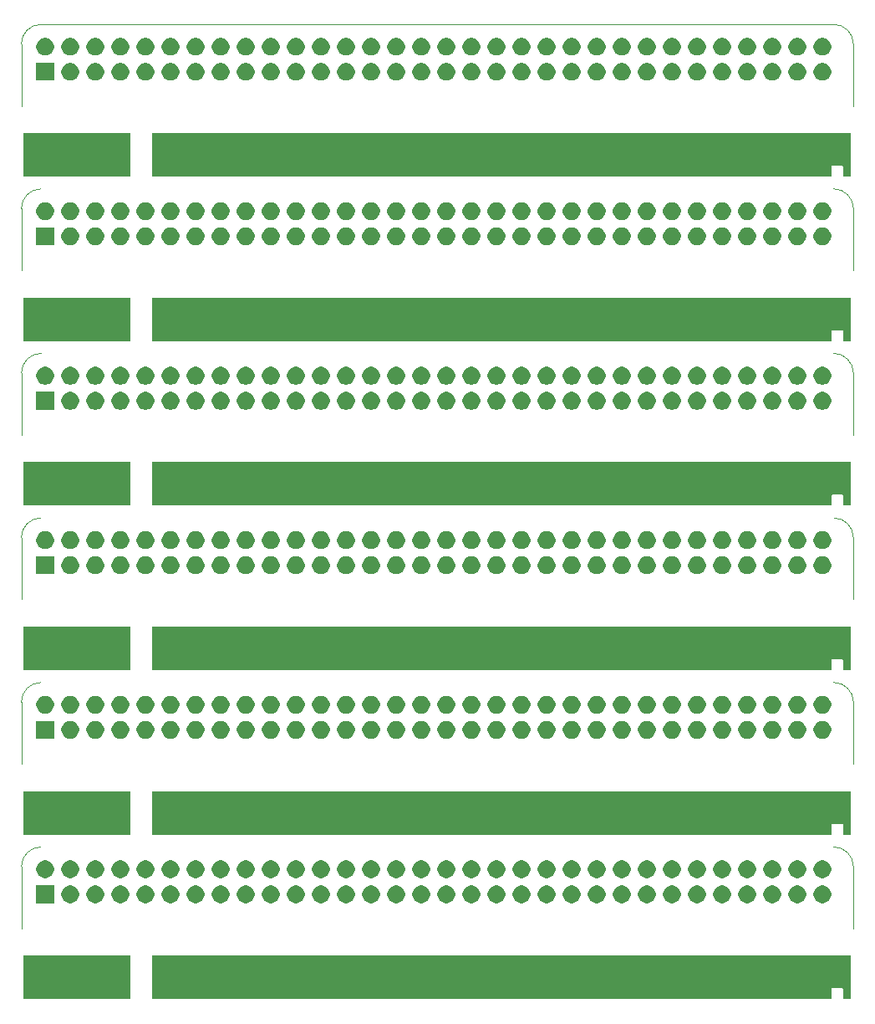
<source format=gts>
G04 #@! TF.GenerationSoftware,KiCad,Pcbnew,(5.1.5)-3*
G04 #@! TF.CreationDate,2020-03-05T02:28:16+09:00*
G04 #@! TF.ProjectId,PCIeAdapter_x6,50434965-4164-4617-9074-65725f78362e,rev?*
G04 #@! TF.SameCoordinates,Original*
G04 #@! TF.FileFunction,Soldermask,Top*
G04 #@! TF.FilePolarity,Negative*
%FSLAX46Y46*%
G04 Gerber Fmt 4.6, Leading zero omitted, Abs format (unit mm)*
G04 Created by KiCad (PCBNEW (5.1.5)-3) date 2020-03-05 02:28:16*
%MOMM*%
%LPD*%
G04 APERTURE LIST*
%ADD10C,0.100000*%
G04 APERTURE END LIST*
D10*
X191650000Y-48550000D02*
G75*
G02X193650000Y-50550000I0J-2000000D01*
G01*
X191650000Y-65200000D02*
G75*
G02X193650000Y-67200000I0J-2000000D01*
G01*
X191650000Y-81850000D02*
G75*
G02X193650000Y-83850000I0J-2000000D01*
G01*
X191650000Y-98500000D02*
G75*
G02X193650000Y-100500000I0J-2000000D01*
G01*
X191650000Y-115150000D02*
G75*
G02X193650000Y-117150000I0J-2000000D01*
G01*
X193650000Y-56800000D02*
X193650000Y-50550000D01*
X193650000Y-73450000D02*
X193650000Y-67200000D01*
X193650000Y-90100000D02*
X193650000Y-83850000D01*
X193650000Y-106750000D02*
X193650000Y-100500000D01*
X193650000Y-123400000D02*
X193650000Y-117150000D01*
X109350000Y-56800000D02*
X109350000Y-50550000D01*
X109350000Y-73450000D02*
X109350000Y-67200000D01*
X109350000Y-90100000D02*
X109350000Y-83850000D01*
X109350000Y-106750000D02*
X109350000Y-100500000D01*
X109350000Y-123400000D02*
X109350000Y-117150000D01*
X109350000Y-50550000D02*
G75*
G02X111350000Y-48550000I2000000J0D01*
G01*
X109350000Y-67200000D02*
G75*
G02X111350000Y-65200000I2000000J0D01*
G01*
X109350000Y-83850000D02*
G75*
G02X111350000Y-81850000I2000000J0D01*
G01*
X109350000Y-100500000D02*
G75*
G02X111350000Y-98500000I2000000J0D01*
G01*
X109350000Y-117150000D02*
G75*
G02X111350000Y-115150000I2000000J0D01*
G01*
X111350000Y-48550000D02*
X191650000Y-48550000D01*
X191650000Y-131800000D02*
G75*
G02X193650000Y-133800000I0J-2000000D01*
G01*
X109350000Y-133800000D02*
G75*
G02X111350000Y-131800000I2000000J0D01*
G01*
X109350000Y-140050000D02*
X109350000Y-133800000D01*
X193650000Y-140050000D02*
X193650000Y-133800000D01*
G36*
X193401000Y-147201000D02*
G01*
X192599000Y-147201000D01*
X192599000Y-146225999D01*
X192596598Y-146201613D01*
X192589485Y-146178164D01*
X192577934Y-146156553D01*
X192562389Y-146137611D01*
X192543447Y-146122066D01*
X192521836Y-146110515D01*
X192498387Y-146103402D01*
X192474001Y-146101000D01*
X191525999Y-146101000D01*
X191501613Y-146103402D01*
X191478164Y-146110515D01*
X191456553Y-146122066D01*
X191437611Y-146137611D01*
X191422066Y-146156553D01*
X191410515Y-146178164D01*
X191403402Y-146201613D01*
X191401000Y-146225999D01*
X191401000Y-147201000D01*
X122599000Y-147201000D01*
X122599000Y-142799000D01*
X193401000Y-142799000D01*
X193401000Y-147201000D01*
G37*
G36*
X120401000Y-147201000D02*
G01*
X109599000Y-147201000D01*
X109599000Y-142799000D01*
X120401000Y-142799000D01*
X120401000Y-147201000D01*
G37*
G36*
X152513512Y-135703927D02*
G01*
X152662812Y-135733624D01*
X152826784Y-135801544D01*
X152974354Y-135900147D01*
X153099853Y-136025646D01*
X153198456Y-136173216D01*
X153266376Y-136337188D01*
X153301000Y-136511259D01*
X153301000Y-136688741D01*
X153266376Y-136862812D01*
X153198456Y-137026784D01*
X153099853Y-137174354D01*
X152974354Y-137299853D01*
X152826784Y-137398456D01*
X152662812Y-137466376D01*
X152513512Y-137496073D01*
X152488742Y-137501000D01*
X152311258Y-137501000D01*
X152286488Y-137496073D01*
X152137188Y-137466376D01*
X151973216Y-137398456D01*
X151825646Y-137299853D01*
X151700147Y-137174354D01*
X151601544Y-137026784D01*
X151533624Y-136862812D01*
X151499000Y-136688741D01*
X151499000Y-136511259D01*
X151533624Y-136337188D01*
X151601544Y-136173216D01*
X151700147Y-136025646D01*
X151825646Y-135900147D01*
X151973216Y-135801544D01*
X152137188Y-135733624D01*
X152286488Y-135703927D01*
X152311258Y-135699000D01*
X152488742Y-135699000D01*
X152513512Y-135703927D01*
G37*
G36*
X137273512Y-135703927D02*
G01*
X137422812Y-135733624D01*
X137586784Y-135801544D01*
X137734354Y-135900147D01*
X137859853Y-136025646D01*
X137958456Y-136173216D01*
X138026376Y-136337188D01*
X138061000Y-136511259D01*
X138061000Y-136688741D01*
X138026376Y-136862812D01*
X137958456Y-137026784D01*
X137859853Y-137174354D01*
X137734354Y-137299853D01*
X137586784Y-137398456D01*
X137422812Y-137466376D01*
X137273512Y-137496073D01*
X137248742Y-137501000D01*
X137071258Y-137501000D01*
X137046488Y-137496073D01*
X136897188Y-137466376D01*
X136733216Y-137398456D01*
X136585646Y-137299853D01*
X136460147Y-137174354D01*
X136361544Y-137026784D01*
X136293624Y-136862812D01*
X136259000Y-136688741D01*
X136259000Y-136511259D01*
X136293624Y-136337188D01*
X136361544Y-136173216D01*
X136460147Y-136025646D01*
X136585646Y-135900147D01*
X136733216Y-135801544D01*
X136897188Y-135733624D01*
X137046488Y-135703927D01*
X137071258Y-135699000D01*
X137248742Y-135699000D01*
X137273512Y-135703927D01*
G37*
G36*
X149973512Y-135703927D02*
G01*
X150122812Y-135733624D01*
X150286784Y-135801544D01*
X150434354Y-135900147D01*
X150559853Y-136025646D01*
X150658456Y-136173216D01*
X150726376Y-136337188D01*
X150761000Y-136511259D01*
X150761000Y-136688741D01*
X150726376Y-136862812D01*
X150658456Y-137026784D01*
X150559853Y-137174354D01*
X150434354Y-137299853D01*
X150286784Y-137398456D01*
X150122812Y-137466376D01*
X149973512Y-137496073D01*
X149948742Y-137501000D01*
X149771258Y-137501000D01*
X149746488Y-137496073D01*
X149597188Y-137466376D01*
X149433216Y-137398456D01*
X149285646Y-137299853D01*
X149160147Y-137174354D01*
X149061544Y-137026784D01*
X148993624Y-136862812D01*
X148959000Y-136688741D01*
X148959000Y-136511259D01*
X148993624Y-136337188D01*
X149061544Y-136173216D01*
X149160147Y-136025646D01*
X149285646Y-135900147D01*
X149433216Y-135801544D01*
X149597188Y-135733624D01*
X149746488Y-135703927D01*
X149771258Y-135699000D01*
X149948742Y-135699000D01*
X149973512Y-135703927D01*
G37*
G36*
X147433512Y-135703927D02*
G01*
X147582812Y-135733624D01*
X147746784Y-135801544D01*
X147894354Y-135900147D01*
X148019853Y-136025646D01*
X148118456Y-136173216D01*
X148186376Y-136337188D01*
X148221000Y-136511259D01*
X148221000Y-136688741D01*
X148186376Y-136862812D01*
X148118456Y-137026784D01*
X148019853Y-137174354D01*
X147894354Y-137299853D01*
X147746784Y-137398456D01*
X147582812Y-137466376D01*
X147433512Y-137496073D01*
X147408742Y-137501000D01*
X147231258Y-137501000D01*
X147206488Y-137496073D01*
X147057188Y-137466376D01*
X146893216Y-137398456D01*
X146745646Y-137299853D01*
X146620147Y-137174354D01*
X146521544Y-137026784D01*
X146453624Y-136862812D01*
X146419000Y-136688741D01*
X146419000Y-136511259D01*
X146453624Y-136337188D01*
X146521544Y-136173216D01*
X146620147Y-136025646D01*
X146745646Y-135900147D01*
X146893216Y-135801544D01*
X147057188Y-135733624D01*
X147206488Y-135703927D01*
X147231258Y-135699000D01*
X147408742Y-135699000D01*
X147433512Y-135703927D01*
G37*
G36*
X144893512Y-135703927D02*
G01*
X145042812Y-135733624D01*
X145206784Y-135801544D01*
X145354354Y-135900147D01*
X145479853Y-136025646D01*
X145578456Y-136173216D01*
X145646376Y-136337188D01*
X145681000Y-136511259D01*
X145681000Y-136688741D01*
X145646376Y-136862812D01*
X145578456Y-137026784D01*
X145479853Y-137174354D01*
X145354354Y-137299853D01*
X145206784Y-137398456D01*
X145042812Y-137466376D01*
X144893512Y-137496073D01*
X144868742Y-137501000D01*
X144691258Y-137501000D01*
X144666488Y-137496073D01*
X144517188Y-137466376D01*
X144353216Y-137398456D01*
X144205646Y-137299853D01*
X144080147Y-137174354D01*
X143981544Y-137026784D01*
X143913624Y-136862812D01*
X143879000Y-136688741D01*
X143879000Y-136511259D01*
X143913624Y-136337188D01*
X143981544Y-136173216D01*
X144080147Y-136025646D01*
X144205646Y-135900147D01*
X144353216Y-135801544D01*
X144517188Y-135733624D01*
X144666488Y-135703927D01*
X144691258Y-135699000D01*
X144868742Y-135699000D01*
X144893512Y-135703927D01*
G37*
G36*
X142353512Y-135703927D02*
G01*
X142502812Y-135733624D01*
X142666784Y-135801544D01*
X142814354Y-135900147D01*
X142939853Y-136025646D01*
X143038456Y-136173216D01*
X143106376Y-136337188D01*
X143141000Y-136511259D01*
X143141000Y-136688741D01*
X143106376Y-136862812D01*
X143038456Y-137026784D01*
X142939853Y-137174354D01*
X142814354Y-137299853D01*
X142666784Y-137398456D01*
X142502812Y-137466376D01*
X142353512Y-137496073D01*
X142328742Y-137501000D01*
X142151258Y-137501000D01*
X142126488Y-137496073D01*
X141977188Y-137466376D01*
X141813216Y-137398456D01*
X141665646Y-137299853D01*
X141540147Y-137174354D01*
X141441544Y-137026784D01*
X141373624Y-136862812D01*
X141339000Y-136688741D01*
X141339000Y-136511259D01*
X141373624Y-136337188D01*
X141441544Y-136173216D01*
X141540147Y-136025646D01*
X141665646Y-135900147D01*
X141813216Y-135801544D01*
X141977188Y-135733624D01*
X142126488Y-135703927D01*
X142151258Y-135699000D01*
X142328742Y-135699000D01*
X142353512Y-135703927D01*
G37*
G36*
X139813512Y-135703927D02*
G01*
X139962812Y-135733624D01*
X140126784Y-135801544D01*
X140274354Y-135900147D01*
X140399853Y-136025646D01*
X140498456Y-136173216D01*
X140566376Y-136337188D01*
X140601000Y-136511259D01*
X140601000Y-136688741D01*
X140566376Y-136862812D01*
X140498456Y-137026784D01*
X140399853Y-137174354D01*
X140274354Y-137299853D01*
X140126784Y-137398456D01*
X139962812Y-137466376D01*
X139813512Y-137496073D01*
X139788742Y-137501000D01*
X139611258Y-137501000D01*
X139586488Y-137496073D01*
X139437188Y-137466376D01*
X139273216Y-137398456D01*
X139125646Y-137299853D01*
X139000147Y-137174354D01*
X138901544Y-137026784D01*
X138833624Y-136862812D01*
X138799000Y-136688741D01*
X138799000Y-136511259D01*
X138833624Y-136337188D01*
X138901544Y-136173216D01*
X139000147Y-136025646D01*
X139125646Y-135900147D01*
X139273216Y-135801544D01*
X139437188Y-135733624D01*
X139586488Y-135703927D01*
X139611258Y-135699000D01*
X139788742Y-135699000D01*
X139813512Y-135703927D01*
G37*
G36*
X134733512Y-135703927D02*
G01*
X134882812Y-135733624D01*
X135046784Y-135801544D01*
X135194354Y-135900147D01*
X135319853Y-136025646D01*
X135418456Y-136173216D01*
X135486376Y-136337188D01*
X135521000Y-136511259D01*
X135521000Y-136688741D01*
X135486376Y-136862812D01*
X135418456Y-137026784D01*
X135319853Y-137174354D01*
X135194354Y-137299853D01*
X135046784Y-137398456D01*
X134882812Y-137466376D01*
X134733512Y-137496073D01*
X134708742Y-137501000D01*
X134531258Y-137501000D01*
X134506488Y-137496073D01*
X134357188Y-137466376D01*
X134193216Y-137398456D01*
X134045646Y-137299853D01*
X133920147Y-137174354D01*
X133821544Y-137026784D01*
X133753624Y-136862812D01*
X133719000Y-136688741D01*
X133719000Y-136511259D01*
X133753624Y-136337188D01*
X133821544Y-136173216D01*
X133920147Y-136025646D01*
X134045646Y-135900147D01*
X134193216Y-135801544D01*
X134357188Y-135733624D01*
X134506488Y-135703927D01*
X134531258Y-135699000D01*
X134708742Y-135699000D01*
X134733512Y-135703927D01*
G37*
G36*
X132193512Y-135703927D02*
G01*
X132342812Y-135733624D01*
X132506784Y-135801544D01*
X132654354Y-135900147D01*
X132779853Y-136025646D01*
X132878456Y-136173216D01*
X132946376Y-136337188D01*
X132981000Y-136511259D01*
X132981000Y-136688741D01*
X132946376Y-136862812D01*
X132878456Y-137026784D01*
X132779853Y-137174354D01*
X132654354Y-137299853D01*
X132506784Y-137398456D01*
X132342812Y-137466376D01*
X132193512Y-137496073D01*
X132168742Y-137501000D01*
X131991258Y-137501000D01*
X131966488Y-137496073D01*
X131817188Y-137466376D01*
X131653216Y-137398456D01*
X131505646Y-137299853D01*
X131380147Y-137174354D01*
X131281544Y-137026784D01*
X131213624Y-136862812D01*
X131179000Y-136688741D01*
X131179000Y-136511259D01*
X131213624Y-136337188D01*
X131281544Y-136173216D01*
X131380147Y-136025646D01*
X131505646Y-135900147D01*
X131653216Y-135801544D01*
X131817188Y-135733624D01*
X131966488Y-135703927D01*
X131991258Y-135699000D01*
X132168742Y-135699000D01*
X132193512Y-135703927D01*
G37*
G36*
X112661000Y-137501000D02*
G01*
X110859000Y-137501000D01*
X110859000Y-135699000D01*
X112661000Y-135699000D01*
X112661000Y-137501000D01*
G37*
G36*
X114413512Y-135703927D02*
G01*
X114562812Y-135733624D01*
X114726784Y-135801544D01*
X114874354Y-135900147D01*
X114999853Y-136025646D01*
X115098456Y-136173216D01*
X115166376Y-136337188D01*
X115201000Y-136511259D01*
X115201000Y-136688741D01*
X115166376Y-136862812D01*
X115098456Y-137026784D01*
X114999853Y-137174354D01*
X114874354Y-137299853D01*
X114726784Y-137398456D01*
X114562812Y-137466376D01*
X114413512Y-137496073D01*
X114388742Y-137501000D01*
X114211258Y-137501000D01*
X114186488Y-137496073D01*
X114037188Y-137466376D01*
X113873216Y-137398456D01*
X113725646Y-137299853D01*
X113600147Y-137174354D01*
X113501544Y-137026784D01*
X113433624Y-136862812D01*
X113399000Y-136688741D01*
X113399000Y-136511259D01*
X113433624Y-136337188D01*
X113501544Y-136173216D01*
X113600147Y-136025646D01*
X113725646Y-135900147D01*
X113873216Y-135801544D01*
X114037188Y-135733624D01*
X114186488Y-135703927D01*
X114211258Y-135699000D01*
X114388742Y-135699000D01*
X114413512Y-135703927D01*
G37*
G36*
X129653512Y-135703927D02*
G01*
X129802812Y-135733624D01*
X129966784Y-135801544D01*
X130114354Y-135900147D01*
X130239853Y-136025646D01*
X130338456Y-136173216D01*
X130406376Y-136337188D01*
X130441000Y-136511259D01*
X130441000Y-136688741D01*
X130406376Y-136862812D01*
X130338456Y-137026784D01*
X130239853Y-137174354D01*
X130114354Y-137299853D01*
X129966784Y-137398456D01*
X129802812Y-137466376D01*
X129653512Y-137496073D01*
X129628742Y-137501000D01*
X129451258Y-137501000D01*
X129426488Y-137496073D01*
X129277188Y-137466376D01*
X129113216Y-137398456D01*
X128965646Y-137299853D01*
X128840147Y-137174354D01*
X128741544Y-137026784D01*
X128673624Y-136862812D01*
X128639000Y-136688741D01*
X128639000Y-136511259D01*
X128673624Y-136337188D01*
X128741544Y-136173216D01*
X128840147Y-136025646D01*
X128965646Y-135900147D01*
X129113216Y-135801544D01*
X129277188Y-135733624D01*
X129426488Y-135703927D01*
X129451258Y-135699000D01*
X129628742Y-135699000D01*
X129653512Y-135703927D01*
G37*
G36*
X116953512Y-135703927D02*
G01*
X117102812Y-135733624D01*
X117266784Y-135801544D01*
X117414354Y-135900147D01*
X117539853Y-136025646D01*
X117638456Y-136173216D01*
X117706376Y-136337188D01*
X117741000Y-136511259D01*
X117741000Y-136688741D01*
X117706376Y-136862812D01*
X117638456Y-137026784D01*
X117539853Y-137174354D01*
X117414354Y-137299853D01*
X117266784Y-137398456D01*
X117102812Y-137466376D01*
X116953512Y-137496073D01*
X116928742Y-137501000D01*
X116751258Y-137501000D01*
X116726488Y-137496073D01*
X116577188Y-137466376D01*
X116413216Y-137398456D01*
X116265646Y-137299853D01*
X116140147Y-137174354D01*
X116041544Y-137026784D01*
X115973624Y-136862812D01*
X115939000Y-136688741D01*
X115939000Y-136511259D01*
X115973624Y-136337188D01*
X116041544Y-136173216D01*
X116140147Y-136025646D01*
X116265646Y-135900147D01*
X116413216Y-135801544D01*
X116577188Y-135733624D01*
X116726488Y-135703927D01*
X116751258Y-135699000D01*
X116928742Y-135699000D01*
X116953512Y-135703927D01*
G37*
G36*
X119493512Y-135703927D02*
G01*
X119642812Y-135733624D01*
X119806784Y-135801544D01*
X119954354Y-135900147D01*
X120079853Y-136025646D01*
X120178456Y-136173216D01*
X120246376Y-136337188D01*
X120281000Y-136511259D01*
X120281000Y-136688741D01*
X120246376Y-136862812D01*
X120178456Y-137026784D01*
X120079853Y-137174354D01*
X119954354Y-137299853D01*
X119806784Y-137398456D01*
X119642812Y-137466376D01*
X119493512Y-137496073D01*
X119468742Y-137501000D01*
X119291258Y-137501000D01*
X119266488Y-137496073D01*
X119117188Y-137466376D01*
X118953216Y-137398456D01*
X118805646Y-137299853D01*
X118680147Y-137174354D01*
X118581544Y-137026784D01*
X118513624Y-136862812D01*
X118479000Y-136688741D01*
X118479000Y-136511259D01*
X118513624Y-136337188D01*
X118581544Y-136173216D01*
X118680147Y-136025646D01*
X118805646Y-135900147D01*
X118953216Y-135801544D01*
X119117188Y-135733624D01*
X119266488Y-135703927D01*
X119291258Y-135699000D01*
X119468742Y-135699000D01*
X119493512Y-135703927D01*
G37*
G36*
X127113512Y-135703927D02*
G01*
X127262812Y-135733624D01*
X127426784Y-135801544D01*
X127574354Y-135900147D01*
X127699853Y-136025646D01*
X127798456Y-136173216D01*
X127866376Y-136337188D01*
X127901000Y-136511259D01*
X127901000Y-136688741D01*
X127866376Y-136862812D01*
X127798456Y-137026784D01*
X127699853Y-137174354D01*
X127574354Y-137299853D01*
X127426784Y-137398456D01*
X127262812Y-137466376D01*
X127113512Y-137496073D01*
X127088742Y-137501000D01*
X126911258Y-137501000D01*
X126886488Y-137496073D01*
X126737188Y-137466376D01*
X126573216Y-137398456D01*
X126425646Y-137299853D01*
X126300147Y-137174354D01*
X126201544Y-137026784D01*
X126133624Y-136862812D01*
X126099000Y-136688741D01*
X126099000Y-136511259D01*
X126133624Y-136337188D01*
X126201544Y-136173216D01*
X126300147Y-136025646D01*
X126425646Y-135900147D01*
X126573216Y-135801544D01*
X126737188Y-135733624D01*
X126886488Y-135703927D01*
X126911258Y-135699000D01*
X127088742Y-135699000D01*
X127113512Y-135703927D01*
G37*
G36*
X122033512Y-135703927D02*
G01*
X122182812Y-135733624D01*
X122346784Y-135801544D01*
X122494354Y-135900147D01*
X122619853Y-136025646D01*
X122718456Y-136173216D01*
X122786376Y-136337188D01*
X122821000Y-136511259D01*
X122821000Y-136688741D01*
X122786376Y-136862812D01*
X122718456Y-137026784D01*
X122619853Y-137174354D01*
X122494354Y-137299853D01*
X122346784Y-137398456D01*
X122182812Y-137466376D01*
X122033512Y-137496073D01*
X122008742Y-137501000D01*
X121831258Y-137501000D01*
X121806488Y-137496073D01*
X121657188Y-137466376D01*
X121493216Y-137398456D01*
X121345646Y-137299853D01*
X121220147Y-137174354D01*
X121121544Y-137026784D01*
X121053624Y-136862812D01*
X121019000Y-136688741D01*
X121019000Y-136511259D01*
X121053624Y-136337188D01*
X121121544Y-136173216D01*
X121220147Y-136025646D01*
X121345646Y-135900147D01*
X121493216Y-135801544D01*
X121657188Y-135733624D01*
X121806488Y-135703927D01*
X121831258Y-135699000D01*
X122008742Y-135699000D01*
X122033512Y-135703927D01*
G37*
G36*
X188073512Y-135703927D02*
G01*
X188222812Y-135733624D01*
X188386784Y-135801544D01*
X188534354Y-135900147D01*
X188659853Y-136025646D01*
X188758456Y-136173216D01*
X188826376Y-136337188D01*
X188861000Y-136511259D01*
X188861000Y-136688741D01*
X188826376Y-136862812D01*
X188758456Y-137026784D01*
X188659853Y-137174354D01*
X188534354Y-137299853D01*
X188386784Y-137398456D01*
X188222812Y-137466376D01*
X188073512Y-137496073D01*
X188048742Y-137501000D01*
X187871258Y-137501000D01*
X187846488Y-137496073D01*
X187697188Y-137466376D01*
X187533216Y-137398456D01*
X187385646Y-137299853D01*
X187260147Y-137174354D01*
X187161544Y-137026784D01*
X187093624Y-136862812D01*
X187059000Y-136688741D01*
X187059000Y-136511259D01*
X187093624Y-136337188D01*
X187161544Y-136173216D01*
X187260147Y-136025646D01*
X187385646Y-135900147D01*
X187533216Y-135801544D01*
X187697188Y-135733624D01*
X187846488Y-135703927D01*
X187871258Y-135699000D01*
X188048742Y-135699000D01*
X188073512Y-135703927D01*
G37*
G36*
X155053512Y-135703927D02*
G01*
X155202812Y-135733624D01*
X155366784Y-135801544D01*
X155514354Y-135900147D01*
X155639853Y-136025646D01*
X155738456Y-136173216D01*
X155806376Y-136337188D01*
X155841000Y-136511259D01*
X155841000Y-136688741D01*
X155806376Y-136862812D01*
X155738456Y-137026784D01*
X155639853Y-137174354D01*
X155514354Y-137299853D01*
X155366784Y-137398456D01*
X155202812Y-137466376D01*
X155053512Y-137496073D01*
X155028742Y-137501000D01*
X154851258Y-137501000D01*
X154826488Y-137496073D01*
X154677188Y-137466376D01*
X154513216Y-137398456D01*
X154365646Y-137299853D01*
X154240147Y-137174354D01*
X154141544Y-137026784D01*
X154073624Y-136862812D01*
X154039000Y-136688741D01*
X154039000Y-136511259D01*
X154073624Y-136337188D01*
X154141544Y-136173216D01*
X154240147Y-136025646D01*
X154365646Y-135900147D01*
X154513216Y-135801544D01*
X154677188Y-135733624D01*
X154826488Y-135703927D01*
X154851258Y-135699000D01*
X155028742Y-135699000D01*
X155053512Y-135703927D01*
G37*
G36*
X190613512Y-135703927D02*
G01*
X190762812Y-135733624D01*
X190926784Y-135801544D01*
X191074354Y-135900147D01*
X191199853Y-136025646D01*
X191298456Y-136173216D01*
X191366376Y-136337188D01*
X191401000Y-136511259D01*
X191401000Y-136688741D01*
X191366376Y-136862812D01*
X191298456Y-137026784D01*
X191199853Y-137174354D01*
X191074354Y-137299853D01*
X190926784Y-137398456D01*
X190762812Y-137466376D01*
X190613512Y-137496073D01*
X190588742Y-137501000D01*
X190411258Y-137501000D01*
X190386488Y-137496073D01*
X190237188Y-137466376D01*
X190073216Y-137398456D01*
X189925646Y-137299853D01*
X189800147Y-137174354D01*
X189701544Y-137026784D01*
X189633624Y-136862812D01*
X189599000Y-136688741D01*
X189599000Y-136511259D01*
X189633624Y-136337188D01*
X189701544Y-136173216D01*
X189800147Y-136025646D01*
X189925646Y-135900147D01*
X190073216Y-135801544D01*
X190237188Y-135733624D01*
X190386488Y-135703927D01*
X190411258Y-135699000D01*
X190588742Y-135699000D01*
X190613512Y-135703927D01*
G37*
G36*
X157593512Y-135703927D02*
G01*
X157742812Y-135733624D01*
X157906784Y-135801544D01*
X158054354Y-135900147D01*
X158179853Y-136025646D01*
X158278456Y-136173216D01*
X158346376Y-136337188D01*
X158381000Y-136511259D01*
X158381000Y-136688741D01*
X158346376Y-136862812D01*
X158278456Y-137026784D01*
X158179853Y-137174354D01*
X158054354Y-137299853D01*
X157906784Y-137398456D01*
X157742812Y-137466376D01*
X157593512Y-137496073D01*
X157568742Y-137501000D01*
X157391258Y-137501000D01*
X157366488Y-137496073D01*
X157217188Y-137466376D01*
X157053216Y-137398456D01*
X156905646Y-137299853D01*
X156780147Y-137174354D01*
X156681544Y-137026784D01*
X156613624Y-136862812D01*
X156579000Y-136688741D01*
X156579000Y-136511259D01*
X156613624Y-136337188D01*
X156681544Y-136173216D01*
X156780147Y-136025646D01*
X156905646Y-135900147D01*
X157053216Y-135801544D01*
X157217188Y-135733624D01*
X157366488Y-135703927D01*
X157391258Y-135699000D01*
X157568742Y-135699000D01*
X157593512Y-135703927D01*
G37*
G36*
X160133512Y-135703927D02*
G01*
X160282812Y-135733624D01*
X160446784Y-135801544D01*
X160594354Y-135900147D01*
X160719853Y-136025646D01*
X160818456Y-136173216D01*
X160886376Y-136337188D01*
X160921000Y-136511259D01*
X160921000Y-136688741D01*
X160886376Y-136862812D01*
X160818456Y-137026784D01*
X160719853Y-137174354D01*
X160594354Y-137299853D01*
X160446784Y-137398456D01*
X160282812Y-137466376D01*
X160133512Y-137496073D01*
X160108742Y-137501000D01*
X159931258Y-137501000D01*
X159906488Y-137496073D01*
X159757188Y-137466376D01*
X159593216Y-137398456D01*
X159445646Y-137299853D01*
X159320147Y-137174354D01*
X159221544Y-137026784D01*
X159153624Y-136862812D01*
X159119000Y-136688741D01*
X159119000Y-136511259D01*
X159153624Y-136337188D01*
X159221544Y-136173216D01*
X159320147Y-136025646D01*
X159445646Y-135900147D01*
X159593216Y-135801544D01*
X159757188Y-135733624D01*
X159906488Y-135703927D01*
X159931258Y-135699000D01*
X160108742Y-135699000D01*
X160133512Y-135703927D01*
G37*
G36*
X162673512Y-135703927D02*
G01*
X162822812Y-135733624D01*
X162986784Y-135801544D01*
X163134354Y-135900147D01*
X163259853Y-136025646D01*
X163358456Y-136173216D01*
X163426376Y-136337188D01*
X163461000Y-136511259D01*
X163461000Y-136688741D01*
X163426376Y-136862812D01*
X163358456Y-137026784D01*
X163259853Y-137174354D01*
X163134354Y-137299853D01*
X162986784Y-137398456D01*
X162822812Y-137466376D01*
X162673512Y-137496073D01*
X162648742Y-137501000D01*
X162471258Y-137501000D01*
X162446488Y-137496073D01*
X162297188Y-137466376D01*
X162133216Y-137398456D01*
X161985646Y-137299853D01*
X161860147Y-137174354D01*
X161761544Y-137026784D01*
X161693624Y-136862812D01*
X161659000Y-136688741D01*
X161659000Y-136511259D01*
X161693624Y-136337188D01*
X161761544Y-136173216D01*
X161860147Y-136025646D01*
X161985646Y-135900147D01*
X162133216Y-135801544D01*
X162297188Y-135733624D01*
X162446488Y-135703927D01*
X162471258Y-135699000D01*
X162648742Y-135699000D01*
X162673512Y-135703927D01*
G37*
G36*
X165213512Y-135703927D02*
G01*
X165362812Y-135733624D01*
X165526784Y-135801544D01*
X165674354Y-135900147D01*
X165799853Y-136025646D01*
X165898456Y-136173216D01*
X165966376Y-136337188D01*
X166001000Y-136511259D01*
X166001000Y-136688741D01*
X165966376Y-136862812D01*
X165898456Y-137026784D01*
X165799853Y-137174354D01*
X165674354Y-137299853D01*
X165526784Y-137398456D01*
X165362812Y-137466376D01*
X165213512Y-137496073D01*
X165188742Y-137501000D01*
X165011258Y-137501000D01*
X164986488Y-137496073D01*
X164837188Y-137466376D01*
X164673216Y-137398456D01*
X164525646Y-137299853D01*
X164400147Y-137174354D01*
X164301544Y-137026784D01*
X164233624Y-136862812D01*
X164199000Y-136688741D01*
X164199000Y-136511259D01*
X164233624Y-136337188D01*
X164301544Y-136173216D01*
X164400147Y-136025646D01*
X164525646Y-135900147D01*
X164673216Y-135801544D01*
X164837188Y-135733624D01*
X164986488Y-135703927D01*
X165011258Y-135699000D01*
X165188742Y-135699000D01*
X165213512Y-135703927D01*
G37*
G36*
X167753512Y-135703927D02*
G01*
X167902812Y-135733624D01*
X168066784Y-135801544D01*
X168214354Y-135900147D01*
X168339853Y-136025646D01*
X168438456Y-136173216D01*
X168506376Y-136337188D01*
X168541000Y-136511259D01*
X168541000Y-136688741D01*
X168506376Y-136862812D01*
X168438456Y-137026784D01*
X168339853Y-137174354D01*
X168214354Y-137299853D01*
X168066784Y-137398456D01*
X167902812Y-137466376D01*
X167753512Y-137496073D01*
X167728742Y-137501000D01*
X167551258Y-137501000D01*
X167526488Y-137496073D01*
X167377188Y-137466376D01*
X167213216Y-137398456D01*
X167065646Y-137299853D01*
X166940147Y-137174354D01*
X166841544Y-137026784D01*
X166773624Y-136862812D01*
X166739000Y-136688741D01*
X166739000Y-136511259D01*
X166773624Y-136337188D01*
X166841544Y-136173216D01*
X166940147Y-136025646D01*
X167065646Y-135900147D01*
X167213216Y-135801544D01*
X167377188Y-135733624D01*
X167526488Y-135703927D01*
X167551258Y-135699000D01*
X167728742Y-135699000D01*
X167753512Y-135703927D01*
G37*
G36*
X170293512Y-135703927D02*
G01*
X170442812Y-135733624D01*
X170606784Y-135801544D01*
X170754354Y-135900147D01*
X170879853Y-136025646D01*
X170978456Y-136173216D01*
X171046376Y-136337188D01*
X171081000Y-136511259D01*
X171081000Y-136688741D01*
X171046376Y-136862812D01*
X170978456Y-137026784D01*
X170879853Y-137174354D01*
X170754354Y-137299853D01*
X170606784Y-137398456D01*
X170442812Y-137466376D01*
X170293512Y-137496073D01*
X170268742Y-137501000D01*
X170091258Y-137501000D01*
X170066488Y-137496073D01*
X169917188Y-137466376D01*
X169753216Y-137398456D01*
X169605646Y-137299853D01*
X169480147Y-137174354D01*
X169381544Y-137026784D01*
X169313624Y-136862812D01*
X169279000Y-136688741D01*
X169279000Y-136511259D01*
X169313624Y-136337188D01*
X169381544Y-136173216D01*
X169480147Y-136025646D01*
X169605646Y-135900147D01*
X169753216Y-135801544D01*
X169917188Y-135733624D01*
X170066488Y-135703927D01*
X170091258Y-135699000D01*
X170268742Y-135699000D01*
X170293512Y-135703927D01*
G37*
G36*
X175373512Y-135703927D02*
G01*
X175522812Y-135733624D01*
X175686784Y-135801544D01*
X175834354Y-135900147D01*
X175959853Y-136025646D01*
X176058456Y-136173216D01*
X176126376Y-136337188D01*
X176161000Y-136511259D01*
X176161000Y-136688741D01*
X176126376Y-136862812D01*
X176058456Y-137026784D01*
X175959853Y-137174354D01*
X175834354Y-137299853D01*
X175686784Y-137398456D01*
X175522812Y-137466376D01*
X175373512Y-137496073D01*
X175348742Y-137501000D01*
X175171258Y-137501000D01*
X175146488Y-137496073D01*
X174997188Y-137466376D01*
X174833216Y-137398456D01*
X174685646Y-137299853D01*
X174560147Y-137174354D01*
X174461544Y-137026784D01*
X174393624Y-136862812D01*
X174359000Y-136688741D01*
X174359000Y-136511259D01*
X174393624Y-136337188D01*
X174461544Y-136173216D01*
X174560147Y-136025646D01*
X174685646Y-135900147D01*
X174833216Y-135801544D01*
X174997188Y-135733624D01*
X175146488Y-135703927D01*
X175171258Y-135699000D01*
X175348742Y-135699000D01*
X175373512Y-135703927D01*
G37*
G36*
X172833512Y-135703927D02*
G01*
X172982812Y-135733624D01*
X173146784Y-135801544D01*
X173294354Y-135900147D01*
X173419853Y-136025646D01*
X173518456Y-136173216D01*
X173586376Y-136337188D01*
X173621000Y-136511259D01*
X173621000Y-136688741D01*
X173586376Y-136862812D01*
X173518456Y-137026784D01*
X173419853Y-137174354D01*
X173294354Y-137299853D01*
X173146784Y-137398456D01*
X172982812Y-137466376D01*
X172833512Y-137496073D01*
X172808742Y-137501000D01*
X172631258Y-137501000D01*
X172606488Y-137496073D01*
X172457188Y-137466376D01*
X172293216Y-137398456D01*
X172145646Y-137299853D01*
X172020147Y-137174354D01*
X171921544Y-137026784D01*
X171853624Y-136862812D01*
X171819000Y-136688741D01*
X171819000Y-136511259D01*
X171853624Y-136337188D01*
X171921544Y-136173216D01*
X172020147Y-136025646D01*
X172145646Y-135900147D01*
X172293216Y-135801544D01*
X172457188Y-135733624D01*
X172606488Y-135703927D01*
X172631258Y-135699000D01*
X172808742Y-135699000D01*
X172833512Y-135703927D01*
G37*
G36*
X177913512Y-135703927D02*
G01*
X178062812Y-135733624D01*
X178226784Y-135801544D01*
X178374354Y-135900147D01*
X178499853Y-136025646D01*
X178598456Y-136173216D01*
X178666376Y-136337188D01*
X178701000Y-136511259D01*
X178701000Y-136688741D01*
X178666376Y-136862812D01*
X178598456Y-137026784D01*
X178499853Y-137174354D01*
X178374354Y-137299853D01*
X178226784Y-137398456D01*
X178062812Y-137466376D01*
X177913512Y-137496073D01*
X177888742Y-137501000D01*
X177711258Y-137501000D01*
X177686488Y-137496073D01*
X177537188Y-137466376D01*
X177373216Y-137398456D01*
X177225646Y-137299853D01*
X177100147Y-137174354D01*
X177001544Y-137026784D01*
X176933624Y-136862812D01*
X176899000Y-136688741D01*
X176899000Y-136511259D01*
X176933624Y-136337188D01*
X177001544Y-136173216D01*
X177100147Y-136025646D01*
X177225646Y-135900147D01*
X177373216Y-135801544D01*
X177537188Y-135733624D01*
X177686488Y-135703927D01*
X177711258Y-135699000D01*
X177888742Y-135699000D01*
X177913512Y-135703927D01*
G37*
G36*
X180453512Y-135703927D02*
G01*
X180602812Y-135733624D01*
X180766784Y-135801544D01*
X180914354Y-135900147D01*
X181039853Y-136025646D01*
X181138456Y-136173216D01*
X181206376Y-136337188D01*
X181241000Y-136511259D01*
X181241000Y-136688741D01*
X181206376Y-136862812D01*
X181138456Y-137026784D01*
X181039853Y-137174354D01*
X180914354Y-137299853D01*
X180766784Y-137398456D01*
X180602812Y-137466376D01*
X180453512Y-137496073D01*
X180428742Y-137501000D01*
X180251258Y-137501000D01*
X180226488Y-137496073D01*
X180077188Y-137466376D01*
X179913216Y-137398456D01*
X179765646Y-137299853D01*
X179640147Y-137174354D01*
X179541544Y-137026784D01*
X179473624Y-136862812D01*
X179439000Y-136688741D01*
X179439000Y-136511259D01*
X179473624Y-136337188D01*
X179541544Y-136173216D01*
X179640147Y-136025646D01*
X179765646Y-135900147D01*
X179913216Y-135801544D01*
X180077188Y-135733624D01*
X180226488Y-135703927D01*
X180251258Y-135699000D01*
X180428742Y-135699000D01*
X180453512Y-135703927D01*
G37*
G36*
X182993512Y-135703927D02*
G01*
X183142812Y-135733624D01*
X183306784Y-135801544D01*
X183454354Y-135900147D01*
X183579853Y-136025646D01*
X183678456Y-136173216D01*
X183746376Y-136337188D01*
X183781000Y-136511259D01*
X183781000Y-136688741D01*
X183746376Y-136862812D01*
X183678456Y-137026784D01*
X183579853Y-137174354D01*
X183454354Y-137299853D01*
X183306784Y-137398456D01*
X183142812Y-137466376D01*
X182993512Y-137496073D01*
X182968742Y-137501000D01*
X182791258Y-137501000D01*
X182766488Y-137496073D01*
X182617188Y-137466376D01*
X182453216Y-137398456D01*
X182305646Y-137299853D01*
X182180147Y-137174354D01*
X182081544Y-137026784D01*
X182013624Y-136862812D01*
X181979000Y-136688741D01*
X181979000Y-136511259D01*
X182013624Y-136337188D01*
X182081544Y-136173216D01*
X182180147Y-136025646D01*
X182305646Y-135900147D01*
X182453216Y-135801544D01*
X182617188Y-135733624D01*
X182766488Y-135703927D01*
X182791258Y-135699000D01*
X182968742Y-135699000D01*
X182993512Y-135703927D01*
G37*
G36*
X185533512Y-135703927D02*
G01*
X185682812Y-135733624D01*
X185846784Y-135801544D01*
X185994354Y-135900147D01*
X186119853Y-136025646D01*
X186218456Y-136173216D01*
X186286376Y-136337188D01*
X186321000Y-136511259D01*
X186321000Y-136688741D01*
X186286376Y-136862812D01*
X186218456Y-137026784D01*
X186119853Y-137174354D01*
X185994354Y-137299853D01*
X185846784Y-137398456D01*
X185682812Y-137466376D01*
X185533512Y-137496073D01*
X185508742Y-137501000D01*
X185331258Y-137501000D01*
X185306488Y-137496073D01*
X185157188Y-137466376D01*
X184993216Y-137398456D01*
X184845646Y-137299853D01*
X184720147Y-137174354D01*
X184621544Y-137026784D01*
X184553624Y-136862812D01*
X184519000Y-136688741D01*
X184519000Y-136511259D01*
X184553624Y-136337188D01*
X184621544Y-136173216D01*
X184720147Y-136025646D01*
X184845646Y-135900147D01*
X184993216Y-135801544D01*
X185157188Y-135733624D01*
X185306488Y-135703927D01*
X185331258Y-135699000D01*
X185508742Y-135699000D01*
X185533512Y-135703927D01*
G37*
G36*
X124573512Y-135703927D02*
G01*
X124722812Y-135733624D01*
X124886784Y-135801544D01*
X125034354Y-135900147D01*
X125159853Y-136025646D01*
X125258456Y-136173216D01*
X125326376Y-136337188D01*
X125361000Y-136511259D01*
X125361000Y-136688741D01*
X125326376Y-136862812D01*
X125258456Y-137026784D01*
X125159853Y-137174354D01*
X125034354Y-137299853D01*
X124886784Y-137398456D01*
X124722812Y-137466376D01*
X124573512Y-137496073D01*
X124548742Y-137501000D01*
X124371258Y-137501000D01*
X124346488Y-137496073D01*
X124197188Y-137466376D01*
X124033216Y-137398456D01*
X123885646Y-137299853D01*
X123760147Y-137174354D01*
X123661544Y-137026784D01*
X123593624Y-136862812D01*
X123559000Y-136688741D01*
X123559000Y-136511259D01*
X123593624Y-136337188D01*
X123661544Y-136173216D01*
X123760147Y-136025646D01*
X123885646Y-135900147D01*
X124033216Y-135801544D01*
X124197188Y-135733624D01*
X124346488Y-135703927D01*
X124371258Y-135699000D01*
X124548742Y-135699000D01*
X124573512Y-135703927D01*
G37*
G36*
X165213512Y-133163927D02*
G01*
X165362812Y-133193624D01*
X165526784Y-133261544D01*
X165674354Y-133360147D01*
X165799853Y-133485646D01*
X165898456Y-133633216D01*
X165966376Y-133797188D01*
X166001000Y-133971259D01*
X166001000Y-134148741D01*
X165966376Y-134322812D01*
X165898456Y-134486784D01*
X165799853Y-134634354D01*
X165674354Y-134759853D01*
X165526784Y-134858456D01*
X165362812Y-134926376D01*
X165213512Y-134956073D01*
X165188742Y-134961000D01*
X165011258Y-134961000D01*
X164986488Y-134956073D01*
X164837188Y-134926376D01*
X164673216Y-134858456D01*
X164525646Y-134759853D01*
X164400147Y-134634354D01*
X164301544Y-134486784D01*
X164233624Y-134322812D01*
X164199000Y-134148741D01*
X164199000Y-133971259D01*
X164233624Y-133797188D01*
X164301544Y-133633216D01*
X164400147Y-133485646D01*
X164525646Y-133360147D01*
X164673216Y-133261544D01*
X164837188Y-133193624D01*
X164986488Y-133163927D01*
X165011258Y-133159000D01*
X165188742Y-133159000D01*
X165213512Y-133163927D01*
G37*
G36*
X139813512Y-133163927D02*
G01*
X139962812Y-133193624D01*
X140126784Y-133261544D01*
X140274354Y-133360147D01*
X140399853Y-133485646D01*
X140498456Y-133633216D01*
X140566376Y-133797188D01*
X140601000Y-133971259D01*
X140601000Y-134148741D01*
X140566376Y-134322812D01*
X140498456Y-134486784D01*
X140399853Y-134634354D01*
X140274354Y-134759853D01*
X140126784Y-134858456D01*
X139962812Y-134926376D01*
X139813512Y-134956073D01*
X139788742Y-134961000D01*
X139611258Y-134961000D01*
X139586488Y-134956073D01*
X139437188Y-134926376D01*
X139273216Y-134858456D01*
X139125646Y-134759853D01*
X139000147Y-134634354D01*
X138901544Y-134486784D01*
X138833624Y-134322812D01*
X138799000Y-134148741D01*
X138799000Y-133971259D01*
X138833624Y-133797188D01*
X138901544Y-133633216D01*
X139000147Y-133485646D01*
X139125646Y-133360147D01*
X139273216Y-133261544D01*
X139437188Y-133193624D01*
X139586488Y-133163927D01*
X139611258Y-133159000D01*
X139788742Y-133159000D01*
X139813512Y-133163927D01*
G37*
G36*
X160133512Y-133163927D02*
G01*
X160282812Y-133193624D01*
X160446784Y-133261544D01*
X160594354Y-133360147D01*
X160719853Y-133485646D01*
X160818456Y-133633216D01*
X160886376Y-133797188D01*
X160921000Y-133971259D01*
X160921000Y-134148741D01*
X160886376Y-134322812D01*
X160818456Y-134486784D01*
X160719853Y-134634354D01*
X160594354Y-134759853D01*
X160446784Y-134858456D01*
X160282812Y-134926376D01*
X160133512Y-134956073D01*
X160108742Y-134961000D01*
X159931258Y-134961000D01*
X159906488Y-134956073D01*
X159757188Y-134926376D01*
X159593216Y-134858456D01*
X159445646Y-134759853D01*
X159320147Y-134634354D01*
X159221544Y-134486784D01*
X159153624Y-134322812D01*
X159119000Y-134148741D01*
X159119000Y-133971259D01*
X159153624Y-133797188D01*
X159221544Y-133633216D01*
X159320147Y-133485646D01*
X159445646Y-133360147D01*
X159593216Y-133261544D01*
X159757188Y-133193624D01*
X159906488Y-133163927D01*
X159931258Y-133159000D01*
X160108742Y-133159000D01*
X160133512Y-133163927D01*
G37*
G36*
X157593512Y-133163927D02*
G01*
X157742812Y-133193624D01*
X157906784Y-133261544D01*
X158054354Y-133360147D01*
X158179853Y-133485646D01*
X158278456Y-133633216D01*
X158346376Y-133797188D01*
X158381000Y-133971259D01*
X158381000Y-134148741D01*
X158346376Y-134322812D01*
X158278456Y-134486784D01*
X158179853Y-134634354D01*
X158054354Y-134759853D01*
X157906784Y-134858456D01*
X157742812Y-134926376D01*
X157593512Y-134956073D01*
X157568742Y-134961000D01*
X157391258Y-134961000D01*
X157366488Y-134956073D01*
X157217188Y-134926376D01*
X157053216Y-134858456D01*
X156905646Y-134759853D01*
X156780147Y-134634354D01*
X156681544Y-134486784D01*
X156613624Y-134322812D01*
X156579000Y-134148741D01*
X156579000Y-133971259D01*
X156613624Y-133797188D01*
X156681544Y-133633216D01*
X156780147Y-133485646D01*
X156905646Y-133360147D01*
X157053216Y-133261544D01*
X157217188Y-133193624D01*
X157366488Y-133163927D01*
X157391258Y-133159000D01*
X157568742Y-133159000D01*
X157593512Y-133163927D01*
G37*
G36*
X155053512Y-133163927D02*
G01*
X155202812Y-133193624D01*
X155366784Y-133261544D01*
X155514354Y-133360147D01*
X155639853Y-133485646D01*
X155738456Y-133633216D01*
X155806376Y-133797188D01*
X155841000Y-133971259D01*
X155841000Y-134148741D01*
X155806376Y-134322812D01*
X155738456Y-134486784D01*
X155639853Y-134634354D01*
X155514354Y-134759853D01*
X155366784Y-134858456D01*
X155202812Y-134926376D01*
X155053512Y-134956073D01*
X155028742Y-134961000D01*
X154851258Y-134961000D01*
X154826488Y-134956073D01*
X154677188Y-134926376D01*
X154513216Y-134858456D01*
X154365646Y-134759853D01*
X154240147Y-134634354D01*
X154141544Y-134486784D01*
X154073624Y-134322812D01*
X154039000Y-134148741D01*
X154039000Y-133971259D01*
X154073624Y-133797188D01*
X154141544Y-133633216D01*
X154240147Y-133485646D01*
X154365646Y-133360147D01*
X154513216Y-133261544D01*
X154677188Y-133193624D01*
X154826488Y-133163927D01*
X154851258Y-133159000D01*
X155028742Y-133159000D01*
X155053512Y-133163927D01*
G37*
G36*
X152513512Y-133163927D02*
G01*
X152662812Y-133193624D01*
X152826784Y-133261544D01*
X152974354Y-133360147D01*
X153099853Y-133485646D01*
X153198456Y-133633216D01*
X153266376Y-133797188D01*
X153301000Y-133971259D01*
X153301000Y-134148741D01*
X153266376Y-134322812D01*
X153198456Y-134486784D01*
X153099853Y-134634354D01*
X152974354Y-134759853D01*
X152826784Y-134858456D01*
X152662812Y-134926376D01*
X152513512Y-134956073D01*
X152488742Y-134961000D01*
X152311258Y-134961000D01*
X152286488Y-134956073D01*
X152137188Y-134926376D01*
X151973216Y-134858456D01*
X151825646Y-134759853D01*
X151700147Y-134634354D01*
X151601544Y-134486784D01*
X151533624Y-134322812D01*
X151499000Y-134148741D01*
X151499000Y-133971259D01*
X151533624Y-133797188D01*
X151601544Y-133633216D01*
X151700147Y-133485646D01*
X151825646Y-133360147D01*
X151973216Y-133261544D01*
X152137188Y-133193624D01*
X152286488Y-133163927D01*
X152311258Y-133159000D01*
X152488742Y-133159000D01*
X152513512Y-133163927D01*
G37*
G36*
X149973512Y-133163927D02*
G01*
X150122812Y-133193624D01*
X150286784Y-133261544D01*
X150434354Y-133360147D01*
X150559853Y-133485646D01*
X150658456Y-133633216D01*
X150726376Y-133797188D01*
X150761000Y-133971259D01*
X150761000Y-134148741D01*
X150726376Y-134322812D01*
X150658456Y-134486784D01*
X150559853Y-134634354D01*
X150434354Y-134759853D01*
X150286784Y-134858456D01*
X150122812Y-134926376D01*
X149973512Y-134956073D01*
X149948742Y-134961000D01*
X149771258Y-134961000D01*
X149746488Y-134956073D01*
X149597188Y-134926376D01*
X149433216Y-134858456D01*
X149285646Y-134759853D01*
X149160147Y-134634354D01*
X149061544Y-134486784D01*
X148993624Y-134322812D01*
X148959000Y-134148741D01*
X148959000Y-133971259D01*
X148993624Y-133797188D01*
X149061544Y-133633216D01*
X149160147Y-133485646D01*
X149285646Y-133360147D01*
X149433216Y-133261544D01*
X149597188Y-133193624D01*
X149746488Y-133163927D01*
X149771258Y-133159000D01*
X149948742Y-133159000D01*
X149973512Y-133163927D01*
G37*
G36*
X147433512Y-133163927D02*
G01*
X147582812Y-133193624D01*
X147746784Y-133261544D01*
X147894354Y-133360147D01*
X148019853Y-133485646D01*
X148118456Y-133633216D01*
X148186376Y-133797188D01*
X148221000Y-133971259D01*
X148221000Y-134148741D01*
X148186376Y-134322812D01*
X148118456Y-134486784D01*
X148019853Y-134634354D01*
X147894354Y-134759853D01*
X147746784Y-134858456D01*
X147582812Y-134926376D01*
X147433512Y-134956073D01*
X147408742Y-134961000D01*
X147231258Y-134961000D01*
X147206488Y-134956073D01*
X147057188Y-134926376D01*
X146893216Y-134858456D01*
X146745646Y-134759853D01*
X146620147Y-134634354D01*
X146521544Y-134486784D01*
X146453624Y-134322812D01*
X146419000Y-134148741D01*
X146419000Y-133971259D01*
X146453624Y-133797188D01*
X146521544Y-133633216D01*
X146620147Y-133485646D01*
X146745646Y-133360147D01*
X146893216Y-133261544D01*
X147057188Y-133193624D01*
X147206488Y-133163927D01*
X147231258Y-133159000D01*
X147408742Y-133159000D01*
X147433512Y-133163927D01*
G37*
G36*
X144893512Y-133163927D02*
G01*
X145042812Y-133193624D01*
X145206784Y-133261544D01*
X145354354Y-133360147D01*
X145479853Y-133485646D01*
X145578456Y-133633216D01*
X145646376Y-133797188D01*
X145681000Y-133971259D01*
X145681000Y-134148741D01*
X145646376Y-134322812D01*
X145578456Y-134486784D01*
X145479853Y-134634354D01*
X145354354Y-134759853D01*
X145206784Y-134858456D01*
X145042812Y-134926376D01*
X144893512Y-134956073D01*
X144868742Y-134961000D01*
X144691258Y-134961000D01*
X144666488Y-134956073D01*
X144517188Y-134926376D01*
X144353216Y-134858456D01*
X144205646Y-134759853D01*
X144080147Y-134634354D01*
X143981544Y-134486784D01*
X143913624Y-134322812D01*
X143879000Y-134148741D01*
X143879000Y-133971259D01*
X143913624Y-133797188D01*
X143981544Y-133633216D01*
X144080147Y-133485646D01*
X144205646Y-133360147D01*
X144353216Y-133261544D01*
X144517188Y-133193624D01*
X144666488Y-133163927D01*
X144691258Y-133159000D01*
X144868742Y-133159000D01*
X144893512Y-133163927D01*
G37*
G36*
X142353512Y-133163927D02*
G01*
X142502812Y-133193624D01*
X142666784Y-133261544D01*
X142814354Y-133360147D01*
X142939853Y-133485646D01*
X143038456Y-133633216D01*
X143106376Y-133797188D01*
X143141000Y-133971259D01*
X143141000Y-134148741D01*
X143106376Y-134322812D01*
X143038456Y-134486784D01*
X142939853Y-134634354D01*
X142814354Y-134759853D01*
X142666784Y-134858456D01*
X142502812Y-134926376D01*
X142353512Y-134956073D01*
X142328742Y-134961000D01*
X142151258Y-134961000D01*
X142126488Y-134956073D01*
X141977188Y-134926376D01*
X141813216Y-134858456D01*
X141665646Y-134759853D01*
X141540147Y-134634354D01*
X141441544Y-134486784D01*
X141373624Y-134322812D01*
X141339000Y-134148741D01*
X141339000Y-133971259D01*
X141373624Y-133797188D01*
X141441544Y-133633216D01*
X141540147Y-133485646D01*
X141665646Y-133360147D01*
X141813216Y-133261544D01*
X141977188Y-133193624D01*
X142126488Y-133163927D01*
X142151258Y-133159000D01*
X142328742Y-133159000D01*
X142353512Y-133163927D01*
G37*
G36*
X119493512Y-133163927D02*
G01*
X119642812Y-133193624D01*
X119806784Y-133261544D01*
X119954354Y-133360147D01*
X120079853Y-133485646D01*
X120178456Y-133633216D01*
X120246376Y-133797188D01*
X120281000Y-133971259D01*
X120281000Y-134148741D01*
X120246376Y-134322812D01*
X120178456Y-134486784D01*
X120079853Y-134634354D01*
X119954354Y-134759853D01*
X119806784Y-134858456D01*
X119642812Y-134926376D01*
X119493512Y-134956073D01*
X119468742Y-134961000D01*
X119291258Y-134961000D01*
X119266488Y-134956073D01*
X119117188Y-134926376D01*
X118953216Y-134858456D01*
X118805646Y-134759853D01*
X118680147Y-134634354D01*
X118581544Y-134486784D01*
X118513624Y-134322812D01*
X118479000Y-134148741D01*
X118479000Y-133971259D01*
X118513624Y-133797188D01*
X118581544Y-133633216D01*
X118680147Y-133485646D01*
X118805646Y-133360147D01*
X118953216Y-133261544D01*
X119117188Y-133193624D01*
X119266488Y-133163927D01*
X119291258Y-133159000D01*
X119468742Y-133159000D01*
X119493512Y-133163927D01*
G37*
G36*
X122033512Y-133163927D02*
G01*
X122182812Y-133193624D01*
X122346784Y-133261544D01*
X122494354Y-133360147D01*
X122619853Y-133485646D01*
X122718456Y-133633216D01*
X122786376Y-133797188D01*
X122821000Y-133971259D01*
X122821000Y-134148741D01*
X122786376Y-134322812D01*
X122718456Y-134486784D01*
X122619853Y-134634354D01*
X122494354Y-134759853D01*
X122346784Y-134858456D01*
X122182812Y-134926376D01*
X122033512Y-134956073D01*
X122008742Y-134961000D01*
X121831258Y-134961000D01*
X121806488Y-134956073D01*
X121657188Y-134926376D01*
X121493216Y-134858456D01*
X121345646Y-134759853D01*
X121220147Y-134634354D01*
X121121544Y-134486784D01*
X121053624Y-134322812D01*
X121019000Y-134148741D01*
X121019000Y-133971259D01*
X121053624Y-133797188D01*
X121121544Y-133633216D01*
X121220147Y-133485646D01*
X121345646Y-133360147D01*
X121493216Y-133261544D01*
X121657188Y-133193624D01*
X121806488Y-133163927D01*
X121831258Y-133159000D01*
X122008742Y-133159000D01*
X122033512Y-133163927D01*
G37*
G36*
X116953512Y-133163927D02*
G01*
X117102812Y-133193624D01*
X117266784Y-133261544D01*
X117414354Y-133360147D01*
X117539853Y-133485646D01*
X117638456Y-133633216D01*
X117706376Y-133797188D01*
X117741000Y-133971259D01*
X117741000Y-134148741D01*
X117706376Y-134322812D01*
X117638456Y-134486784D01*
X117539853Y-134634354D01*
X117414354Y-134759853D01*
X117266784Y-134858456D01*
X117102812Y-134926376D01*
X116953512Y-134956073D01*
X116928742Y-134961000D01*
X116751258Y-134961000D01*
X116726488Y-134956073D01*
X116577188Y-134926376D01*
X116413216Y-134858456D01*
X116265646Y-134759853D01*
X116140147Y-134634354D01*
X116041544Y-134486784D01*
X115973624Y-134322812D01*
X115939000Y-134148741D01*
X115939000Y-133971259D01*
X115973624Y-133797188D01*
X116041544Y-133633216D01*
X116140147Y-133485646D01*
X116265646Y-133360147D01*
X116413216Y-133261544D01*
X116577188Y-133193624D01*
X116726488Y-133163927D01*
X116751258Y-133159000D01*
X116928742Y-133159000D01*
X116953512Y-133163927D01*
G37*
G36*
X114413512Y-133163927D02*
G01*
X114562812Y-133193624D01*
X114726784Y-133261544D01*
X114874354Y-133360147D01*
X114999853Y-133485646D01*
X115098456Y-133633216D01*
X115166376Y-133797188D01*
X115201000Y-133971259D01*
X115201000Y-134148741D01*
X115166376Y-134322812D01*
X115098456Y-134486784D01*
X114999853Y-134634354D01*
X114874354Y-134759853D01*
X114726784Y-134858456D01*
X114562812Y-134926376D01*
X114413512Y-134956073D01*
X114388742Y-134961000D01*
X114211258Y-134961000D01*
X114186488Y-134956073D01*
X114037188Y-134926376D01*
X113873216Y-134858456D01*
X113725646Y-134759853D01*
X113600147Y-134634354D01*
X113501544Y-134486784D01*
X113433624Y-134322812D01*
X113399000Y-134148741D01*
X113399000Y-133971259D01*
X113433624Y-133797188D01*
X113501544Y-133633216D01*
X113600147Y-133485646D01*
X113725646Y-133360147D01*
X113873216Y-133261544D01*
X114037188Y-133193624D01*
X114186488Y-133163927D01*
X114211258Y-133159000D01*
X114388742Y-133159000D01*
X114413512Y-133163927D01*
G37*
G36*
X111873512Y-133163927D02*
G01*
X112022812Y-133193624D01*
X112186784Y-133261544D01*
X112334354Y-133360147D01*
X112459853Y-133485646D01*
X112558456Y-133633216D01*
X112626376Y-133797188D01*
X112661000Y-133971259D01*
X112661000Y-134148741D01*
X112626376Y-134322812D01*
X112558456Y-134486784D01*
X112459853Y-134634354D01*
X112334354Y-134759853D01*
X112186784Y-134858456D01*
X112022812Y-134926376D01*
X111873512Y-134956073D01*
X111848742Y-134961000D01*
X111671258Y-134961000D01*
X111646488Y-134956073D01*
X111497188Y-134926376D01*
X111333216Y-134858456D01*
X111185646Y-134759853D01*
X111060147Y-134634354D01*
X110961544Y-134486784D01*
X110893624Y-134322812D01*
X110859000Y-134148741D01*
X110859000Y-133971259D01*
X110893624Y-133797188D01*
X110961544Y-133633216D01*
X111060147Y-133485646D01*
X111185646Y-133360147D01*
X111333216Y-133261544D01*
X111497188Y-133193624D01*
X111646488Y-133163927D01*
X111671258Y-133159000D01*
X111848742Y-133159000D01*
X111873512Y-133163927D01*
G37*
G36*
X162673512Y-133163927D02*
G01*
X162822812Y-133193624D01*
X162986784Y-133261544D01*
X163134354Y-133360147D01*
X163259853Y-133485646D01*
X163358456Y-133633216D01*
X163426376Y-133797188D01*
X163461000Y-133971259D01*
X163461000Y-134148741D01*
X163426376Y-134322812D01*
X163358456Y-134486784D01*
X163259853Y-134634354D01*
X163134354Y-134759853D01*
X162986784Y-134858456D01*
X162822812Y-134926376D01*
X162673512Y-134956073D01*
X162648742Y-134961000D01*
X162471258Y-134961000D01*
X162446488Y-134956073D01*
X162297188Y-134926376D01*
X162133216Y-134858456D01*
X161985646Y-134759853D01*
X161860147Y-134634354D01*
X161761544Y-134486784D01*
X161693624Y-134322812D01*
X161659000Y-134148741D01*
X161659000Y-133971259D01*
X161693624Y-133797188D01*
X161761544Y-133633216D01*
X161860147Y-133485646D01*
X161985646Y-133360147D01*
X162133216Y-133261544D01*
X162297188Y-133193624D01*
X162446488Y-133163927D01*
X162471258Y-133159000D01*
X162648742Y-133159000D01*
X162673512Y-133163927D01*
G37*
G36*
X190613512Y-133163927D02*
G01*
X190762812Y-133193624D01*
X190926784Y-133261544D01*
X191074354Y-133360147D01*
X191199853Y-133485646D01*
X191298456Y-133633216D01*
X191366376Y-133797188D01*
X191401000Y-133971259D01*
X191401000Y-134148741D01*
X191366376Y-134322812D01*
X191298456Y-134486784D01*
X191199853Y-134634354D01*
X191074354Y-134759853D01*
X190926784Y-134858456D01*
X190762812Y-134926376D01*
X190613512Y-134956073D01*
X190588742Y-134961000D01*
X190411258Y-134961000D01*
X190386488Y-134956073D01*
X190237188Y-134926376D01*
X190073216Y-134858456D01*
X189925646Y-134759853D01*
X189800147Y-134634354D01*
X189701544Y-134486784D01*
X189633624Y-134322812D01*
X189599000Y-134148741D01*
X189599000Y-133971259D01*
X189633624Y-133797188D01*
X189701544Y-133633216D01*
X189800147Y-133485646D01*
X189925646Y-133360147D01*
X190073216Y-133261544D01*
X190237188Y-133193624D01*
X190386488Y-133163927D01*
X190411258Y-133159000D01*
X190588742Y-133159000D01*
X190613512Y-133163927D01*
G37*
G36*
X167753512Y-133163927D02*
G01*
X167902812Y-133193624D01*
X168066784Y-133261544D01*
X168214354Y-133360147D01*
X168339853Y-133485646D01*
X168438456Y-133633216D01*
X168506376Y-133797188D01*
X168541000Y-133971259D01*
X168541000Y-134148741D01*
X168506376Y-134322812D01*
X168438456Y-134486784D01*
X168339853Y-134634354D01*
X168214354Y-134759853D01*
X168066784Y-134858456D01*
X167902812Y-134926376D01*
X167753512Y-134956073D01*
X167728742Y-134961000D01*
X167551258Y-134961000D01*
X167526488Y-134956073D01*
X167377188Y-134926376D01*
X167213216Y-134858456D01*
X167065646Y-134759853D01*
X166940147Y-134634354D01*
X166841544Y-134486784D01*
X166773624Y-134322812D01*
X166739000Y-134148741D01*
X166739000Y-133971259D01*
X166773624Y-133797188D01*
X166841544Y-133633216D01*
X166940147Y-133485646D01*
X167065646Y-133360147D01*
X167213216Y-133261544D01*
X167377188Y-133193624D01*
X167526488Y-133163927D01*
X167551258Y-133159000D01*
X167728742Y-133159000D01*
X167753512Y-133163927D01*
G37*
G36*
X132193512Y-133163927D02*
G01*
X132342812Y-133193624D01*
X132506784Y-133261544D01*
X132654354Y-133360147D01*
X132779853Y-133485646D01*
X132878456Y-133633216D01*
X132946376Y-133797188D01*
X132981000Y-133971259D01*
X132981000Y-134148741D01*
X132946376Y-134322812D01*
X132878456Y-134486784D01*
X132779853Y-134634354D01*
X132654354Y-134759853D01*
X132506784Y-134858456D01*
X132342812Y-134926376D01*
X132193512Y-134956073D01*
X132168742Y-134961000D01*
X131991258Y-134961000D01*
X131966488Y-134956073D01*
X131817188Y-134926376D01*
X131653216Y-134858456D01*
X131505646Y-134759853D01*
X131380147Y-134634354D01*
X131281544Y-134486784D01*
X131213624Y-134322812D01*
X131179000Y-134148741D01*
X131179000Y-133971259D01*
X131213624Y-133797188D01*
X131281544Y-133633216D01*
X131380147Y-133485646D01*
X131505646Y-133360147D01*
X131653216Y-133261544D01*
X131817188Y-133193624D01*
X131966488Y-133163927D01*
X131991258Y-133159000D01*
X132168742Y-133159000D01*
X132193512Y-133163927D01*
G37*
G36*
X134733512Y-133163927D02*
G01*
X134882812Y-133193624D01*
X135046784Y-133261544D01*
X135194354Y-133360147D01*
X135319853Y-133485646D01*
X135418456Y-133633216D01*
X135486376Y-133797188D01*
X135521000Y-133971259D01*
X135521000Y-134148741D01*
X135486376Y-134322812D01*
X135418456Y-134486784D01*
X135319853Y-134634354D01*
X135194354Y-134759853D01*
X135046784Y-134858456D01*
X134882812Y-134926376D01*
X134733512Y-134956073D01*
X134708742Y-134961000D01*
X134531258Y-134961000D01*
X134506488Y-134956073D01*
X134357188Y-134926376D01*
X134193216Y-134858456D01*
X134045646Y-134759853D01*
X133920147Y-134634354D01*
X133821544Y-134486784D01*
X133753624Y-134322812D01*
X133719000Y-134148741D01*
X133719000Y-133971259D01*
X133753624Y-133797188D01*
X133821544Y-133633216D01*
X133920147Y-133485646D01*
X134045646Y-133360147D01*
X134193216Y-133261544D01*
X134357188Y-133193624D01*
X134506488Y-133163927D01*
X134531258Y-133159000D01*
X134708742Y-133159000D01*
X134733512Y-133163927D01*
G37*
G36*
X129653512Y-133163927D02*
G01*
X129802812Y-133193624D01*
X129966784Y-133261544D01*
X130114354Y-133360147D01*
X130239853Y-133485646D01*
X130338456Y-133633216D01*
X130406376Y-133797188D01*
X130441000Y-133971259D01*
X130441000Y-134148741D01*
X130406376Y-134322812D01*
X130338456Y-134486784D01*
X130239853Y-134634354D01*
X130114354Y-134759853D01*
X129966784Y-134858456D01*
X129802812Y-134926376D01*
X129653512Y-134956073D01*
X129628742Y-134961000D01*
X129451258Y-134961000D01*
X129426488Y-134956073D01*
X129277188Y-134926376D01*
X129113216Y-134858456D01*
X128965646Y-134759853D01*
X128840147Y-134634354D01*
X128741544Y-134486784D01*
X128673624Y-134322812D01*
X128639000Y-134148741D01*
X128639000Y-133971259D01*
X128673624Y-133797188D01*
X128741544Y-133633216D01*
X128840147Y-133485646D01*
X128965646Y-133360147D01*
X129113216Y-133261544D01*
X129277188Y-133193624D01*
X129426488Y-133163927D01*
X129451258Y-133159000D01*
X129628742Y-133159000D01*
X129653512Y-133163927D01*
G37*
G36*
X124573512Y-133163927D02*
G01*
X124722812Y-133193624D01*
X124886784Y-133261544D01*
X125034354Y-133360147D01*
X125159853Y-133485646D01*
X125258456Y-133633216D01*
X125326376Y-133797188D01*
X125361000Y-133971259D01*
X125361000Y-134148741D01*
X125326376Y-134322812D01*
X125258456Y-134486784D01*
X125159853Y-134634354D01*
X125034354Y-134759853D01*
X124886784Y-134858456D01*
X124722812Y-134926376D01*
X124573512Y-134956073D01*
X124548742Y-134961000D01*
X124371258Y-134961000D01*
X124346488Y-134956073D01*
X124197188Y-134926376D01*
X124033216Y-134858456D01*
X123885646Y-134759853D01*
X123760147Y-134634354D01*
X123661544Y-134486784D01*
X123593624Y-134322812D01*
X123559000Y-134148741D01*
X123559000Y-133971259D01*
X123593624Y-133797188D01*
X123661544Y-133633216D01*
X123760147Y-133485646D01*
X123885646Y-133360147D01*
X124033216Y-133261544D01*
X124197188Y-133193624D01*
X124346488Y-133163927D01*
X124371258Y-133159000D01*
X124548742Y-133159000D01*
X124573512Y-133163927D01*
G37*
G36*
X170293512Y-133163927D02*
G01*
X170442812Y-133193624D01*
X170606784Y-133261544D01*
X170754354Y-133360147D01*
X170879853Y-133485646D01*
X170978456Y-133633216D01*
X171046376Y-133797188D01*
X171081000Y-133971259D01*
X171081000Y-134148741D01*
X171046376Y-134322812D01*
X170978456Y-134486784D01*
X170879853Y-134634354D01*
X170754354Y-134759853D01*
X170606784Y-134858456D01*
X170442812Y-134926376D01*
X170293512Y-134956073D01*
X170268742Y-134961000D01*
X170091258Y-134961000D01*
X170066488Y-134956073D01*
X169917188Y-134926376D01*
X169753216Y-134858456D01*
X169605646Y-134759853D01*
X169480147Y-134634354D01*
X169381544Y-134486784D01*
X169313624Y-134322812D01*
X169279000Y-134148741D01*
X169279000Y-133971259D01*
X169313624Y-133797188D01*
X169381544Y-133633216D01*
X169480147Y-133485646D01*
X169605646Y-133360147D01*
X169753216Y-133261544D01*
X169917188Y-133193624D01*
X170066488Y-133163927D01*
X170091258Y-133159000D01*
X170268742Y-133159000D01*
X170293512Y-133163927D01*
G37*
G36*
X137273512Y-133163927D02*
G01*
X137422812Y-133193624D01*
X137586784Y-133261544D01*
X137734354Y-133360147D01*
X137859853Y-133485646D01*
X137958456Y-133633216D01*
X138026376Y-133797188D01*
X138061000Y-133971259D01*
X138061000Y-134148741D01*
X138026376Y-134322812D01*
X137958456Y-134486784D01*
X137859853Y-134634354D01*
X137734354Y-134759853D01*
X137586784Y-134858456D01*
X137422812Y-134926376D01*
X137273512Y-134956073D01*
X137248742Y-134961000D01*
X137071258Y-134961000D01*
X137046488Y-134956073D01*
X136897188Y-134926376D01*
X136733216Y-134858456D01*
X136585646Y-134759853D01*
X136460147Y-134634354D01*
X136361544Y-134486784D01*
X136293624Y-134322812D01*
X136259000Y-134148741D01*
X136259000Y-133971259D01*
X136293624Y-133797188D01*
X136361544Y-133633216D01*
X136460147Y-133485646D01*
X136585646Y-133360147D01*
X136733216Y-133261544D01*
X136897188Y-133193624D01*
X137046488Y-133163927D01*
X137071258Y-133159000D01*
X137248742Y-133159000D01*
X137273512Y-133163927D01*
G37*
G36*
X127113512Y-133163927D02*
G01*
X127262812Y-133193624D01*
X127426784Y-133261544D01*
X127574354Y-133360147D01*
X127699853Y-133485646D01*
X127798456Y-133633216D01*
X127866376Y-133797188D01*
X127901000Y-133971259D01*
X127901000Y-134148741D01*
X127866376Y-134322812D01*
X127798456Y-134486784D01*
X127699853Y-134634354D01*
X127574354Y-134759853D01*
X127426784Y-134858456D01*
X127262812Y-134926376D01*
X127113512Y-134956073D01*
X127088742Y-134961000D01*
X126911258Y-134961000D01*
X126886488Y-134956073D01*
X126737188Y-134926376D01*
X126573216Y-134858456D01*
X126425646Y-134759853D01*
X126300147Y-134634354D01*
X126201544Y-134486784D01*
X126133624Y-134322812D01*
X126099000Y-134148741D01*
X126099000Y-133971259D01*
X126133624Y-133797188D01*
X126201544Y-133633216D01*
X126300147Y-133485646D01*
X126425646Y-133360147D01*
X126573216Y-133261544D01*
X126737188Y-133193624D01*
X126886488Y-133163927D01*
X126911258Y-133159000D01*
X127088742Y-133159000D01*
X127113512Y-133163927D01*
G37*
G36*
X188073512Y-133163927D02*
G01*
X188222812Y-133193624D01*
X188386784Y-133261544D01*
X188534354Y-133360147D01*
X188659853Y-133485646D01*
X188758456Y-133633216D01*
X188826376Y-133797188D01*
X188861000Y-133971259D01*
X188861000Y-134148741D01*
X188826376Y-134322812D01*
X188758456Y-134486784D01*
X188659853Y-134634354D01*
X188534354Y-134759853D01*
X188386784Y-134858456D01*
X188222812Y-134926376D01*
X188073512Y-134956073D01*
X188048742Y-134961000D01*
X187871258Y-134961000D01*
X187846488Y-134956073D01*
X187697188Y-134926376D01*
X187533216Y-134858456D01*
X187385646Y-134759853D01*
X187260147Y-134634354D01*
X187161544Y-134486784D01*
X187093624Y-134322812D01*
X187059000Y-134148741D01*
X187059000Y-133971259D01*
X187093624Y-133797188D01*
X187161544Y-133633216D01*
X187260147Y-133485646D01*
X187385646Y-133360147D01*
X187533216Y-133261544D01*
X187697188Y-133193624D01*
X187846488Y-133163927D01*
X187871258Y-133159000D01*
X188048742Y-133159000D01*
X188073512Y-133163927D01*
G37*
G36*
X185533512Y-133163927D02*
G01*
X185682812Y-133193624D01*
X185846784Y-133261544D01*
X185994354Y-133360147D01*
X186119853Y-133485646D01*
X186218456Y-133633216D01*
X186286376Y-133797188D01*
X186321000Y-133971259D01*
X186321000Y-134148741D01*
X186286376Y-134322812D01*
X186218456Y-134486784D01*
X186119853Y-134634354D01*
X185994354Y-134759853D01*
X185846784Y-134858456D01*
X185682812Y-134926376D01*
X185533512Y-134956073D01*
X185508742Y-134961000D01*
X185331258Y-134961000D01*
X185306488Y-134956073D01*
X185157188Y-134926376D01*
X184993216Y-134858456D01*
X184845646Y-134759853D01*
X184720147Y-134634354D01*
X184621544Y-134486784D01*
X184553624Y-134322812D01*
X184519000Y-134148741D01*
X184519000Y-133971259D01*
X184553624Y-133797188D01*
X184621544Y-133633216D01*
X184720147Y-133485646D01*
X184845646Y-133360147D01*
X184993216Y-133261544D01*
X185157188Y-133193624D01*
X185306488Y-133163927D01*
X185331258Y-133159000D01*
X185508742Y-133159000D01*
X185533512Y-133163927D01*
G37*
G36*
X182993512Y-133163927D02*
G01*
X183142812Y-133193624D01*
X183306784Y-133261544D01*
X183454354Y-133360147D01*
X183579853Y-133485646D01*
X183678456Y-133633216D01*
X183746376Y-133797188D01*
X183781000Y-133971259D01*
X183781000Y-134148741D01*
X183746376Y-134322812D01*
X183678456Y-134486784D01*
X183579853Y-134634354D01*
X183454354Y-134759853D01*
X183306784Y-134858456D01*
X183142812Y-134926376D01*
X182993512Y-134956073D01*
X182968742Y-134961000D01*
X182791258Y-134961000D01*
X182766488Y-134956073D01*
X182617188Y-134926376D01*
X182453216Y-134858456D01*
X182305646Y-134759853D01*
X182180147Y-134634354D01*
X182081544Y-134486784D01*
X182013624Y-134322812D01*
X181979000Y-134148741D01*
X181979000Y-133971259D01*
X182013624Y-133797188D01*
X182081544Y-133633216D01*
X182180147Y-133485646D01*
X182305646Y-133360147D01*
X182453216Y-133261544D01*
X182617188Y-133193624D01*
X182766488Y-133163927D01*
X182791258Y-133159000D01*
X182968742Y-133159000D01*
X182993512Y-133163927D01*
G37*
G36*
X180453512Y-133163927D02*
G01*
X180602812Y-133193624D01*
X180766784Y-133261544D01*
X180914354Y-133360147D01*
X181039853Y-133485646D01*
X181138456Y-133633216D01*
X181206376Y-133797188D01*
X181241000Y-133971259D01*
X181241000Y-134148741D01*
X181206376Y-134322812D01*
X181138456Y-134486784D01*
X181039853Y-134634354D01*
X180914354Y-134759853D01*
X180766784Y-134858456D01*
X180602812Y-134926376D01*
X180453512Y-134956073D01*
X180428742Y-134961000D01*
X180251258Y-134961000D01*
X180226488Y-134956073D01*
X180077188Y-134926376D01*
X179913216Y-134858456D01*
X179765646Y-134759853D01*
X179640147Y-134634354D01*
X179541544Y-134486784D01*
X179473624Y-134322812D01*
X179439000Y-134148741D01*
X179439000Y-133971259D01*
X179473624Y-133797188D01*
X179541544Y-133633216D01*
X179640147Y-133485646D01*
X179765646Y-133360147D01*
X179913216Y-133261544D01*
X180077188Y-133193624D01*
X180226488Y-133163927D01*
X180251258Y-133159000D01*
X180428742Y-133159000D01*
X180453512Y-133163927D01*
G37*
G36*
X177913512Y-133163927D02*
G01*
X178062812Y-133193624D01*
X178226784Y-133261544D01*
X178374354Y-133360147D01*
X178499853Y-133485646D01*
X178598456Y-133633216D01*
X178666376Y-133797188D01*
X178701000Y-133971259D01*
X178701000Y-134148741D01*
X178666376Y-134322812D01*
X178598456Y-134486784D01*
X178499853Y-134634354D01*
X178374354Y-134759853D01*
X178226784Y-134858456D01*
X178062812Y-134926376D01*
X177913512Y-134956073D01*
X177888742Y-134961000D01*
X177711258Y-134961000D01*
X177686488Y-134956073D01*
X177537188Y-134926376D01*
X177373216Y-134858456D01*
X177225646Y-134759853D01*
X177100147Y-134634354D01*
X177001544Y-134486784D01*
X176933624Y-134322812D01*
X176899000Y-134148741D01*
X176899000Y-133971259D01*
X176933624Y-133797188D01*
X177001544Y-133633216D01*
X177100147Y-133485646D01*
X177225646Y-133360147D01*
X177373216Y-133261544D01*
X177537188Y-133193624D01*
X177686488Y-133163927D01*
X177711258Y-133159000D01*
X177888742Y-133159000D01*
X177913512Y-133163927D01*
G37*
G36*
X175373512Y-133163927D02*
G01*
X175522812Y-133193624D01*
X175686784Y-133261544D01*
X175834354Y-133360147D01*
X175959853Y-133485646D01*
X176058456Y-133633216D01*
X176126376Y-133797188D01*
X176161000Y-133971259D01*
X176161000Y-134148741D01*
X176126376Y-134322812D01*
X176058456Y-134486784D01*
X175959853Y-134634354D01*
X175834354Y-134759853D01*
X175686784Y-134858456D01*
X175522812Y-134926376D01*
X175373512Y-134956073D01*
X175348742Y-134961000D01*
X175171258Y-134961000D01*
X175146488Y-134956073D01*
X174997188Y-134926376D01*
X174833216Y-134858456D01*
X174685646Y-134759853D01*
X174560147Y-134634354D01*
X174461544Y-134486784D01*
X174393624Y-134322812D01*
X174359000Y-134148741D01*
X174359000Y-133971259D01*
X174393624Y-133797188D01*
X174461544Y-133633216D01*
X174560147Y-133485646D01*
X174685646Y-133360147D01*
X174833216Y-133261544D01*
X174997188Y-133193624D01*
X175146488Y-133163927D01*
X175171258Y-133159000D01*
X175348742Y-133159000D01*
X175373512Y-133163927D01*
G37*
G36*
X172833512Y-133163927D02*
G01*
X172982812Y-133193624D01*
X173146784Y-133261544D01*
X173294354Y-133360147D01*
X173419853Y-133485646D01*
X173518456Y-133633216D01*
X173586376Y-133797188D01*
X173621000Y-133971259D01*
X173621000Y-134148741D01*
X173586376Y-134322812D01*
X173518456Y-134486784D01*
X173419853Y-134634354D01*
X173294354Y-134759853D01*
X173146784Y-134858456D01*
X172982812Y-134926376D01*
X172833512Y-134956073D01*
X172808742Y-134961000D01*
X172631258Y-134961000D01*
X172606488Y-134956073D01*
X172457188Y-134926376D01*
X172293216Y-134858456D01*
X172145646Y-134759853D01*
X172020147Y-134634354D01*
X171921544Y-134486784D01*
X171853624Y-134322812D01*
X171819000Y-134148741D01*
X171819000Y-133971259D01*
X171853624Y-133797188D01*
X171921544Y-133633216D01*
X172020147Y-133485646D01*
X172145646Y-133360147D01*
X172293216Y-133261544D01*
X172457188Y-133193624D01*
X172606488Y-133163927D01*
X172631258Y-133159000D01*
X172808742Y-133159000D01*
X172833512Y-133163927D01*
G37*
G36*
X193401000Y-130551000D02*
G01*
X192599000Y-130551000D01*
X192599000Y-129575999D01*
X192596598Y-129551613D01*
X192589485Y-129528164D01*
X192577934Y-129506553D01*
X192562389Y-129487611D01*
X192543447Y-129472066D01*
X192521836Y-129460515D01*
X192498387Y-129453402D01*
X192474001Y-129451000D01*
X191525999Y-129451000D01*
X191501613Y-129453402D01*
X191478164Y-129460515D01*
X191456553Y-129472066D01*
X191437611Y-129487611D01*
X191422066Y-129506553D01*
X191410515Y-129528164D01*
X191403402Y-129551613D01*
X191401000Y-129575999D01*
X191401000Y-130551000D01*
X122599000Y-130551000D01*
X122599000Y-126149000D01*
X193401000Y-126149000D01*
X193401000Y-130551000D01*
G37*
G36*
X120401000Y-130551000D02*
G01*
X109599000Y-130551000D01*
X109599000Y-126149000D01*
X120401000Y-126149000D01*
X120401000Y-130551000D01*
G37*
G36*
X185533512Y-119053927D02*
G01*
X185682812Y-119083624D01*
X185846784Y-119151544D01*
X185994354Y-119250147D01*
X186119853Y-119375646D01*
X186218456Y-119523216D01*
X186286376Y-119687188D01*
X186321000Y-119861259D01*
X186321000Y-120038741D01*
X186286376Y-120212812D01*
X186218456Y-120376784D01*
X186119853Y-120524354D01*
X185994354Y-120649853D01*
X185846784Y-120748456D01*
X185682812Y-120816376D01*
X185533512Y-120846073D01*
X185508742Y-120851000D01*
X185331258Y-120851000D01*
X185306488Y-120846073D01*
X185157188Y-120816376D01*
X184993216Y-120748456D01*
X184845646Y-120649853D01*
X184720147Y-120524354D01*
X184621544Y-120376784D01*
X184553624Y-120212812D01*
X184519000Y-120038741D01*
X184519000Y-119861259D01*
X184553624Y-119687188D01*
X184621544Y-119523216D01*
X184720147Y-119375646D01*
X184845646Y-119250147D01*
X184993216Y-119151544D01*
X185157188Y-119083624D01*
X185306488Y-119053927D01*
X185331258Y-119049000D01*
X185508742Y-119049000D01*
X185533512Y-119053927D01*
G37*
G36*
X122033512Y-119053927D02*
G01*
X122182812Y-119083624D01*
X122346784Y-119151544D01*
X122494354Y-119250147D01*
X122619853Y-119375646D01*
X122718456Y-119523216D01*
X122786376Y-119687188D01*
X122821000Y-119861259D01*
X122821000Y-120038741D01*
X122786376Y-120212812D01*
X122718456Y-120376784D01*
X122619853Y-120524354D01*
X122494354Y-120649853D01*
X122346784Y-120748456D01*
X122182812Y-120816376D01*
X122033512Y-120846073D01*
X122008742Y-120851000D01*
X121831258Y-120851000D01*
X121806488Y-120846073D01*
X121657188Y-120816376D01*
X121493216Y-120748456D01*
X121345646Y-120649853D01*
X121220147Y-120524354D01*
X121121544Y-120376784D01*
X121053624Y-120212812D01*
X121019000Y-120038741D01*
X121019000Y-119861259D01*
X121053624Y-119687188D01*
X121121544Y-119523216D01*
X121220147Y-119375646D01*
X121345646Y-119250147D01*
X121493216Y-119151544D01*
X121657188Y-119083624D01*
X121806488Y-119053927D01*
X121831258Y-119049000D01*
X122008742Y-119049000D01*
X122033512Y-119053927D01*
G37*
G36*
X119493512Y-119053927D02*
G01*
X119642812Y-119083624D01*
X119806784Y-119151544D01*
X119954354Y-119250147D01*
X120079853Y-119375646D01*
X120178456Y-119523216D01*
X120246376Y-119687188D01*
X120281000Y-119861259D01*
X120281000Y-120038741D01*
X120246376Y-120212812D01*
X120178456Y-120376784D01*
X120079853Y-120524354D01*
X119954354Y-120649853D01*
X119806784Y-120748456D01*
X119642812Y-120816376D01*
X119493512Y-120846073D01*
X119468742Y-120851000D01*
X119291258Y-120851000D01*
X119266488Y-120846073D01*
X119117188Y-120816376D01*
X118953216Y-120748456D01*
X118805646Y-120649853D01*
X118680147Y-120524354D01*
X118581544Y-120376784D01*
X118513624Y-120212812D01*
X118479000Y-120038741D01*
X118479000Y-119861259D01*
X118513624Y-119687188D01*
X118581544Y-119523216D01*
X118680147Y-119375646D01*
X118805646Y-119250147D01*
X118953216Y-119151544D01*
X119117188Y-119083624D01*
X119266488Y-119053927D01*
X119291258Y-119049000D01*
X119468742Y-119049000D01*
X119493512Y-119053927D01*
G37*
G36*
X116953512Y-119053927D02*
G01*
X117102812Y-119083624D01*
X117266784Y-119151544D01*
X117414354Y-119250147D01*
X117539853Y-119375646D01*
X117638456Y-119523216D01*
X117706376Y-119687188D01*
X117741000Y-119861259D01*
X117741000Y-120038741D01*
X117706376Y-120212812D01*
X117638456Y-120376784D01*
X117539853Y-120524354D01*
X117414354Y-120649853D01*
X117266784Y-120748456D01*
X117102812Y-120816376D01*
X116953512Y-120846073D01*
X116928742Y-120851000D01*
X116751258Y-120851000D01*
X116726488Y-120846073D01*
X116577188Y-120816376D01*
X116413216Y-120748456D01*
X116265646Y-120649853D01*
X116140147Y-120524354D01*
X116041544Y-120376784D01*
X115973624Y-120212812D01*
X115939000Y-120038741D01*
X115939000Y-119861259D01*
X115973624Y-119687188D01*
X116041544Y-119523216D01*
X116140147Y-119375646D01*
X116265646Y-119250147D01*
X116413216Y-119151544D01*
X116577188Y-119083624D01*
X116726488Y-119053927D01*
X116751258Y-119049000D01*
X116928742Y-119049000D01*
X116953512Y-119053927D01*
G37*
G36*
X114413512Y-119053927D02*
G01*
X114562812Y-119083624D01*
X114726784Y-119151544D01*
X114874354Y-119250147D01*
X114999853Y-119375646D01*
X115098456Y-119523216D01*
X115166376Y-119687188D01*
X115201000Y-119861259D01*
X115201000Y-120038741D01*
X115166376Y-120212812D01*
X115098456Y-120376784D01*
X114999853Y-120524354D01*
X114874354Y-120649853D01*
X114726784Y-120748456D01*
X114562812Y-120816376D01*
X114413512Y-120846073D01*
X114388742Y-120851000D01*
X114211258Y-120851000D01*
X114186488Y-120846073D01*
X114037188Y-120816376D01*
X113873216Y-120748456D01*
X113725646Y-120649853D01*
X113600147Y-120524354D01*
X113501544Y-120376784D01*
X113433624Y-120212812D01*
X113399000Y-120038741D01*
X113399000Y-119861259D01*
X113433624Y-119687188D01*
X113501544Y-119523216D01*
X113600147Y-119375646D01*
X113725646Y-119250147D01*
X113873216Y-119151544D01*
X114037188Y-119083624D01*
X114186488Y-119053927D01*
X114211258Y-119049000D01*
X114388742Y-119049000D01*
X114413512Y-119053927D01*
G37*
G36*
X112661000Y-120851000D02*
G01*
X110859000Y-120851000D01*
X110859000Y-119049000D01*
X112661000Y-119049000D01*
X112661000Y-120851000D01*
G37*
G36*
X139813512Y-119053927D02*
G01*
X139962812Y-119083624D01*
X140126784Y-119151544D01*
X140274354Y-119250147D01*
X140399853Y-119375646D01*
X140498456Y-119523216D01*
X140566376Y-119687188D01*
X140601000Y-119861259D01*
X140601000Y-120038741D01*
X140566376Y-120212812D01*
X140498456Y-120376784D01*
X140399853Y-120524354D01*
X140274354Y-120649853D01*
X140126784Y-120748456D01*
X139962812Y-120816376D01*
X139813512Y-120846073D01*
X139788742Y-120851000D01*
X139611258Y-120851000D01*
X139586488Y-120846073D01*
X139437188Y-120816376D01*
X139273216Y-120748456D01*
X139125646Y-120649853D01*
X139000147Y-120524354D01*
X138901544Y-120376784D01*
X138833624Y-120212812D01*
X138799000Y-120038741D01*
X138799000Y-119861259D01*
X138833624Y-119687188D01*
X138901544Y-119523216D01*
X139000147Y-119375646D01*
X139125646Y-119250147D01*
X139273216Y-119151544D01*
X139437188Y-119083624D01*
X139586488Y-119053927D01*
X139611258Y-119049000D01*
X139788742Y-119049000D01*
X139813512Y-119053927D01*
G37*
G36*
X190613512Y-119053927D02*
G01*
X190762812Y-119083624D01*
X190926784Y-119151544D01*
X191074354Y-119250147D01*
X191199853Y-119375646D01*
X191298456Y-119523216D01*
X191366376Y-119687188D01*
X191401000Y-119861259D01*
X191401000Y-120038741D01*
X191366376Y-120212812D01*
X191298456Y-120376784D01*
X191199853Y-120524354D01*
X191074354Y-120649853D01*
X190926784Y-120748456D01*
X190762812Y-120816376D01*
X190613512Y-120846073D01*
X190588742Y-120851000D01*
X190411258Y-120851000D01*
X190386488Y-120846073D01*
X190237188Y-120816376D01*
X190073216Y-120748456D01*
X189925646Y-120649853D01*
X189800147Y-120524354D01*
X189701544Y-120376784D01*
X189633624Y-120212812D01*
X189599000Y-120038741D01*
X189599000Y-119861259D01*
X189633624Y-119687188D01*
X189701544Y-119523216D01*
X189800147Y-119375646D01*
X189925646Y-119250147D01*
X190073216Y-119151544D01*
X190237188Y-119083624D01*
X190386488Y-119053927D01*
X190411258Y-119049000D01*
X190588742Y-119049000D01*
X190613512Y-119053927D01*
G37*
G36*
X188073512Y-119053927D02*
G01*
X188222812Y-119083624D01*
X188386784Y-119151544D01*
X188534354Y-119250147D01*
X188659853Y-119375646D01*
X188758456Y-119523216D01*
X188826376Y-119687188D01*
X188861000Y-119861259D01*
X188861000Y-120038741D01*
X188826376Y-120212812D01*
X188758456Y-120376784D01*
X188659853Y-120524354D01*
X188534354Y-120649853D01*
X188386784Y-120748456D01*
X188222812Y-120816376D01*
X188073512Y-120846073D01*
X188048742Y-120851000D01*
X187871258Y-120851000D01*
X187846488Y-120846073D01*
X187697188Y-120816376D01*
X187533216Y-120748456D01*
X187385646Y-120649853D01*
X187260147Y-120524354D01*
X187161544Y-120376784D01*
X187093624Y-120212812D01*
X187059000Y-120038741D01*
X187059000Y-119861259D01*
X187093624Y-119687188D01*
X187161544Y-119523216D01*
X187260147Y-119375646D01*
X187385646Y-119250147D01*
X187533216Y-119151544D01*
X187697188Y-119083624D01*
X187846488Y-119053927D01*
X187871258Y-119049000D01*
X188048742Y-119049000D01*
X188073512Y-119053927D01*
G37*
G36*
X182993512Y-119053927D02*
G01*
X183142812Y-119083624D01*
X183306784Y-119151544D01*
X183454354Y-119250147D01*
X183579853Y-119375646D01*
X183678456Y-119523216D01*
X183746376Y-119687188D01*
X183781000Y-119861259D01*
X183781000Y-120038741D01*
X183746376Y-120212812D01*
X183678456Y-120376784D01*
X183579853Y-120524354D01*
X183454354Y-120649853D01*
X183306784Y-120748456D01*
X183142812Y-120816376D01*
X182993512Y-120846073D01*
X182968742Y-120851000D01*
X182791258Y-120851000D01*
X182766488Y-120846073D01*
X182617188Y-120816376D01*
X182453216Y-120748456D01*
X182305646Y-120649853D01*
X182180147Y-120524354D01*
X182081544Y-120376784D01*
X182013624Y-120212812D01*
X181979000Y-120038741D01*
X181979000Y-119861259D01*
X182013624Y-119687188D01*
X182081544Y-119523216D01*
X182180147Y-119375646D01*
X182305646Y-119250147D01*
X182453216Y-119151544D01*
X182617188Y-119083624D01*
X182766488Y-119053927D01*
X182791258Y-119049000D01*
X182968742Y-119049000D01*
X182993512Y-119053927D01*
G37*
G36*
X180453512Y-119053927D02*
G01*
X180602812Y-119083624D01*
X180766784Y-119151544D01*
X180914354Y-119250147D01*
X181039853Y-119375646D01*
X181138456Y-119523216D01*
X181206376Y-119687188D01*
X181241000Y-119861259D01*
X181241000Y-120038741D01*
X181206376Y-120212812D01*
X181138456Y-120376784D01*
X181039853Y-120524354D01*
X180914354Y-120649853D01*
X180766784Y-120748456D01*
X180602812Y-120816376D01*
X180453512Y-120846073D01*
X180428742Y-120851000D01*
X180251258Y-120851000D01*
X180226488Y-120846073D01*
X180077188Y-120816376D01*
X179913216Y-120748456D01*
X179765646Y-120649853D01*
X179640147Y-120524354D01*
X179541544Y-120376784D01*
X179473624Y-120212812D01*
X179439000Y-120038741D01*
X179439000Y-119861259D01*
X179473624Y-119687188D01*
X179541544Y-119523216D01*
X179640147Y-119375646D01*
X179765646Y-119250147D01*
X179913216Y-119151544D01*
X180077188Y-119083624D01*
X180226488Y-119053927D01*
X180251258Y-119049000D01*
X180428742Y-119049000D01*
X180453512Y-119053927D01*
G37*
G36*
X177913512Y-119053927D02*
G01*
X178062812Y-119083624D01*
X178226784Y-119151544D01*
X178374354Y-119250147D01*
X178499853Y-119375646D01*
X178598456Y-119523216D01*
X178666376Y-119687188D01*
X178701000Y-119861259D01*
X178701000Y-120038741D01*
X178666376Y-120212812D01*
X178598456Y-120376784D01*
X178499853Y-120524354D01*
X178374354Y-120649853D01*
X178226784Y-120748456D01*
X178062812Y-120816376D01*
X177913512Y-120846073D01*
X177888742Y-120851000D01*
X177711258Y-120851000D01*
X177686488Y-120846073D01*
X177537188Y-120816376D01*
X177373216Y-120748456D01*
X177225646Y-120649853D01*
X177100147Y-120524354D01*
X177001544Y-120376784D01*
X176933624Y-120212812D01*
X176899000Y-120038741D01*
X176899000Y-119861259D01*
X176933624Y-119687188D01*
X177001544Y-119523216D01*
X177100147Y-119375646D01*
X177225646Y-119250147D01*
X177373216Y-119151544D01*
X177537188Y-119083624D01*
X177686488Y-119053927D01*
X177711258Y-119049000D01*
X177888742Y-119049000D01*
X177913512Y-119053927D01*
G37*
G36*
X175373512Y-119053927D02*
G01*
X175522812Y-119083624D01*
X175686784Y-119151544D01*
X175834354Y-119250147D01*
X175959853Y-119375646D01*
X176058456Y-119523216D01*
X176126376Y-119687188D01*
X176161000Y-119861259D01*
X176161000Y-120038741D01*
X176126376Y-120212812D01*
X176058456Y-120376784D01*
X175959853Y-120524354D01*
X175834354Y-120649853D01*
X175686784Y-120748456D01*
X175522812Y-120816376D01*
X175373512Y-120846073D01*
X175348742Y-120851000D01*
X175171258Y-120851000D01*
X175146488Y-120846073D01*
X174997188Y-120816376D01*
X174833216Y-120748456D01*
X174685646Y-120649853D01*
X174560147Y-120524354D01*
X174461544Y-120376784D01*
X174393624Y-120212812D01*
X174359000Y-120038741D01*
X174359000Y-119861259D01*
X174393624Y-119687188D01*
X174461544Y-119523216D01*
X174560147Y-119375646D01*
X174685646Y-119250147D01*
X174833216Y-119151544D01*
X174997188Y-119083624D01*
X175146488Y-119053927D01*
X175171258Y-119049000D01*
X175348742Y-119049000D01*
X175373512Y-119053927D01*
G37*
G36*
X172833512Y-119053927D02*
G01*
X172982812Y-119083624D01*
X173146784Y-119151544D01*
X173294354Y-119250147D01*
X173419853Y-119375646D01*
X173518456Y-119523216D01*
X173586376Y-119687188D01*
X173621000Y-119861259D01*
X173621000Y-120038741D01*
X173586376Y-120212812D01*
X173518456Y-120376784D01*
X173419853Y-120524354D01*
X173294354Y-120649853D01*
X173146784Y-120748456D01*
X172982812Y-120816376D01*
X172833512Y-120846073D01*
X172808742Y-120851000D01*
X172631258Y-120851000D01*
X172606488Y-120846073D01*
X172457188Y-120816376D01*
X172293216Y-120748456D01*
X172145646Y-120649853D01*
X172020147Y-120524354D01*
X171921544Y-120376784D01*
X171853624Y-120212812D01*
X171819000Y-120038741D01*
X171819000Y-119861259D01*
X171853624Y-119687188D01*
X171921544Y-119523216D01*
X172020147Y-119375646D01*
X172145646Y-119250147D01*
X172293216Y-119151544D01*
X172457188Y-119083624D01*
X172606488Y-119053927D01*
X172631258Y-119049000D01*
X172808742Y-119049000D01*
X172833512Y-119053927D01*
G37*
G36*
X170293512Y-119053927D02*
G01*
X170442812Y-119083624D01*
X170606784Y-119151544D01*
X170754354Y-119250147D01*
X170879853Y-119375646D01*
X170978456Y-119523216D01*
X171046376Y-119687188D01*
X171081000Y-119861259D01*
X171081000Y-120038741D01*
X171046376Y-120212812D01*
X170978456Y-120376784D01*
X170879853Y-120524354D01*
X170754354Y-120649853D01*
X170606784Y-120748456D01*
X170442812Y-120816376D01*
X170293512Y-120846073D01*
X170268742Y-120851000D01*
X170091258Y-120851000D01*
X170066488Y-120846073D01*
X169917188Y-120816376D01*
X169753216Y-120748456D01*
X169605646Y-120649853D01*
X169480147Y-120524354D01*
X169381544Y-120376784D01*
X169313624Y-120212812D01*
X169279000Y-120038741D01*
X169279000Y-119861259D01*
X169313624Y-119687188D01*
X169381544Y-119523216D01*
X169480147Y-119375646D01*
X169605646Y-119250147D01*
X169753216Y-119151544D01*
X169917188Y-119083624D01*
X170066488Y-119053927D01*
X170091258Y-119049000D01*
X170268742Y-119049000D01*
X170293512Y-119053927D01*
G37*
G36*
X167753512Y-119053927D02*
G01*
X167902812Y-119083624D01*
X168066784Y-119151544D01*
X168214354Y-119250147D01*
X168339853Y-119375646D01*
X168438456Y-119523216D01*
X168506376Y-119687188D01*
X168541000Y-119861259D01*
X168541000Y-120038741D01*
X168506376Y-120212812D01*
X168438456Y-120376784D01*
X168339853Y-120524354D01*
X168214354Y-120649853D01*
X168066784Y-120748456D01*
X167902812Y-120816376D01*
X167753512Y-120846073D01*
X167728742Y-120851000D01*
X167551258Y-120851000D01*
X167526488Y-120846073D01*
X167377188Y-120816376D01*
X167213216Y-120748456D01*
X167065646Y-120649853D01*
X166940147Y-120524354D01*
X166841544Y-120376784D01*
X166773624Y-120212812D01*
X166739000Y-120038741D01*
X166739000Y-119861259D01*
X166773624Y-119687188D01*
X166841544Y-119523216D01*
X166940147Y-119375646D01*
X167065646Y-119250147D01*
X167213216Y-119151544D01*
X167377188Y-119083624D01*
X167526488Y-119053927D01*
X167551258Y-119049000D01*
X167728742Y-119049000D01*
X167753512Y-119053927D01*
G37*
G36*
X127113512Y-119053927D02*
G01*
X127262812Y-119083624D01*
X127426784Y-119151544D01*
X127574354Y-119250147D01*
X127699853Y-119375646D01*
X127798456Y-119523216D01*
X127866376Y-119687188D01*
X127901000Y-119861259D01*
X127901000Y-120038741D01*
X127866376Y-120212812D01*
X127798456Y-120376784D01*
X127699853Y-120524354D01*
X127574354Y-120649853D01*
X127426784Y-120748456D01*
X127262812Y-120816376D01*
X127113512Y-120846073D01*
X127088742Y-120851000D01*
X126911258Y-120851000D01*
X126886488Y-120846073D01*
X126737188Y-120816376D01*
X126573216Y-120748456D01*
X126425646Y-120649853D01*
X126300147Y-120524354D01*
X126201544Y-120376784D01*
X126133624Y-120212812D01*
X126099000Y-120038741D01*
X126099000Y-119861259D01*
X126133624Y-119687188D01*
X126201544Y-119523216D01*
X126300147Y-119375646D01*
X126425646Y-119250147D01*
X126573216Y-119151544D01*
X126737188Y-119083624D01*
X126886488Y-119053927D01*
X126911258Y-119049000D01*
X127088742Y-119049000D01*
X127113512Y-119053927D01*
G37*
G36*
X124573512Y-119053927D02*
G01*
X124722812Y-119083624D01*
X124886784Y-119151544D01*
X125034354Y-119250147D01*
X125159853Y-119375646D01*
X125258456Y-119523216D01*
X125326376Y-119687188D01*
X125361000Y-119861259D01*
X125361000Y-120038741D01*
X125326376Y-120212812D01*
X125258456Y-120376784D01*
X125159853Y-120524354D01*
X125034354Y-120649853D01*
X124886784Y-120748456D01*
X124722812Y-120816376D01*
X124573512Y-120846073D01*
X124548742Y-120851000D01*
X124371258Y-120851000D01*
X124346488Y-120846073D01*
X124197188Y-120816376D01*
X124033216Y-120748456D01*
X123885646Y-120649853D01*
X123760147Y-120524354D01*
X123661544Y-120376784D01*
X123593624Y-120212812D01*
X123559000Y-120038741D01*
X123559000Y-119861259D01*
X123593624Y-119687188D01*
X123661544Y-119523216D01*
X123760147Y-119375646D01*
X123885646Y-119250147D01*
X124033216Y-119151544D01*
X124197188Y-119083624D01*
X124346488Y-119053927D01*
X124371258Y-119049000D01*
X124548742Y-119049000D01*
X124573512Y-119053927D01*
G37*
G36*
X160133512Y-119053927D02*
G01*
X160282812Y-119083624D01*
X160446784Y-119151544D01*
X160594354Y-119250147D01*
X160719853Y-119375646D01*
X160818456Y-119523216D01*
X160886376Y-119687188D01*
X160921000Y-119861259D01*
X160921000Y-120038741D01*
X160886376Y-120212812D01*
X160818456Y-120376784D01*
X160719853Y-120524354D01*
X160594354Y-120649853D01*
X160446784Y-120748456D01*
X160282812Y-120816376D01*
X160133512Y-120846073D01*
X160108742Y-120851000D01*
X159931258Y-120851000D01*
X159906488Y-120846073D01*
X159757188Y-120816376D01*
X159593216Y-120748456D01*
X159445646Y-120649853D01*
X159320147Y-120524354D01*
X159221544Y-120376784D01*
X159153624Y-120212812D01*
X159119000Y-120038741D01*
X159119000Y-119861259D01*
X159153624Y-119687188D01*
X159221544Y-119523216D01*
X159320147Y-119375646D01*
X159445646Y-119250147D01*
X159593216Y-119151544D01*
X159757188Y-119083624D01*
X159906488Y-119053927D01*
X159931258Y-119049000D01*
X160108742Y-119049000D01*
X160133512Y-119053927D01*
G37*
G36*
X142353512Y-119053927D02*
G01*
X142502812Y-119083624D01*
X142666784Y-119151544D01*
X142814354Y-119250147D01*
X142939853Y-119375646D01*
X143038456Y-119523216D01*
X143106376Y-119687188D01*
X143141000Y-119861259D01*
X143141000Y-120038741D01*
X143106376Y-120212812D01*
X143038456Y-120376784D01*
X142939853Y-120524354D01*
X142814354Y-120649853D01*
X142666784Y-120748456D01*
X142502812Y-120816376D01*
X142353512Y-120846073D01*
X142328742Y-120851000D01*
X142151258Y-120851000D01*
X142126488Y-120846073D01*
X141977188Y-120816376D01*
X141813216Y-120748456D01*
X141665646Y-120649853D01*
X141540147Y-120524354D01*
X141441544Y-120376784D01*
X141373624Y-120212812D01*
X141339000Y-120038741D01*
X141339000Y-119861259D01*
X141373624Y-119687188D01*
X141441544Y-119523216D01*
X141540147Y-119375646D01*
X141665646Y-119250147D01*
X141813216Y-119151544D01*
X141977188Y-119083624D01*
X142126488Y-119053927D01*
X142151258Y-119049000D01*
X142328742Y-119049000D01*
X142353512Y-119053927D01*
G37*
G36*
X144893512Y-119053927D02*
G01*
X145042812Y-119083624D01*
X145206784Y-119151544D01*
X145354354Y-119250147D01*
X145479853Y-119375646D01*
X145578456Y-119523216D01*
X145646376Y-119687188D01*
X145681000Y-119861259D01*
X145681000Y-120038741D01*
X145646376Y-120212812D01*
X145578456Y-120376784D01*
X145479853Y-120524354D01*
X145354354Y-120649853D01*
X145206784Y-120748456D01*
X145042812Y-120816376D01*
X144893512Y-120846073D01*
X144868742Y-120851000D01*
X144691258Y-120851000D01*
X144666488Y-120846073D01*
X144517188Y-120816376D01*
X144353216Y-120748456D01*
X144205646Y-120649853D01*
X144080147Y-120524354D01*
X143981544Y-120376784D01*
X143913624Y-120212812D01*
X143879000Y-120038741D01*
X143879000Y-119861259D01*
X143913624Y-119687188D01*
X143981544Y-119523216D01*
X144080147Y-119375646D01*
X144205646Y-119250147D01*
X144353216Y-119151544D01*
X144517188Y-119083624D01*
X144666488Y-119053927D01*
X144691258Y-119049000D01*
X144868742Y-119049000D01*
X144893512Y-119053927D01*
G37*
G36*
X147433512Y-119053927D02*
G01*
X147582812Y-119083624D01*
X147746784Y-119151544D01*
X147894354Y-119250147D01*
X148019853Y-119375646D01*
X148118456Y-119523216D01*
X148186376Y-119687188D01*
X148221000Y-119861259D01*
X148221000Y-120038741D01*
X148186376Y-120212812D01*
X148118456Y-120376784D01*
X148019853Y-120524354D01*
X147894354Y-120649853D01*
X147746784Y-120748456D01*
X147582812Y-120816376D01*
X147433512Y-120846073D01*
X147408742Y-120851000D01*
X147231258Y-120851000D01*
X147206488Y-120846073D01*
X147057188Y-120816376D01*
X146893216Y-120748456D01*
X146745646Y-120649853D01*
X146620147Y-120524354D01*
X146521544Y-120376784D01*
X146453624Y-120212812D01*
X146419000Y-120038741D01*
X146419000Y-119861259D01*
X146453624Y-119687188D01*
X146521544Y-119523216D01*
X146620147Y-119375646D01*
X146745646Y-119250147D01*
X146893216Y-119151544D01*
X147057188Y-119083624D01*
X147206488Y-119053927D01*
X147231258Y-119049000D01*
X147408742Y-119049000D01*
X147433512Y-119053927D01*
G37*
G36*
X149973512Y-119053927D02*
G01*
X150122812Y-119083624D01*
X150286784Y-119151544D01*
X150434354Y-119250147D01*
X150559853Y-119375646D01*
X150658456Y-119523216D01*
X150726376Y-119687188D01*
X150761000Y-119861259D01*
X150761000Y-120038741D01*
X150726376Y-120212812D01*
X150658456Y-120376784D01*
X150559853Y-120524354D01*
X150434354Y-120649853D01*
X150286784Y-120748456D01*
X150122812Y-120816376D01*
X149973512Y-120846073D01*
X149948742Y-120851000D01*
X149771258Y-120851000D01*
X149746488Y-120846073D01*
X149597188Y-120816376D01*
X149433216Y-120748456D01*
X149285646Y-120649853D01*
X149160147Y-120524354D01*
X149061544Y-120376784D01*
X148993624Y-120212812D01*
X148959000Y-120038741D01*
X148959000Y-119861259D01*
X148993624Y-119687188D01*
X149061544Y-119523216D01*
X149160147Y-119375646D01*
X149285646Y-119250147D01*
X149433216Y-119151544D01*
X149597188Y-119083624D01*
X149746488Y-119053927D01*
X149771258Y-119049000D01*
X149948742Y-119049000D01*
X149973512Y-119053927D01*
G37*
G36*
X152513512Y-119053927D02*
G01*
X152662812Y-119083624D01*
X152826784Y-119151544D01*
X152974354Y-119250147D01*
X153099853Y-119375646D01*
X153198456Y-119523216D01*
X153266376Y-119687188D01*
X153301000Y-119861259D01*
X153301000Y-120038741D01*
X153266376Y-120212812D01*
X153198456Y-120376784D01*
X153099853Y-120524354D01*
X152974354Y-120649853D01*
X152826784Y-120748456D01*
X152662812Y-120816376D01*
X152513512Y-120846073D01*
X152488742Y-120851000D01*
X152311258Y-120851000D01*
X152286488Y-120846073D01*
X152137188Y-120816376D01*
X151973216Y-120748456D01*
X151825646Y-120649853D01*
X151700147Y-120524354D01*
X151601544Y-120376784D01*
X151533624Y-120212812D01*
X151499000Y-120038741D01*
X151499000Y-119861259D01*
X151533624Y-119687188D01*
X151601544Y-119523216D01*
X151700147Y-119375646D01*
X151825646Y-119250147D01*
X151973216Y-119151544D01*
X152137188Y-119083624D01*
X152286488Y-119053927D01*
X152311258Y-119049000D01*
X152488742Y-119049000D01*
X152513512Y-119053927D01*
G37*
G36*
X155053512Y-119053927D02*
G01*
X155202812Y-119083624D01*
X155366784Y-119151544D01*
X155514354Y-119250147D01*
X155639853Y-119375646D01*
X155738456Y-119523216D01*
X155806376Y-119687188D01*
X155841000Y-119861259D01*
X155841000Y-120038741D01*
X155806376Y-120212812D01*
X155738456Y-120376784D01*
X155639853Y-120524354D01*
X155514354Y-120649853D01*
X155366784Y-120748456D01*
X155202812Y-120816376D01*
X155053512Y-120846073D01*
X155028742Y-120851000D01*
X154851258Y-120851000D01*
X154826488Y-120846073D01*
X154677188Y-120816376D01*
X154513216Y-120748456D01*
X154365646Y-120649853D01*
X154240147Y-120524354D01*
X154141544Y-120376784D01*
X154073624Y-120212812D01*
X154039000Y-120038741D01*
X154039000Y-119861259D01*
X154073624Y-119687188D01*
X154141544Y-119523216D01*
X154240147Y-119375646D01*
X154365646Y-119250147D01*
X154513216Y-119151544D01*
X154677188Y-119083624D01*
X154826488Y-119053927D01*
X154851258Y-119049000D01*
X155028742Y-119049000D01*
X155053512Y-119053927D01*
G37*
G36*
X162673512Y-119053927D02*
G01*
X162822812Y-119083624D01*
X162986784Y-119151544D01*
X163134354Y-119250147D01*
X163259853Y-119375646D01*
X163358456Y-119523216D01*
X163426376Y-119687188D01*
X163461000Y-119861259D01*
X163461000Y-120038741D01*
X163426376Y-120212812D01*
X163358456Y-120376784D01*
X163259853Y-120524354D01*
X163134354Y-120649853D01*
X162986784Y-120748456D01*
X162822812Y-120816376D01*
X162673512Y-120846073D01*
X162648742Y-120851000D01*
X162471258Y-120851000D01*
X162446488Y-120846073D01*
X162297188Y-120816376D01*
X162133216Y-120748456D01*
X161985646Y-120649853D01*
X161860147Y-120524354D01*
X161761544Y-120376784D01*
X161693624Y-120212812D01*
X161659000Y-120038741D01*
X161659000Y-119861259D01*
X161693624Y-119687188D01*
X161761544Y-119523216D01*
X161860147Y-119375646D01*
X161985646Y-119250147D01*
X162133216Y-119151544D01*
X162297188Y-119083624D01*
X162446488Y-119053927D01*
X162471258Y-119049000D01*
X162648742Y-119049000D01*
X162673512Y-119053927D01*
G37*
G36*
X165213512Y-119053927D02*
G01*
X165362812Y-119083624D01*
X165526784Y-119151544D01*
X165674354Y-119250147D01*
X165799853Y-119375646D01*
X165898456Y-119523216D01*
X165966376Y-119687188D01*
X166001000Y-119861259D01*
X166001000Y-120038741D01*
X165966376Y-120212812D01*
X165898456Y-120376784D01*
X165799853Y-120524354D01*
X165674354Y-120649853D01*
X165526784Y-120748456D01*
X165362812Y-120816376D01*
X165213512Y-120846073D01*
X165188742Y-120851000D01*
X165011258Y-120851000D01*
X164986488Y-120846073D01*
X164837188Y-120816376D01*
X164673216Y-120748456D01*
X164525646Y-120649853D01*
X164400147Y-120524354D01*
X164301544Y-120376784D01*
X164233624Y-120212812D01*
X164199000Y-120038741D01*
X164199000Y-119861259D01*
X164233624Y-119687188D01*
X164301544Y-119523216D01*
X164400147Y-119375646D01*
X164525646Y-119250147D01*
X164673216Y-119151544D01*
X164837188Y-119083624D01*
X164986488Y-119053927D01*
X165011258Y-119049000D01*
X165188742Y-119049000D01*
X165213512Y-119053927D01*
G37*
G36*
X137273512Y-119053927D02*
G01*
X137422812Y-119083624D01*
X137586784Y-119151544D01*
X137734354Y-119250147D01*
X137859853Y-119375646D01*
X137958456Y-119523216D01*
X138026376Y-119687188D01*
X138061000Y-119861259D01*
X138061000Y-120038741D01*
X138026376Y-120212812D01*
X137958456Y-120376784D01*
X137859853Y-120524354D01*
X137734354Y-120649853D01*
X137586784Y-120748456D01*
X137422812Y-120816376D01*
X137273512Y-120846073D01*
X137248742Y-120851000D01*
X137071258Y-120851000D01*
X137046488Y-120846073D01*
X136897188Y-120816376D01*
X136733216Y-120748456D01*
X136585646Y-120649853D01*
X136460147Y-120524354D01*
X136361544Y-120376784D01*
X136293624Y-120212812D01*
X136259000Y-120038741D01*
X136259000Y-119861259D01*
X136293624Y-119687188D01*
X136361544Y-119523216D01*
X136460147Y-119375646D01*
X136585646Y-119250147D01*
X136733216Y-119151544D01*
X136897188Y-119083624D01*
X137046488Y-119053927D01*
X137071258Y-119049000D01*
X137248742Y-119049000D01*
X137273512Y-119053927D01*
G37*
G36*
X134733512Y-119053927D02*
G01*
X134882812Y-119083624D01*
X135046784Y-119151544D01*
X135194354Y-119250147D01*
X135319853Y-119375646D01*
X135418456Y-119523216D01*
X135486376Y-119687188D01*
X135521000Y-119861259D01*
X135521000Y-120038741D01*
X135486376Y-120212812D01*
X135418456Y-120376784D01*
X135319853Y-120524354D01*
X135194354Y-120649853D01*
X135046784Y-120748456D01*
X134882812Y-120816376D01*
X134733512Y-120846073D01*
X134708742Y-120851000D01*
X134531258Y-120851000D01*
X134506488Y-120846073D01*
X134357188Y-120816376D01*
X134193216Y-120748456D01*
X134045646Y-120649853D01*
X133920147Y-120524354D01*
X133821544Y-120376784D01*
X133753624Y-120212812D01*
X133719000Y-120038741D01*
X133719000Y-119861259D01*
X133753624Y-119687188D01*
X133821544Y-119523216D01*
X133920147Y-119375646D01*
X134045646Y-119250147D01*
X134193216Y-119151544D01*
X134357188Y-119083624D01*
X134506488Y-119053927D01*
X134531258Y-119049000D01*
X134708742Y-119049000D01*
X134733512Y-119053927D01*
G37*
G36*
X132193512Y-119053927D02*
G01*
X132342812Y-119083624D01*
X132506784Y-119151544D01*
X132654354Y-119250147D01*
X132779853Y-119375646D01*
X132878456Y-119523216D01*
X132946376Y-119687188D01*
X132981000Y-119861259D01*
X132981000Y-120038741D01*
X132946376Y-120212812D01*
X132878456Y-120376784D01*
X132779853Y-120524354D01*
X132654354Y-120649853D01*
X132506784Y-120748456D01*
X132342812Y-120816376D01*
X132193512Y-120846073D01*
X132168742Y-120851000D01*
X131991258Y-120851000D01*
X131966488Y-120846073D01*
X131817188Y-120816376D01*
X131653216Y-120748456D01*
X131505646Y-120649853D01*
X131380147Y-120524354D01*
X131281544Y-120376784D01*
X131213624Y-120212812D01*
X131179000Y-120038741D01*
X131179000Y-119861259D01*
X131213624Y-119687188D01*
X131281544Y-119523216D01*
X131380147Y-119375646D01*
X131505646Y-119250147D01*
X131653216Y-119151544D01*
X131817188Y-119083624D01*
X131966488Y-119053927D01*
X131991258Y-119049000D01*
X132168742Y-119049000D01*
X132193512Y-119053927D01*
G37*
G36*
X129653512Y-119053927D02*
G01*
X129802812Y-119083624D01*
X129966784Y-119151544D01*
X130114354Y-119250147D01*
X130239853Y-119375646D01*
X130338456Y-119523216D01*
X130406376Y-119687188D01*
X130441000Y-119861259D01*
X130441000Y-120038741D01*
X130406376Y-120212812D01*
X130338456Y-120376784D01*
X130239853Y-120524354D01*
X130114354Y-120649853D01*
X129966784Y-120748456D01*
X129802812Y-120816376D01*
X129653512Y-120846073D01*
X129628742Y-120851000D01*
X129451258Y-120851000D01*
X129426488Y-120846073D01*
X129277188Y-120816376D01*
X129113216Y-120748456D01*
X128965646Y-120649853D01*
X128840147Y-120524354D01*
X128741544Y-120376784D01*
X128673624Y-120212812D01*
X128639000Y-120038741D01*
X128639000Y-119861259D01*
X128673624Y-119687188D01*
X128741544Y-119523216D01*
X128840147Y-119375646D01*
X128965646Y-119250147D01*
X129113216Y-119151544D01*
X129277188Y-119083624D01*
X129426488Y-119053927D01*
X129451258Y-119049000D01*
X129628742Y-119049000D01*
X129653512Y-119053927D01*
G37*
G36*
X157593512Y-119053927D02*
G01*
X157742812Y-119083624D01*
X157906784Y-119151544D01*
X158054354Y-119250147D01*
X158179853Y-119375646D01*
X158278456Y-119523216D01*
X158346376Y-119687188D01*
X158381000Y-119861259D01*
X158381000Y-120038741D01*
X158346376Y-120212812D01*
X158278456Y-120376784D01*
X158179853Y-120524354D01*
X158054354Y-120649853D01*
X157906784Y-120748456D01*
X157742812Y-120816376D01*
X157593512Y-120846073D01*
X157568742Y-120851000D01*
X157391258Y-120851000D01*
X157366488Y-120846073D01*
X157217188Y-120816376D01*
X157053216Y-120748456D01*
X156905646Y-120649853D01*
X156780147Y-120524354D01*
X156681544Y-120376784D01*
X156613624Y-120212812D01*
X156579000Y-120038741D01*
X156579000Y-119861259D01*
X156613624Y-119687188D01*
X156681544Y-119523216D01*
X156780147Y-119375646D01*
X156905646Y-119250147D01*
X157053216Y-119151544D01*
X157217188Y-119083624D01*
X157366488Y-119053927D01*
X157391258Y-119049000D01*
X157568742Y-119049000D01*
X157593512Y-119053927D01*
G37*
G36*
X149973512Y-116513927D02*
G01*
X150122812Y-116543624D01*
X150286784Y-116611544D01*
X150434354Y-116710147D01*
X150559853Y-116835646D01*
X150658456Y-116983216D01*
X150726376Y-117147188D01*
X150761000Y-117321259D01*
X150761000Y-117498741D01*
X150726376Y-117672812D01*
X150658456Y-117836784D01*
X150559853Y-117984354D01*
X150434354Y-118109853D01*
X150286784Y-118208456D01*
X150122812Y-118276376D01*
X149973512Y-118306073D01*
X149948742Y-118311000D01*
X149771258Y-118311000D01*
X149746488Y-118306073D01*
X149597188Y-118276376D01*
X149433216Y-118208456D01*
X149285646Y-118109853D01*
X149160147Y-117984354D01*
X149061544Y-117836784D01*
X148993624Y-117672812D01*
X148959000Y-117498741D01*
X148959000Y-117321259D01*
X148993624Y-117147188D01*
X149061544Y-116983216D01*
X149160147Y-116835646D01*
X149285646Y-116710147D01*
X149433216Y-116611544D01*
X149597188Y-116543624D01*
X149746488Y-116513927D01*
X149771258Y-116509000D01*
X149948742Y-116509000D01*
X149973512Y-116513927D01*
G37*
G36*
X155053512Y-116513927D02*
G01*
X155202812Y-116543624D01*
X155366784Y-116611544D01*
X155514354Y-116710147D01*
X155639853Y-116835646D01*
X155738456Y-116983216D01*
X155806376Y-117147188D01*
X155841000Y-117321259D01*
X155841000Y-117498741D01*
X155806376Y-117672812D01*
X155738456Y-117836784D01*
X155639853Y-117984354D01*
X155514354Y-118109853D01*
X155366784Y-118208456D01*
X155202812Y-118276376D01*
X155053512Y-118306073D01*
X155028742Y-118311000D01*
X154851258Y-118311000D01*
X154826488Y-118306073D01*
X154677188Y-118276376D01*
X154513216Y-118208456D01*
X154365646Y-118109853D01*
X154240147Y-117984354D01*
X154141544Y-117836784D01*
X154073624Y-117672812D01*
X154039000Y-117498741D01*
X154039000Y-117321259D01*
X154073624Y-117147188D01*
X154141544Y-116983216D01*
X154240147Y-116835646D01*
X154365646Y-116710147D01*
X154513216Y-116611544D01*
X154677188Y-116543624D01*
X154826488Y-116513927D01*
X154851258Y-116509000D01*
X155028742Y-116509000D01*
X155053512Y-116513927D01*
G37*
G36*
X157593512Y-116513927D02*
G01*
X157742812Y-116543624D01*
X157906784Y-116611544D01*
X158054354Y-116710147D01*
X158179853Y-116835646D01*
X158278456Y-116983216D01*
X158346376Y-117147188D01*
X158381000Y-117321259D01*
X158381000Y-117498741D01*
X158346376Y-117672812D01*
X158278456Y-117836784D01*
X158179853Y-117984354D01*
X158054354Y-118109853D01*
X157906784Y-118208456D01*
X157742812Y-118276376D01*
X157593512Y-118306073D01*
X157568742Y-118311000D01*
X157391258Y-118311000D01*
X157366488Y-118306073D01*
X157217188Y-118276376D01*
X157053216Y-118208456D01*
X156905646Y-118109853D01*
X156780147Y-117984354D01*
X156681544Y-117836784D01*
X156613624Y-117672812D01*
X156579000Y-117498741D01*
X156579000Y-117321259D01*
X156613624Y-117147188D01*
X156681544Y-116983216D01*
X156780147Y-116835646D01*
X156905646Y-116710147D01*
X157053216Y-116611544D01*
X157217188Y-116543624D01*
X157366488Y-116513927D01*
X157391258Y-116509000D01*
X157568742Y-116509000D01*
X157593512Y-116513927D01*
G37*
G36*
X160133512Y-116513927D02*
G01*
X160282812Y-116543624D01*
X160446784Y-116611544D01*
X160594354Y-116710147D01*
X160719853Y-116835646D01*
X160818456Y-116983216D01*
X160886376Y-117147188D01*
X160921000Y-117321259D01*
X160921000Y-117498741D01*
X160886376Y-117672812D01*
X160818456Y-117836784D01*
X160719853Y-117984354D01*
X160594354Y-118109853D01*
X160446784Y-118208456D01*
X160282812Y-118276376D01*
X160133512Y-118306073D01*
X160108742Y-118311000D01*
X159931258Y-118311000D01*
X159906488Y-118306073D01*
X159757188Y-118276376D01*
X159593216Y-118208456D01*
X159445646Y-118109853D01*
X159320147Y-117984354D01*
X159221544Y-117836784D01*
X159153624Y-117672812D01*
X159119000Y-117498741D01*
X159119000Y-117321259D01*
X159153624Y-117147188D01*
X159221544Y-116983216D01*
X159320147Y-116835646D01*
X159445646Y-116710147D01*
X159593216Y-116611544D01*
X159757188Y-116543624D01*
X159906488Y-116513927D01*
X159931258Y-116509000D01*
X160108742Y-116509000D01*
X160133512Y-116513927D01*
G37*
G36*
X162673512Y-116513927D02*
G01*
X162822812Y-116543624D01*
X162986784Y-116611544D01*
X163134354Y-116710147D01*
X163259853Y-116835646D01*
X163358456Y-116983216D01*
X163426376Y-117147188D01*
X163461000Y-117321259D01*
X163461000Y-117498741D01*
X163426376Y-117672812D01*
X163358456Y-117836784D01*
X163259853Y-117984354D01*
X163134354Y-118109853D01*
X162986784Y-118208456D01*
X162822812Y-118276376D01*
X162673512Y-118306073D01*
X162648742Y-118311000D01*
X162471258Y-118311000D01*
X162446488Y-118306073D01*
X162297188Y-118276376D01*
X162133216Y-118208456D01*
X161985646Y-118109853D01*
X161860147Y-117984354D01*
X161761544Y-117836784D01*
X161693624Y-117672812D01*
X161659000Y-117498741D01*
X161659000Y-117321259D01*
X161693624Y-117147188D01*
X161761544Y-116983216D01*
X161860147Y-116835646D01*
X161985646Y-116710147D01*
X162133216Y-116611544D01*
X162297188Y-116543624D01*
X162446488Y-116513927D01*
X162471258Y-116509000D01*
X162648742Y-116509000D01*
X162673512Y-116513927D01*
G37*
G36*
X165213512Y-116513927D02*
G01*
X165362812Y-116543624D01*
X165526784Y-116611544D01*
X165674354Y-116710147D01*
X165799853Y-116835646D01*
X165898456Y-116983216D01*
X165966376Y-117147188D01*
X166001000Y-117321259D01*
X166001000Y-117498741D01*
X165966376Y-117672812D01*
X165898456Y-117836784D01*
X165799853Y-117984354D01*
X165674354Y-118109853D01*
X165526784Y-118208456D01*
X165362812Y-118276376D01*
X165213512Y-118306073D01*
X165188742Y-118311000D01*
X165011258Y-118311000D01*
X164986488Y-118306073D01*
X164837188Y-118276376D01*
X164673216Y-118208456D01*
X164525646Y-118109853D01*
X164400147Y-117984354D01*
X164301544Y-117836784D01*
X164233624Y-117672812D01*
X164199000Y-117498741D01*
X164199000Y-117321259D01*
X164233624Y-117147188D01*
X164301544Y-116983216D01*
X164400147Y-116835646D01*
X164525646Y-116710147D01*
X164673216Y-116611544D01*
X164837188Y-116543624D01*
X164986488Y-116513927D01*
X165011258Y-116509000D01*
X165188742Y-116509000D01*
X165213512Y-116513927D01*
G37*
G36*
X167753512Y-116513927D02*
G01*
X167902812Y-116543624D01*
X168066784Y-116611544D01*
X168214354Y-116710147D01*
X168339853Y-116835646D01*
X168438456Y-116983216D01*
X168506376Y-117147188D01*
X168541000Y-117321259D01*
X168541000Y-117498741D01*
X168506376Y-117672812D01*
X168438456Y-117836784D01*
X168339853Y-117984354D01*
X168214354Y-118109853D01*
X168066784Y-118208456D01*
X167902812Y-118276376D01*
X167753512Y-118306073D01*
X167728742Y-118311000D01*
X167551258Y-118311000D01*
X167526488Y-118306073D01*
X167377188Y-118276376D01*
X167213216Y-118208456D01*
X167065646Y-118109853D01*
X166940147Y-117984354D01*
X166841544Y-117836784D01*
X166773624Y-117672812D01*
X166739000Y-117498741D01*
X166739000Y-117321259D01*
X166773624Y-117147188D01*
X166841544Y-116983216D01*
X166940147Y-116835646D01*
X167065646Y-116710147D01*
X167213216Y-116611544D01*
X167377188Y-116543624D01*
X167526488Y-116513927D01*
X167551258Y-116509000D01*
X167728742Y-116509000D01*
X167753512Y-116513927D01*
G37*
G36*
X170293512Y-116513927D02*
G01*
X170442812Y-116543624D01*
X170606784Y-116611544D01*
X170754354Y-116710147D01*
X170879853Y-116835646D01*
X170978456Y-116983216D01*
X171046376Y-117147188D01*
X171081000Y-117321259D01*
X171081000Y-117498741D01*
X171046376Y-117672812D01*
X170978456Y-117836784D01*
X170879853Y-117984354D01*
X170754354Y-118109853D01*
X170606784Y-118208456D01*
X170442812Y-118276376D01*
X170293512Y-118306073D01*
X170268742Y-118311000D01*
X170091258Y-118311000D01*
X170066488Y-118306073D01*
X169917188Y-118276376D01*
X169753216Y-118208456D01*
X169605646Y-118109853D01*
X169480147Y-117984354D01*
X169381544Y-117836784D01*
X169313624Y-117672812D01*
X169279000Y-117498741D01*
X169279000Y-117321259D01*
X169313624Y-117147188D01*
X169381544Y-116983216D01*
X169480147Y-116835646D01*
X169605646Y-116710147D01*
X169753216Y-116611544D01*
X169917188Y-116543624D01*
X170066488Y-116513927D01*
X170091258Y-116509000D01*
X170268742Y-116509000D01*
X170293512Y-116513927D01*
G37*
G36*
X172833512Y-116513927D02*
G01*
X172982812Y-116543624D01*
X173146784Y-116611544D01*
X173294354Y-116710147D01*
X173419853Y-116835646D01*
X173518456Y-116983216D01*
X173586376Y-117147188D01*
X173621000Y-117321259D01*
X173621000Y-117498741D01*
X173586376Y-117672812D01*
X173518456Y-117836784D01*
X173419853Y-117984354D01*
X173294354Y-118109853D01*
X173146784Y-118208456D01*
X172982812Y-118276376D01*
X172833512Y-118306073D01*
X172808742Y-118311000D01*
X172631258Y-118311000D01*
X172606488Y-118306073D01*
X172457188Y-118276376D01*
X172293216Y-118208456D01*
X172145646Y-118109853D01*
X172020147Y-117984354D01*
X171921544Y-117836784D01*
X171853624Y-117672812D01*
X171819000Y-117498741D01*
X171819000Y-117321259D01*
X171853624Y-117147188D01*
X171921544Y-116983216D01*
X172020147Y-116835646D01*
X172145646Y-116710147D01*
X172293216Y-116611544D01*
X172457188Y-116543624D01*
X172606488Y-116513927D01*
X172631258Y-116509000D01*
X172808742Y-116509000D01*
X172833512Y-116513927D01*
G37*
G36*
X175373512Y-116513927D02*
G01*
X175522812Y-116543624D01*
X175686784Y-116611544D01*
X175834354Y-116710147D01*
X175959853Y-116835646D01*
X176058456Y-116983216D01*
X176126376Y-117147188D01*
X176161000Y-117321259D01*
X176161000Y-117498741D01*
X176126376Y-117672812D01*
X176058456Y-117836784D01*
X175959853Y-117984354D01*
X175834354Y-118109853D01*
X175686784Y-118208456D01*
X175522812Y-118276376D01*
X175373512Y-118306073D01*
X175348742Y-118311000D01*
X175171258Y-118311000D01*
X175146488Y-118306073D01*
X174997188Y-118276376D01*
X174833216Y-118208456D01*
X174685646Y-118109853D01*
X174560147Y-117984354D01*
X174461544Y-117836784D01*
X174393624Y-117672812D01*
X174359000Y-117498741D01*
X174359000Y-117321259D01*
X174393624Y-117147188D01*
X174461544Y-116983216D01*
X174560147Y-116835646D01*
X174685646Y-116710147D01*
X174833216Y-116611544D01*
X174997188Y-116543624D01*
X175146488Y-116513927D01*
X175171258Y-116509000D01*
X175348742Y-116509000D01*
X175373512Y-116513927D01*
G37*
G36*
X177913512Y-116513927D02*
G01*
X178062812Y-116543624D01*
X178226784Y-116611544D01*
X178374354Y-116710147D01*
X178499853Y-116835646D01*
X178598456Y-116983216D01*
X178666376Y-117147188D01*
X178701000Y-117321259D01*
X178701000Y-117498741D01*
X178666376Y-117672812D01*
X178598456Y-117836784D01*
X178499853Y-117984354D01*
X178374354Y-118109853D01*
X178226784Y-118208456D01*
X178062812Y-118276376D01*
X177913512Y-118306073D01*
X177888742Y-118311000D01*
X177711258Y-118311000D01*
X177686488Y-118306073D01*
X177537188Y-118276376D01*
X177373216Y-118208456D01*
X177225646Y-118109853D01*
X177100147Y-117984354D01*
X177001544Y-117836784D01*
X176933624Y-117672812D01*
X176899000Y-117498741D01*
X176899000Y-117321259D01*
X176933624Y-117147188D01*
X177001544Y-116983216D01*
X177100147Y-116835646D01*
X177225646Y-116710147D01*
X177373216Y-116611544D01*
X177537188Y-116543624D01*
X177686488Y-116513927D01*
X177711258Y-116509000D01*
X177888742Y-116509000D01*
X177913512Y-116513927D01*
G37*
G36*
X180453512Y-116513927D02*
G01*
X180602812Y-116543624D01*
X180766784Y-116611544D01*
X180914354Y-116710147D01*
X181039853Y-116835646D01*
X181138456Y-116983216D01*
X181206376Y-117147188D01*
X181241000Y-117321259D01*
X181241000Y-117498741D01*
X181206376Y-117672812D01*
X181138456Y-117836784D01*
X181039853Y-117984354D01*
X180914354Y-118109853D01*
X180766784Y-118208456D01*
X180602812Y-118276376D01*
X180453512Y-118306073D01*
X180428742Y-118311000D01*
X180251258Y-118311000D01*
X180226488Y-118306073D01*
X180077188Y-118276376D01*
X179913216Y-118208456D01*
X179765646Y-118109853D01*
X179640147Y-117984354D01*
X179541544Y-117836784D01*
X179473624Y-117672812D01*
X179439000Y-117498741D01*
X179439000Y-117321259D01*
X179473624Y-117147188D01*
X179541544Y-116983216D01*
X179640147Y-116835646D01*
X179765646Y-116710147D01*
X179913216Y-116611544D01*
X180077188Y-116543624D01*
X180226488Y-116513927D01*
X180251258Y-116509000D01*
X180428742Y-116509000D01*
X180453512Y-116513927D01*
G37*
G36*
X182993512Y-116513927D02*
G01*
X183142812Y-116543624D01*
X183306784Y-116611544D01*
X183454354Y-116710147D01*
X183579853Y-116835646D01*
X183678456Y-116983216D01*
X183746376Y-117147188D01*
X183781000Y-117321259D01*
X183781000Y-117498741D01*
X183746376Y-117672812D01*
X183678456Y-117836784D01*
X183579853Y-117984354D01*
X183454354Y-118109853D01*
X183306784Y-118208456D01*
X183142812Y-118276376D01*
X182993512Y-118306073D01*
X182968742Y-118311000D01*
X182791258Y-118311000D01*
X182766488Y-118306073D01*
X182617188Y-118276376D01*
X182453216Y-118208456D01*
X182305646Y-118109853D01*
X182180147Y-117984354D01*
X182081544Y-117836784D01*
X182013624Y-117672812D01*
X181979000Y-117498741D01*
X181979000Y-117321259D01*
X182013624Y-117147188D01*
X182081544Y-116983216D01*
X182180147Y-116835646D01*
X182305646Y-116710147D01*
X182453216Y-116611544D01*
X182617188Y-116543624D01*
X182766488Y-116513927D01*
X182791258Y-116509000D01*
X182968742Y-116509000D01*
X182993512Y-116513927D01*
G37*
G36*
X190613512Y-116513927D02*
G01*
X190762812Y-116543624D01*
X190926784Y-116611544D01*
X191074354Y-116710147D01*
X191199853Y-116835646D01*
X191298456Y-116983216D01*
X191366376Y-117147188D01*
X191401000Y-117321259D01*
X191401000Y-117498741D01*
X191366376Y-117672812D01*
X191298456Y-117836784D01*
X191199853Y-117984354D01*
X191074354Y-118109853D01*
X190926784Y-118208456D01*
X190762812Y-118276376D01*
X190613512Y-118306073D01*
X190588742Y-118311000D01*
X190411258Y-118311000D01*
X190386488Y-118306073D01*
X190237188Y-118276376D01*
X190073216Y-118208456D01*
X189925646Y-118109853D01*
X189800147Y-117984354D01*
X189701544Y-117836784D01*
X189633624Y-117672812D01*
X189599000Y-117498741D01*
X189599000Y-117321259D01*
X189633624Y-117147188D01*
X189701544Y-116983216D01*
X189800147Y-116835646D01*
X189925646Y-116710147D01*
X190073216Y-116611544D01*
X190237188Y-116543624D01*
X190386488Y-116513927D01*
X190411258Y-116509000D01*
X190588742Y-116509000D01*
X190613512Y-116513927D01*
G37*
G36*
X188073512Y-116513927D02*
G01*
X188222812Y-116543624D01*
X188386784Y-116611544D01*
X188534354Y-116710147D01*
X188659853Y-116835646D01*
X188758456Y-116983216D01*
X188826376Y-117147188D01*
X188861000Y-117321259D01*
X188861000Y-117498741D01*
X188826376Y-117672812D01*
X188758456Y-117836784D01*
X188659853Y-117984354D01*
X188534354Y-118109853D01*
X188386784Y-118208456D01*
X188222812Y-118276376D01*
X188073512Y-118306073D01*
X188048742Y-118311000D01*
X187871258Y-118311000D01*
X187846488Y-118306073D01*
X187697188Y-118276376D01*
X187533216Y-118208456D01*
X187385646Y-118109853D01*
X187260147Y-117984354D01*
X187161544Y-117836784D01*
X187093624Y-117672812D01*
X187059000Y-117498741D01*
X187059000Y-117321259D01*
X187093624Y-117147188D01*
X187161544Y-116983216D01*
X187260147Y-116835646D01*
X187385646Y-116710147D01*
X187533216Y-116611544D01*
X187697188Y-116543624D01*
X187846488Y-116513927D01*
X187871258Y-116509000D01*
X188048742Y-116509000D01*
X188073512Y-116513927D01*
G37*
G36*
X152513512Y-116513927D02*
G01*
X152662812Y-116543624D01*
X152826784Y-116611544D01*
X152974354Y-116710147D01*
X153099853Y-116835646D01*
X153198456Y-116983216D01*
X153266376Y-117147188D01*
X153301000Y-117321259D01*
X153301000Y-117498741D01*
X153266376Y-117672812D01*
X153198456Y-117836784D01*
X153099853Y-117984354D01*
X152974354Y-118109853D01*
X152826784Y-118208456D01*
X152662812Y-118276376D01*
X152513512Y-118306073D01*
X152488742Y-118311000D01*
X152311258Y-118311000D01*
X152286488Y-118306073D01*
X152137188Y-118276376D01*
X151973216Y-118208456D01*
X151825646Y-118109853D01*
X151700147Y-117984354D01*
X151601544Y-117836784D01*
X151533624Y-117672812D01*
X151499000Y-117498741D01*
X151499000Y-117321259D01*
X151533624Y-117147188D01*
X151601544Y-116983216D01*
X151700147Y-116835646D01*
X151825646Y-116710147D01*
X151973216Y-116611544D01*
X152137188Y-116543624D01*
X152286488Y-116513927D01*
X152311258Y-116509000D01*
X152488742Y-116509000D01*
X152513512Y-116513927D01*
G37*
G36*
X139813512Y-116513927D02*
G01*
X139962812Y-116543624D01*
X140126784Y-116611544D01*
X140274354Y-116710147D01*
X140399853Y-116835646D01*
X140498456Y-116983216D01*
X140566376Y-117147188D01*
X140601000Y-117321259D01*
X140601000Y-117498741D01*
X140566376Y-117672812D01*
X140498456Y-117836784D01*
X140399853Y-117984354D01*
X140274354Y-118109853D01*
X140126784Y-118208456D01*
X139962812Y-118276376D01*
X139813512Y-118306073D01*
X139788742Y-118311000D01*
X139611258Y-118311000D01*
X139586488Y-118306073D01*
X139437188Y-118276376D01*
X139273216Y-118208456D01*
X139125646Y-118109853D01*
X139000147Y-117984354D01*
X138901544Y-117836784D01*
X138833624Y-117672812D01*
X138799000Y-117498741D01*
X138799000Y-117321259D01*
X138833624Y-117147188D01*
X138901544Y-116983216D01*
X139000147Y-116835646D01*
X139125646Y-116710147D01*
X139273216Y-116611544D01*
X139437188Y-116543624D01*
X139586488Y-116513927D01*
X139611258Y-116509000D01*
X139788742Y-116509000D01*
X139813512Y-116513927D01*
G37*
G36*
X147433512Y-116513927D02*
G01*
X147582812Y-116543624D01*
X147746784Y-116611544D01*
X147894354Y-116710147D01*
X148019853Y-116835646D01*
X148118456Y-116983216D01*
X148186376Y-117147188D01*
X148221000Y-117321259D01*
X148221000Y-117498741D01*
X148186376Y-117672812D01*
X148118456Y-117836784D01*
X148019853Y-117984354D01*
X147894354Y-118109853D01*
X147746784Y-118208456D01*
X147582812Y-118276376D01*
X147433512Y-118306073D01*
X147408742Y-118311000D01*
X147231258Y-118311000D01*
X147206488Y-118306073D01*
X147057188Y-118276376D01*
X146893216Y-118208456D01*
X146745646Y-118109853D01*
X146620147Y-117984354D01*
X146521544Y-117836784D01*
X146453624Y-117672812D01*
X146419000Y-117498741D01*
X146419000Y-117321259D01*
X146453624Y-117147188D01*
X146521544Y-116983216D01*
X146620147Y-116835646D01*
X146745646Y-116710147D01*
X146893216Y-116611544D01*
X147057188Y-116543624D01*
X147206488Y-116513927D01*
X147231258Y-116509000D01*
X147408742Y-116509000D01*
X147433512Y-116513927D01*
G37*
G36*
X144893512Y-116513927D02*
G01*
X145042812Y-116543624D01*
X145206784Y-116611544D01*
X145354354Y-116710147D01*
X145479853Y-116835646D01*
X145578456Y-116983216D01*
X145646376Y-117147188D01*
X145681000Y-117321259D01*
X145681000Y-117498741D01*
X145646376Y-117672812D01*
X145578456Y-117836784D01*
X145479853Y-117984354D01*
X145354354Y-118109853D01*
X145206784Y-118208456D01*
X145042812Y-118276376D01*
X144893512Y-118306073D01*
X144868742Y-118311000D01*
X144691258Y-118311000D01*
X144666488Y-118306073D01*
X144517188Y-118276376D01*
X144353216Y-118208456D01*
X144205646Y-118109853D01*
X144080147Y-117984354D01*
X143981544Y-117836784D01*
X143913624Y-117672812D01*
X143879000Y-117498741D01*
X143879000Y-117321259D01*
X143913624Y-117147188D01*
X143981544Y-116983216D01*
X144080147Y-116835646D01*
X144205646Y-116710147D01*
X144353216Y-116611544D01*
X144517188Y-116543624D01*
X144666488Y-116513927D01*
X144691258Y-116509000D01*
X144868742Y-116509000D01*
X144893512Y-116513927D01*
G37*
G36*
X142353512Y-116513927D02*
G01*
X142502812Y-116543624D01*
X142666784Y-116611544D01*
X142814354Y-116710147D01*
X142939853Y-116835646D01*
X143038456Y-116983216D01*
X143106376Y-117147188D01*
X143141000Y-117321259D01*
X143141000Y-117498741D01*
X143106376Y-117672812D01*
X143038456Y-117836784D01*
X142939853Y-117984354D01*
X142814354Y-118109853D01*
X142666784Y-118208456D01*
X142502812Y-118276376D01*
X142353512Y-118306073D01*
X142328742Y-118311000D01*
X142151258Y-118311000D01*
X142126488Y-118306073D01*
X141977188Y-118276376D01*
X141813216Y-118208456D01*
X141665646Y-118109853D01*
X141540147Y-117984354D01*
X141441544Y-117836784D01*
X141373624Y-117672812D01*
X141339000Y-117498741D01*
X141339000Y-117321259D01*
X141373624Y-117147188D01*
X141441544Y-116983216D01*
X141540147Y-116835646D01*
X141665646Y-116710147D01*
X141813216Y-116611544D01*
X141977188Y-116543624D01*
X142126488Y-116513927D01*
X142151258Y-116509000D01*
X142328742Y-116509000D01*
X142353512Y-116513927D01*
G37*
G36*
X137273512Y-116513927D02*
G01*
X137422812Y-116543624D01*
X137586784Y-116611544D01*
X137734354Y-116710147D01*
X137859853Y-116835646D01*
X137958456Y-116983216D01*
X138026376Y-117147188D01*
X138061000Y-117321259D01*
X138061000Y-117498741D01*
X138026376Y-117672812D01*
X137958456Y-117836784D01*
X137859853Y-117984354D01*
X137734354Y-118109853D01*
X137586784Y-118208456D01*
X137422812Y-118276376D01*
X137273512Y-118306073D01*
X137248742Y-118311000D01*
X137071258Y-118311000D01*
X137046488Y-118306073D01*
X136897188Y-118276376D01*
X136733216Y-118208456D01*
X136585646Y-118109853D01*
X136460147Y-117984354D01*
X136361544Y-117836784D01*
X136293624Y-117672812D01*
X136259000Y-117498741D01*
X136259000Y-117321259D01*
X136293624Y-117147188D01*
X136361544Y-116983216D01*
X136460147Y-116835646D01*
X136585646Y-116710147D01*
X136733216Y-116611544D01*
X136897188Y-116543624D01*
X137046488Y-116513927D01*
X137071258Y-116509000D01*
X137248742Y-116509000D01*
X137273512Y-116513927D01*
G37*
G36*
X134733512Y-116513927D02*
G01*
X134882812Y-116543624D01*
X135046784Y-116611544D01*
X135194354Y-116710147D01*
X135319853Y-116835646D01*
X135418456Y-116983216D01*
X135486376Y-117147188D01*
X135521000Y-117321259D01*
X135521000Y-117498741D01*
X135486376Y-117672812D01*
X135418456Y-117836784D01*
X135319853Y-117984354D01*
X135194354Y-118109853D01*
X135046784Y-118208456D01*
X134882812Y-118276376D01*
X134733512Y-118306073D01*
X134708742Y-118311000D01*
X134531258Y-118311000D01*
X134506488Y-118306073D01*
X134357188Y-118276376D01*
X134193216Y-118208456D01*
X134045646Y-118109853D01*
X133920147Y-117984354D01*
X133821544Y-117836784D01*
X133753624Y-117672812D01*
X133719000Y-117498741D01*
X133719000Y-117321259D01*
X133753624Y-117147188D01*
X133821544Y-116983216D01*
X133920147Y-116835646D01*
X134045646Y-116710147D01*
X134193216Y-116611544D01*
X134357188Y-116543624D01*
X134506488Y-116513927D01*
X134531258Y-116509000D01*
X134708742Y-116509000D01*
X134733512Y-116513927D01*
G37*
G36*
X132193512Y-116513927D02*
G01*
X132342812Y-116543624D01*
X132506784Y-116611544D01*
X132654354Y-116710147D01*
X132779853Y-116835646D01*
X132878456Y-116983216D01*
X132946376Y-117147188D01*
X132981000Y-117321259D01*
X132981000Y-117498741D01*
X132946376Y-117672812D01*
X132878456Y-117836784D01*
X132779853Y-117984354D01*
X132654354Y-118109853D01*
X132506784Y-118208456D01*
X132342812Y-118276376D01*
X132193512Y-118306073D01*
X132168742Y-118311000D01*
X131991258Y-118311000D01*
X131966488Y-118306073D01*
X131817188Y-118276376D01*
X131653216Y-118208456D01*
X131505646Y-118109853D01*
X131380147Y-117984354D01*
X131281544Y-117836784D01*
X131213624Y-117672812D01*
X131179000Y-117498741D01*
X131179000Y-117321259D01*
X131213624Y-117147188D01*
X131281544Y-116983216D01*
X131380147Y-116835646D01*
X131505646Y-116710147D01*
X131653216Y-116611544D01*
X131817188Y-116543624D01*
X131966488Y-116513927D01*
X131991258Y-116509000D01*
X132168742Y-116509000D01*
X132193512Y-116513927D01*
G37*
G36*
X129653512Y-116513927D02*
G01*
X129802812Y-116543624D01*
X129966784Y-116611544D01*
X130114354Y-116710147D01*
X130239853Y-116835646D01*
X130338456Y-116983216D01*
X130406376Y-117147188D01*
X130441000Y-117321259D01*
X130441000Y-117498741D01*
X130406376Y-117672812D01*
X130338456Y-117836784D01*
X130239853Y-117984354D01*
X130114354Y-118109853D01*
X129966784Y-118208456D01*
X129802812Y-118276376D01*
X129653512Y-118306073D01*
X129628742Y-118311000D01*
X129451258Y-118311000D01*
X129426488Y-118306073D01*
X129277188Y-118276376D01*
X129113216Y-118208456D01*
X128965646Y-118109853D01*
X128840147Y-117984354D01*
X128741544Y-117836784D01*
X128673624Y-117672812D01*
X128639000Y-117498741D01*
X128639000Y-117321259D01*
X128673624Y-117147188D01*
X128741544Y-116983216D01*
X128840147Y-116835646D01*
X128965646Y-116710147D01*
X129113216Y-116611544D01*
X129277188Y-116543624D01*
X129426488Y-116513927D01*
X129451258Y-116509000D01*
X129628742Y-116509000D01*
X129653512Y-116513927D01*
G37*
G36*
X124573512Y-116513927D02*
G01*
X124722812Y-116543624D01*
X124886784Y-116611544D01*
X125034354Y-116710147D01*
X125159853Y-116835646D01*
X125258456Y-116983216D01*
X125326376Y-117147188D01*
X125361000Y-117321259D01*
X125361000Y-117498741D01*
X125326376Y-117672812D01*
X125258456Y-117836784D01*
X125159853Y-117984354D01*
X125034354Y-118109853D01*
X124886784Y-118208456D01*
X124722812Y-118276376D01*
X124573512Y-118306073D01*
X124548742Y-118311000D01*
X124371258Y-118311000D01*
X124346488Y-118306073D01*
X124197188Y-118276376D01*
X124033216Y-118208456D01*
X123885646Y-118109853D01*
X123760147Y-117984354D01*
X123661544Y-117836784D01*
X123593624Y-117672812D01*
X123559000Y-117498741D01*
X123559000Y-117321259D01*
X123593624Y-117147188D01*
X123661544Y-116983216D01*
X123760147Y-116835646D01*
X123885646Y-116710147D01*
X124033216Y-116611544D01*
X124197188Y-116543624D01*
X124346488Y-116513927D01*
X124371258Y-116509000D01*
X124548742Y-116509000D01*
X124573512Y-116513927D01*
G37*
G36*
X111873512Y-116513927D02*
G01*
X112022812Y-116543624D01*
X112186784Y-116611544D01*
X112334354Y-116710147D01*
X112459853Y-116835646D01*
X112558456Y-116983216D01*
X112626376Y-117147188D01*
X112661000Y-117321259D01*
X112661000Y-117498741D01*
X112626376Y-117672812D01*
X112558456Y-117836784D01*
X112459853Y-117984354D01*
X112334354Y-118109853D01*
X112186784Y-118208456D01*
X112022812Y-118276376D01*
X111873512Y-118306073D01*
X111848742Y-118311000D01*
X111671258Y-118311000D01*
X111646488Y-118306073D01*
X111497188Y-118276376D01*
X111333216Y-118208456D01*
X111185646Y-118109853D01*
X111060147Y-117984354D01*
X110961544Y-117836784D01*
X110893624Y-117672812D01*
X110859000Y-117498741D01*
X110859000Y-117321259D01*
X110893624Y-117147188D01*
X110961544Y-116983216D01*
X111060147Y-116835646D01*
X111185646Y-116710147D01*
X111333216Y-116611544D01*
X111497188Y-116543624D01*
X111646488Y-116513927D01*
X111671258Y-116509000D01*
X111848742Y-116509000D01*
X111873512Y-116513927D01*
G37*
G36*
X185533512Y-116513927D02*
G01*
X185682812Y-116543624D01*
X185846784Y-116611544D01*
X185994354Y-116710147D01*
X186119853Y-116835646D01*
X186218456Y-116983216D01*
X186286376Y-117147188D01*
X186321000Y-117321259D01*
X186321000Y-117498741D01*
X186286376Y-117672812D01*
X186218456Y-117836784D01*
X186119853Y-117984354D01*
X185994354Y-118109853D01*
X185846784Y-118208456D01*
X185682812Y-118276376D01*
X185533512Y-118306073D01*
X185508742Y-118311000D01*
X185331258Y-118311000D01*
X185306488Y-118306073D01*
X185157188Y-118276376D01*
X184993216Y-118208456D01*
X184845646Y-118109853D01*
X184720147Y-117984354D01*
X184621544Y-117836784D01*
X184553624Y-117672812D01*
X184519000Y-117498741D01*
X184519000Y-117321259D01*
X184553624Y-117147188D01*
X184621544Y-116983216D01*
X184720147Y-116835646D01*
X184845646Y-116710147D01*
X184993216Y-116611544D01*
X185157188Y-116543624D01*
X185306488Y-116513927D01*
X185331258Y-116509000D01*
X185508742Y-116509000D01*
X185533512Y-116513927D01*
G37*
G36*
X114413512Y-116513927D02*
G01*
X114562812Y-116543624D01*
X114726784Y-116611544D01*
X114874354Y-116710147D01*
X114999853Y-116835646D01*
X115098456Y-116983216D01*
X115166376Y-117147188D01*
X115201000Y-117321259D01*
X115201000Y-117498741D01*
X115166376Y-117672812D01*
X115098456Y-117836784D01*
X114999853Y-117984354D01*
X114874354Y-118109853D01*
X114726784Y-118208456D01*
X114562812Y-118276376D01*
X114413512Y-118306073D01*
X114388742Y-118311000D01*
X114211258Y-118311000D01*
X114186488Y-118306073D01*
X114037188Y-118276376D01*
X113873216Y-118208456D01*
X113725646Y-118109853D01*
X113600147Y-117984354D01*
X113501544Y-117836784D01*
X113433624Y-117672812D01*
X113399000Y-117498741D01*
X113399000Y-117321259D01*
X113433624Y-117147188D01*
X113501544Y-116983216D01*
X113600147Y-116835646D01*
X113725646Y-116710147D01*
X113873216Y-116611544D01*
X114037188Y-116543624D01*
X114186488Y-116513927D01*
X114211258Y-116509000D01*
X114388742Y-116509000D01*
X114413512Y-116513927D01*
G37*
G36*
X116953512Y-116513927D02*
G01*
X117102812Y-116543624D01*
X117266784Y-116611544D01*
X117414354Y-116710147D01*
X117539853Y-116835646D01*
X117638456Y-116983216D01*
X117706376Y-117147188D01*
X117741000Y-117321259D01*
X117741000Y-117498741D01*
X117706376Y-117672812D01*
X117638456Y-117836784D01*
X117539853Y-117984354D01*
X117414354Y-118109853D01*
X117266784Y-118208456D01*
X117102812Y-118276376D01*
X116953512Y-118306073D01*
X116928742Y-118311000D01*
X116751258Y-118311000D01*
X116726488Y-118306073D01*
X116577188Y-118276376D01*
X116413216Y-118208456D01*
X116265646Y-118109853D01*
X116140147Y-117984354D01*
X116041544Y-117836784D01*
X115973624Y-117672812D01*
X115939000Y-117498741D01*
X115939000Y-117321259D01*
X115973624Y-117147188D01*
X116041544Y-116983216D01*
X116140147Y-116835646D01*
X116265646Y-116710147D01*
X116413216Y-116611544D01*
X116577188Y-116543624D01*
X116726488Y-116513927D01*
X116751258Y-116509000D01*
X116928742Y-116509000D01*
X116953512Y-116513927D01*
G37*
G36*
X119493512Y-116513927D02*
G01*
X119642812Y-116543624D01*
X119806784Y-116611544D01*
X119954354Y-116710147D01*
X120079853Y-116835646D01*
X120178456Y-116983216D01*
X120246376Y-117147188D01*
X120281000Y-117321259D01*
X120281000Y-117498741D01*
X120246376Y-117672812D01*
X120178456Y-117836784D01*
X120079853Y-117984354D01*
X119954354Y-118109853D01*
X119806784Y-118208456D01*
X119642812Y-118276376D01*
X119493512Y-118306073D01*
X119468742Y-118311000D01*
X119291258Y-118311000D01*
X119266488Y-118306073D01*
X119117188Y-118276376D01*
X118953216Y-118208456D01*
X118805646Y-118109853D01*
X118680147Y-117984354D01*
X118581544Y-117836784D01*
X118513624Y-117672812D01*
X118479000Y-117498741D01*
X118479000Y-117321259D01*
X118513624Y-117147188D01*
X118581544Y-116983216D01*
X118680147Y-116835646D01*
X118805646Y-116710147D01*
X118953216Y-116611544D01*
X119117188Y-116543624D01*
X119266488Y-116513927D01*
X119291258Y-116509000D01*
X119468742Y-116509000D01*
X119493512Y-116513927D01*
G37*
G36*
X122033512Y-116513927D02*
G01*
X122182812Y-116543624D01*
X122346784Y-116611544D01*
X122494354Y-116710147D01*
X122619853Y-116835646D01*
X122718456Y-116983216D01*
X122786376Y-117147188D01*
X122821000Y-117321259D01*
X122821000Y-117498741D01*
X122786376Y-117672812D01*
X122718456Y-117836784D01*
X122619853Y-117984354D01*
X122494354Y-118109853D01*
X122346784Y-118208456D01*
X122182812Y-118276376D01*
X122033512Y-118306073D01*
X122008742Y-118311000D01*
X121831258Y-118311000D01*
X121806488Y-118306073D01*
X121657188Y-118276376D01*
X121493216Y-118208456D01*
X121345646Y-118109853D01*
X121220147Y-117984354D01*
X121121544Y-117836784D01*
X121053624Y-117672812D01*
X121019000Y-117498741D01*
X121019000Y-117321259D01*
X121053624Y-117147188D01*
X121121544Y-116983216D01*
X121220147Y-116835646D01*
X121345646Y-116710147D01*
X121493216Y-116611544D01*
X121657188Y-116543624D01*
X121806488Y-116513927D01*
X121831258Y-116509000D01*
X122008742Y-116509000D01*
X122033512Y-116513927D01*
G37*
G36*
X127113512Y-116513927D02*
G01*
X127262812Y-116543624D01*
X127426784Y-116611544D01*
X127574354Y-116710147D01*
X127699853Y-116835646D01*
X127798456Y-116983216D01*
X127866376Y-117147188D01*
X127901000Y-117321259D01*
X127901000Y-117498741D01*
X127866376Y-117672812D01*
X127798456Y-117836784D01*
X127699853Y-117984354D01*
X127574354Y-118109853D01*
X127426784Y-118208456D01*
X127262812Y-118276376D01*
X127113512Y-118306073D01*
X127088742Y-118311000D01*
X126911258Y-118311000D01*
X126886488Y-118306073D01*
X126737188Y-118276376D01*
X126573216Y-118208456D01*
X126425646Y-118109853D01*
X126300147Y-117984354D01*
X126201544Y-117836784D01*
X126133624Y-117672812D01*
X126099000Y-117498741D01*
X126099000Y-117321259D01*
X126133624Y-117147188D01*
X126201544Y-116983216D01*
X126300147Y-116835646D01*
X126425646Y-116710147D01*
X126573216Y-116611544D01*
X126737188Y-116543624D01*
X126886488Y-116513927D01*
X126911258Y-116509000D01*
X127088742Y-116509000D01*
X127113512Y-116513927D01*
G37*
G36*
X193401000Y-113901000D02*
G01*
X192599000Y-113901000D01*
X192599000Y-112925999D01*
X192596598Y-112901613D01*
X192589485Y-112878164D01*
X192577934Y-112856553D01*
X192562389Y-112837611D01*
X192543447Y-112822066D01*
X192521836Y-112810515D01*
X192498387Y-112803402D01*
X192474001Y-112801000D01*
X191525999Y-112801000D01*
X191501613Y-112803402D01*
X191478164Y-112810515D01*
X191456553Y-112822066D01*
X191437611Y-112837611D01*
X191422066Y-112856553D01*
X191410515Y-112878164D01*
X191403402Y-112901613D01*
X191401000Y-112925999D01*
X191401000Y-113901000D01*
X122599000Y-113901000D01*
X122599000Y-109499000D01*
X193401000Y-109499000D01*
X193401000Y-113901000D01*
G37*
G36*
X120401000Y-113901000D02*
G01*
X109599000Y-113901000D01*
X109599000Y-109499000D01*
X120401000Y-109499000D01*
X120401000Y-113901000D01*
G37*
G36*
X157593512Y-102403927D02*
G01*
X157742812Y-102433624D01*
X157906784Y-102501544D01*
X158054354Y-102600147D01*
X158179853Y-102725646D01*
X158278456Y-102873216D01*
X158346376Y-103037188D01*
X158381000Y-103211259D01*
X158381000Y-103388741D01*
X158346376Y-103562812D01*
X158278456Y-103726784D01*
X158179853Y-103874354D01*
X158054354Y-103999853D01*
X157906784Y-104098456D01*
X157742812Y-104166376D01*
X157593512Y-104196073D01*
X157568742Y-104201000D01*
X157391258Y-104201000D01*
X157366488Y-104196073D01*
X157217188Y-104166376D01*
X157053216Y-104098456D01*
X156905646Y-103999853D01*
X156780147Y-103874354D01*
X156681544Y-103726784D01*
X156613624Y-103562812D01*
X156579000Y-103388741D01*
X156579000Y-103211259D01*
X156613624Y-103037188D01*
X156681544Y-102873216D01*
X156780147Y-102725646D01*
X156905646Y-102600147D01*
X157053216Y-102501544D01*
X157217188Y-102433624D01*
X157366488Y-102403927D01*
X157391258Y-102399000D01*
X157568742Y-102399000D01*
X157593512Y-102403927D01*
G37*
G36*
X160133512Y-102403927D02*
G01*
X160282812Y-102433624D01*
X160446784Y-102501544D01*
X160594354Y-102600147D01*
X160719853Y-102725646D01*
X160818456Y-102873216D01*
X160886376Y-103037188D01*
X160921000Y-103211259D01*
X160921000Y-103388741D01*
X160886376Y-103562812D01*
X160818456Y-103726784D01*
X160719853Y-103874354D01*
X160594354Y-103999853D01*
X160446784Y-104098456D01*
X160282812Y-104166376D01*
X160133512Y-104196073D01*
X160108742Y-104201000D01*
X159931258Y-104201000D01*
X159906488Y-104196073D01*
X159757188Y-104166376D01*
X159593216Y-104098456D01*
X159445646Y-103999853D01*
X159320147Y-103874354D01*
X159221544Y-103726784D01*
X159153624Y-103562812D01*
X159119000Y-103388741D01*
X159119000Y-103211259D01*
X159153624Y-103037188D01*
X159221544Y-102873216D01*
X159320147Y-102725646D01*
X159445646Y-102600147D01*
X159593216Y-102501544D01*
X159757188Y-102433624D01*
X159906488Y-102403927D01*
X159931258Y-102399000D01*
X160108742Y-102399000D01*
X160133512Y-102403927D01*
G37*
G36*
X162673512Y-102403927D02*
G01*
X162822812Y-102433624D01*
X162986784Y-102501544D01*
X163134354Y-102600147D01*
X163259853Y-102725646D01*
X163358456Y-102873216D01*
X163426376Y-103037188D01*
X163461000Y-103211259D01*
X163461000Y-103388741D01*
X163426376Y-103562812D01*
X163358456Y-103726784D01*
X163259853Y-103874354D01*
X163134354Y-103999853D01*
X162986784Y-104098456D01*
X162822812Y-104166376D01*
X162673512Y-104196073D01*
X162648742Y-104201000D01*
X162471258Y-104201000D01*
X162446488Y-104196073D01*
X162297188Y-104166376D01*
X162133216Y-104098456D01*
X161985646Y-103999853D01*
X161860147Y-103874354D01*
X161761544Y-103726784D01*
X161693624Y-103562812D01*
X161659000Y-103388741D01*
X161659000Y-103211259D01*
X161693624Y-103037188D01*
X161761544Y-102873216D01*
X161860147Y-102725646D01*
X161985646Y-102600147D01*
X162133216Y-102501544D01*
X162297188Y-102433624D01*
X162446488Y-102403927D01*
X162471258Y-102399000D01*
X162648742Y-102399000D01*
X162673512Y-102403927D01*
G37*
G36*
X165213512Y-102403927D02*
G01*
X165362812Y-102433624D01*
X165526784Y-102501544D01*
X165674354Y-102600147D01*
X165799853Y-102725646D01*
X165898456Y-102873216D01*
X165966376Y-103037188D01*
X166001000Y-103211259D01*
X166001000Y-103388741D01*
X165966376Y-103562812D01*
X165898456Y-103726784D01*
X165799853Y-103874354D01*
X165674354Y-103999853D01*
X165526784Y-104098456D01*
X165362812Y-104166376D01*
X165213512Y-104196073D01*
X165188742Y-104201000D01*
X165011258Y-104201000D01*
X164986488Y-104196073D01*
X164837188Y-104166376D01*
X164673216Y-104098456D01*
X164525646Y-103999853D01*
X164400147Y-103874354D01*
X164301544Y-103726784D01*
X164233624Y-103562812D01*
X164199000Y-103388741D01*
X164199000Y-103211259D01*
X164233624Y-103037188D01*
X164301544Y-102873216D01*
X164400147Y-102725646D01*
X164525646Y-102600147D01*
X164673216Y-102501544D01*
X164837188Y-102433624D01*
X164986488Y-102403927D01*
X165011258Y-102399000D01*
X165188742Y-102399000D01*
X165213512Y-102403927D01*
G37*
G36*
X167753512Y-102403927D02*
G01*
X167902812Y-102433624D01*
X168066784Y-102501544D01*
X168214354Y-102600147D01*
X168339853Y-102725646D01*
X168438456Y-102873216D01*
X168506376Y-103037188D01*
X168541000Y-103211259D01*
X168541000Y-103388741D01*
X168506376Y-103562812D01*
X168438456Y-103726784D01*
X168339853Y-103874354D01*
X168214354Y-103999853D01*
X168066784Y-104098456D01*
X167902812Y-104166376D01*
X167753512Y-104196073D01*
X167728742Y-104201000D01*
X167551258Y-104201000D01*
X167526488Y-104196073D01*
X167377188Y-104166376D01*
X167213216Y-104098456D01*
X167065646Y-103999853D01*
X166940147Y-103874354D01*
X166841544Y-103726784D01*
X166773624Y-103562812D01*
X166739000Y-103388741D01*
X166739000Y-103211259D01*
X166773624Y-103037188D01*
X166841544Y-102873216D01*
X166940147Y-102725646D01*
X167065646Y-102600147D01*
X167213216Y-102501544D01*
X167377188Y-102433624D01*
X167526488Y-102403927D01*
X167551258Y-102399000D01*
X167728742Y-102399000D01*
X167753512Y-102403927D01*
G37*
G36*
X170293512Y-102403927D02*
G01*
X170442812Y-102433624D01*
X170606784Y-102501544D01*
X170754354Y-102600147D01*
X170879853Y-102725646D01*
X170978456Y-102873216D01*
X171046376Y-103037188D01*
X171081000Y-103211259D01*
X171081000Y-103388741D01*
X171046376Y-103562812D01*
X170978456Y-103726784D01*
X170879853Y-103874354D01*
X170754354Y-103999853D01*
X170606784Y-104098456D01*
X170442812Y-104166376D01*
X170293512Y-104196073D01*
X170268742Y-104201000D01*
X170091258Y-104201000D01*
X170066488Y-104196073D01*
X169917188Y-104166376D01*
X169753216Y-104098456D01*
X169605646Y-103999853D01*
X169480147Y-103874354D01*
X169381544Y-103726784D01*
X169313624Y-103562812D01*
X169279000Y-103388741D01*
X169279000Y-103211259D01*
X169313624Y-103037188D01*
X169381544Y-102873216D01*
X169480147Y-102725646D01*
X169605646Y-102600147D01*
X169753216Y-102501544D01*
X169917188Y-102433624D01*
X170066488Y-102403927D01*
X170091258Y-102399000D01*
X170268742Y-102399000D01*
X170293512Y-102403927D01*
G37*
G36*
X172833512Y-102403927D02*
G01*
X172982812Y-102433624D01*
X173146784Y-102501544D01*
X173294354Y-102600147D01*
X173419853Y-102725646D01*
X173518456Y-102873216D01*
X173586376Y-103037188D01*
X173621000Y-103211259D01*
X173621000Y-103388741D01*
X173586376Y-103562812D01*
X173518456Y-103726784D01*
X173419853Y-103874354D01*
X173294354Y-103999853D01*
X173146784Y-104098456D01*
X172982812Y-104166376D01*
X172833512Y-104196073D01*
X172808742Y-104201000D01*
X172631258Y-104201000D01*
X172606488Y-104196073D01*
X172457188Y-104166376D01*
X172293216Y-104098456D01*
X172145646Y-103999853D01*
X172020147Y-103874354D01*
X171921544Y-103726784D01*
X171853624Y-103562812D01*
X171819000Y-103388741D01*
X171819000Y-103211259D01*
X171853624Y-103037188D01*
X171921544Y-102873216D01*
X172020147Y-102725646D01*
X172145646Y-102600147D01*
X172293216Y-102501544D01*
X172457188Y-102433624D01*
X172606488Y-102403927D01*
X172631258Y-102399000D01*
X172808742Y-102399000D01*
X172833512Y-102403927D01*
G37*
G36*
X175373512Y-102403927D02*
G01*
X175522812Y-102433624D01*
X175686784Y-102501544D01*
X175834354Y-102600147D01*
X175959853Y-102725646D01*
X176058456Y-102873216D01*
X176126376Y-103037188D01*
X176161000Y-103211259D01*
X176161000Y-103388741D01*
X176126376Y-103562812D01*
X176058456Y-103726784D01*
X175959853Y-103874354D01*
X175834354Y-103999853D01*
X175686784Y-104098456D01*
X175522812Y-104166376D01*
X175373512Y-104196073D01*
X175348742Y-104201000D01*
X175171258Y-104201000D01*
X175146488Y-104196073D01*
X174997188Y-104166376D01*
X174833216Y-104098456D01*
X174685646Y-103999853D01*
X174560147Y-103874354D01*
X174461544Y-103726784D01*
X174393624Y-103562812D01*
X174359000Y-103388741D01*
X174359000Y-103211259D01*
X174393624Y-103037188D01*
X174461544Y-102873216D01*
X174560147Y-102725646D01*
X174685646Y-102600147D01*
X174833216Y-102501544D01*
X174997188Y-102433624D01*
X175146488Y-102403927D01*
X175171258Y-102399000D01*
X175348742Y-102399000D01*
X175373512Y-102403927D01*
G37*
G36*
X177913512Y-102403927D02*
G01*
X178062812Y-102433624D01*
X178226784Y-102501544D01*
X178374354Y-102600147D01*
X178499853Y-102725646D01*
X178598456Y-102873216D01*
X178666376Y-103037188D01*
X178701000Y-103211259D01*
X178701000Y-103388741D01*
X178666376Y-103562812D01*
X178598456Y-103726784D01*
X178499853Y-103874354D01*
X178374354Y-103999853D01*
X178226784Y-104098456D01*
X178062812Y-104166376D01*
X177913512Y-104196073D01*
X177888742Y-104201000D01*
X177711258Y-104201000D01*
X177686488Y-104196073D01*
X177537188Y-104166376D01*
X177373216Y-104098456D01*
X177225646Y-103999853D01*
X177100147Y-103874354D01*
X177001544Y-103726784D01*
X176933624Y-103562812D01*
X176899000Y-103388741D01*
X176899000Y-103211259D01*
X176933624Y-103037188D01*
X177001544Y-102873216D01*
X177100147Y-102725646D01*
X177225646Y-102600147D01*
X177373216Y-102501544D01*
X177537188Y-102433624D01*
X177686488Y-102403927D01*
X177711258Y-102399000D01*
X177888742Y-102399000D01*
X177913512Y-102403927D01*
G37*
G36*
X180453512Y-102403927D02*
G01*
X180602812Y-102433624D01*
X180766784Y-102501544D01*
X180914354Y-102600147D01*
X181039853Y-102725646D01*
X181138456Y-102873216D01*
X181206376Y-103037188D01*
X181241000Y-103211259D01*
X181241000Y-103388741D01*
X181206376Y-103562812D01*
X181138456Y-103726784D01*
X181039853Y-103874354D01*
X180914354Y-103999853D01*
X180766784Y-104098456D01*
X180602812Y-104166376D01*
X180453512Y-104196073D01*
X180428742Y-104201000D01*
X180251258Y-104201000D01*
X180226488Y-104196073D01*
X180077188Y-104166376D01*
X179913216Y-104098456D01*
X179765646Y-103999853D01*
X179640147Y-103874354D01*
X179541544Y-103726784D01*
X179473624Y-103562812D01*
X179439000Y-103388741D01*
X179439000Y-103211259D01*
X179473624Y-103037188D01*
X179541544Y-102873216D01*
X179640147Y-102725646D01*
X179765646Y-102600147D01*
X179913216Y-102501544D01*
X180077188Y-102433624D01*
X180226488Y-102403927D01*
X180251258Y-102399000D01*
X180428742Y-102399000D01*
X180453512Y-102403927D01*
G37*
G36*
X182993512Y-102403927D02*
G01*
X183142812Y-102433624D01*
X183306784Y-102501544D01*
X183454354Y-102600147D01*
X183579853Y-102725646D01*
X183678456Y-102873216D01*
X183746376Y-103037188D01*
X183781000Y-103211259D01*
X183781000Y-103388741D01*
X183746376Y-103562812D01*
X183678456Y-103726784D01*
X183579853Y-103874354D01*
X183454354Y-103999853D01*
X183306784Y-104098456D01*
X183142812Y-104166376D01*
X182993512Y-104196073D01*
X182968742Y-104201000D01*
X182791258Y-104201000D01*
X182766488Y-104196073D01*
X182617188Y-104166376D01*
X182453216Y-104098456D01*
X182305646Y-103999853D01*
X182180147Y-103874354D01*
X182081544Y-103726784D01*
X182013624Y-103562812D01*
X181979000Y-103388741D01*
X181979000Y-103211259D01*
X182013624Y-103037188D01*
X182081544Y-102873216D01*
X182180147Y-102725646D01*
X182305646Y-102600147D01*
X182453216Y-102501544D01*
X182617188Y-102433624D01*
X182766488Y-102403927D01*
X182791258Y-102399000D01*
X182968742Y-102399000D01*
X182993512Y-102403927D01*
G37*
G36*
X185533512Y-102403927D02*
G01*
X185682812Y-102433624D01*
X185846784Y-102501544D01*
X185994354Y-102600147D01*
X186119853Y-102725646D01*
X186218456Y-102873216D01*
X186286376Y-103037188D01*
X186321000Y-103211259D01*
X186321000Y-103388741D01*
X186286376Y-103562812D01*
X186218456Y-103726784D01*
X186119853Y-103874354D01*
X185994354Y-103999853D01*
X185846784Y-104098456D01*
X185682812Y-104166376D01*
X185533512Y-104196073D01*
X185508742Y-104201000D01*
X185331258Y-104201000D01*
X185306488Y-104196073D01*
X185157188Y-104166376D01*
X184993216Y-104098456D01*
X184845646Y-103999853D01*
X184720147Y-103874354D01*
X184621544Y-103726784D01*
X184553624Y-103562812D01*
X184519000Y-103388741D01*
X184519000Y-103211259D01*
X184553624Y-103037188D01*
X184621544Y-102873216D01*
X184720147Y-102725646D01*
X184845646Y-102600147D01*
X184993216Y-102501544D01*
X185157188Y-102433624D01*
X185306488Y-102403927D01*
X185331258Y-102399000D01*
X185508742Y-102399000D01*
X185533512Y-102403927D01*
G37*
G36*
X188073512Y-102403927D02*
G01*
X188222812Y-102433624D01*
X188386784Y-102501544D01*
X188534354Y-102600147D01*
X188659853Y-102725646D01*
X188758456Y-102873216D01*
X188826376Y-103037188D01*
X188861000Y-103211259D01*
X188861000Y-103388741D01*
X188826376Y-103562812D01*
X188758456Y-103726784D01*
X188659853Y-103874354D01*
X188534354Y-103999853D01*
X188386784Y-104098456D01*
X188222812Y-104166376D01*
X188073512Y-104196073D01*
X188048742Y-104201000D01*
X187871258Y-104201000D01*
X187846488Y-104196073D01*
X187697188Y-104166376D01*
X187533216Y-104098456D01*
X187385646Y-103999853D01*
X187260147Y-103874354D01*
X187161544Y-103726784D01*
X187093624Y-103562812D01*
X187059000Y-103388741D01*
X187059000Y-103211259D01*
X187093624Y-103037188D01*
X187161544Y-102873216D01*
X187260147Y-102725646D01*
X187385646Y-102600147D01*
X187533216Y-102501544D01*
X187697188Y-102433624D01*
X187846488Y-102403927D01*
X187871258Y-102399000D01*
X188048742Y-102399000D01*
X188073512Y-102403927D01*
G37*
G36*
X190613512Y-102403927D02*
G01*
X190762812Y-102433624D01*
X190926784Y-102501544D01*
X191074354Y-102600147D01*
X191199853Y-102725646D01*
X191298456Y-102873216D01*
X191366376Y-103037188D01*
X191401000Y-103211259D01*
X191401000Y-103388741D01*
X191366376Y-103562812D01*
X191298456Y-103726784D01*
X191199853Y-103874354D01*
X191074354Y-103999853D01*
X190926784Y-104098456D01*
X190762812Y-104166376D01*
X190613512Y-104196073D01*
X190588742Y-104201000D01*
X190411258Y-104201000D01*
X190386488Y-104196073D01*
X190237188Y-104166376D01*
X190073216Y-104098456D01*
X189925646Y-103999853D01*
X189800147Y-103874354D01*
X189701544Y-103726784D01*
X189633624Y-103562812D01*
X189599000Y-103388741D01*
X189599000Y-103211259D01*
X189633624Y-103037188D01*
X189701544Y-102873216D01*
X189800147Y-102725646D01*
X189925646Y-102600147D01*
X190073216Y-102501544D01*
X190237188Y-102433624D01*
X190386488Y-102403927D01*
X190411258Y-102399000D01*
X190588742Y-102399000D01*
X190613512Y-102403927D01*
G37*
G36*
X127113512Y-102403927D02*
G01*
X127262812Y-102433624D01*
X127426784Y-102501544D01*
X127574354Y-102600147D01*
X127699853Y-102725646D01*
X127798456Y-102873216D01*
X127866376Y-103037188D01*
X127901000Y-103211259D01*
X127901000Y-103388741D01*
X127866376Y-103562812D01*
X127798456Y-103726784D01*
X127699853Y-103874354D01*
X127574354Y-103999853D01*
X127426784Y-104098456D01*
X127262812Y-104166376D01*
X127113512Y-104196073D01*
X127088742Y-104201000D01*
X126911258Y-104201000D01*
X126886488Y-104196073D01*
X126737188Y-104166376D01*
X126573216Y-104098456D01*
X126425646Y-103999853D01*
X126300147Y-103874354D01*
X126201544Y-103726784D01*
X126133624Y-103562812D01*
X126099000Y-103388741D01*
X126099000Y-103211259D01*
X126133624Y-103037188D01*
X126201544Y-102873216D01*
X126300147Y-102725646D01*
X126425646Y-102600147D01*
X126573216Y-102501544D01*
X126737188Y-102433624D01*
X126886488Y-102403927D01*
X126911258Y-102399000D01*
X127088742Y-102399000D01*
X127113512Y-102403927D01*
G37*
G36*
X134733512Y-102403927D02*
G01*
X134882812Y-102433624D01*
X135046784Y-102501544D01*
X135194354Y-102600147D01*
X135319853Y-102725646D01*
X135418456Y-102873216D01*
X135486376Y-103037188D01*
X135521000Y-103211259D01*
X135521000Y-103388741D01*
X135486376Y-103562812D01*
X135418456Y-103726784D01*
X135319853Y-103874354D01*
X135194354Y-103999853D01*
X135046784Y-104098456D01*
X134882812Y-104166376D01*
X134733512Y-104196073D01*
X134708742Y-104201000D01*
X134531258Y-104201000D01*
X134506488Y-104196073D01*
X134357188Y-104166376D01*
X134193216Y-104098456D01*
X134045646Y-103999853D01*
X133920147Y-103874354D01*
X133821544Y-103726784D01*
X133753624Y-103562812D01*
X133719000Y-103388741D01*
X133719000Y-103211259D01*
X133753624Y-103037188D01*
X133821544Y-102873216D01*
X133920147Y-102725646D01*
X134045646Y-102600147D01*
X134193216Y-102501544D01*
X134357188Y-102433624D01*
X134506488Y-102403927D01*
X134531258Y-102399000D01*
X134708742Y-102399000D01*
X134733512Y-102403927D01*
G37*
G36*
X112661000Y-104201000D02*
G01*
X110859000Y-104201000D01*
X110859000Y-102399000D01*
X112661000Y-102399000D01*
X112661000Y-104201000D01*
G37*
G36*
X155053512Y-102403927D02*
G01*
X155202812Y-102433624D01*
X155366784Y-102501544D01*
X155514354Y-102600147D01*
X155639853Y-102725646D01*
X155738456Y-102873216D01*
X155806376Y-103037188D01*
X155841000Y-103211259D01*
X155841000Y-103388741D01*
X155806376Y-103562812D01*
X155738456Y-103726784D01*
X155639853Y-103874354D01*
X155514354Y-103999853D01*
X155366784Y-104098456D01*
X155202812Y-104166376D01*
X155053512Y-104196073D01*
X155028742Y-104201000D01*
X154851258Y-104201000D01*
X154826488Y-104196073D01*
X154677188Y-104166376D01*
X154513216Y-104098456D01*
X154365646Y-103999853D01*
X154240147Y-103874354D01*
X154141544Y-103726784D01*
X154073624Y-103562812D01*
X154039000Y-103388741D01*
X154039000Y-103211259D01*
X154073624Y-103037188D01*
X154141544Y-102873216D01*
X154240147Y-102725646D01*
X154365646Y-102600147D01*
X154513216Y-102501544D01*
X154677188Y-102433624D01*
X154826488Y-102403927D01*
X154851258Y-102399000D01*
X155028742Y-102399000D01*
X155053512Y-102403927D01*
G37*
G36*
X152513512Y-102403927D02*
G01*
X152662812Y-102433624D01*
X152826784Y-102501544D01*
X152974354Y-102600147D01*
X153099853Y-102725646D01*
X153198456Y-102873216D01*
X153266376Y-103037188D01*
X153301000Y-103211259D01*
X153301000Y-103388741D01*
X153266376Y-103562812D01*
X153198456Y-103726784D01*
X153099853Y-103874354D01*
X152974354Y-103999853D01*
X152826784Y-104098456D01*
X152662812Y-104166376D01*
X152513512Y-104196073D01*
X152488742Y-104201000D01*
X152311258Y-104201000D01*
X152286488Y-104196073D01*
X152137188Y-104166376D01*
X151973216Y-104098456D01*
X151825646Y-103999853D01*
X151700147Y-103874354D01*
X151601544Y-103726784D01*
X151533624Y-103562812D01*
X151499000Y-103388741D01*
X151499000Y-103211259D01*
X151533624Y-103037188D01*
X151601544Y-102873216D01*
X151700147Y-102725646D01*
X151825646Y-102600147D01*
X151973216Y-102501544D01*
X152137188Y-102433624D01*
X152286488Y-102403927D01*
X152311258Y-102399000D01*
X152488742Y-102399000D01*
X152513512Y-102403927D01*
G37*
G36*
X149973512Y-102403927D02*
G01*
X150122812Y-102433624D01*
X150286784Y-102501544D01*
X150434354Y-102600147D01*
X150559853Y-102725646D01*
X150658456Y-102873216D01*
X150726376Y-103037188D01*
X150761000Y-103211259D01*
X150761000Y-103388741D01*
X150726376Y-103562812D01*
X150658456Y-103726784D01*
X150559853Y-103874354D01*
X150434354Y-103999853D01*
X150286784Y-104098456D01*
X150122812Y-104166376D01*
X149973512Y-104196073D01*
X149948742Y-104201000D01*
X149771258Y-104201000D01*
X149746488Y-104196073D01*
X149597188Y-104166376D01*
X149433216Y-104098456D01*
X149285646Y-103999853D01*
X149160147Y-103874354D01*
X149061544Y-103726784D01*
X148993624Y-103562812D01*
X148959000Y-103388741D01*
X148959000Y-103211259D01*
X148993624Y-103037188D01*
X149061544Y-102873216D01*
X149160147Y-102725646D01*
X149285646Y-102600147D01*
X149433216Y-102501544D01*
X149597188Y-102433624D01*
X149746488Y-102403927D01*
X149771258Y-102399000D01*
X149948742Y-102399000D01*
X149973512Y-102403927D01*
G37*
G36*
X147433512Y-102403927D02*
G01*
X147582812Y-102433624D01*
X147746784Y-102501544D01*
X147894354Y-102600147D01*
X148019853Y-102725646D01*
X148118456Y-102873216D01*
X148186376Y-103037188D01*
X148221000Y-103211259D01*
X148221000Y-103388741D01*
X148186376Y-103562812D01*
X148118456Y-103726784D01*
X148019853Y-103874354D01*
X147894354Y-103999853D01*
X147746784Y-104098456D01*
X147582812Y-104166376D01*
X147433512Y-104196073D01*
X147408742Y-104201000D01*
X147231258Y-104201000D01*
X147206488Y-104196073D01*
X147057188Y-104166376D01*
X146893216Y-104098456D01*
X146745646Y-103999853D01*
X146620147Y-103874354D01*
X146521544Y-103726784D01*
X146453624Y-103562812D01*
X146419000Y-103388741D01*
X146419000Y-103211259D01*
X146453624Y-103037188D01*
X146521544Y-102873216D01*
X146620147Y-102725646D01*
X146745646Y-102600147D01*
X146893216Y-102501544D01*
X147057188Y-102433624D01*
X147206488Y-102403927D01*
X147231258Y-102399000D01*
X147408742Y-102399000D01*
X147433512Y-102403927D01*
G37*
G36*
X144893512Y-102403927D02*
G01*
X145042812Y-102433624D01*
X145206784Y-102501544D01*
X145354354Y-102600147D01*
X145479853Y-102725646D01*
X145578456Y-102873216D01*
X145646376Y-103037188D01*
X145681000Y-103211259D01*
X145681000Y-103388741D01*
X145646376Y-103562812D01*
X145578456Y-103726784D01*
X145479853Y-103874354D01*
X145354354Y-103999853D01*
X145206784Y-104098456D01*
X145042812Y-104166376D01*
X144893512Y-104196073D01*
X144868742Y-104201000D01*
X144691258Y-104201000D01*
X144666488Y-104196073D01*
X144517188Y-104166376D01*
X144353216Y-104098456D01*
X144205646Y-103999853D01*
X144080147Y-103874354D01*
X143981544Y-103726784D01*
X143913624Y-103562812D01*
X143879000Y-103388741D01*
X143879000Y-103211259D01*
X143913624Y-103037188D01*
X143981544Y-102873216D01*
X144080147Y-102725646D01*
X144205646Y-102600147D01*
X144353216Y-102501544D01*
X144517188Y-102433624D01*
X144666488Y-102403927D01*
X144691258Y-102399000D01*
X144868742Y-102399000D01*
X144893512Y-102403927D01*
G37*
G36*
X142353512Y-102403927D02*
G01*
X142502812Y-102433624D01*
X142666784Y-102501544D01*
X142814354Y-102600147D01*
X142939853Y-102725646D01*
X143038456Y-102873216D01*
X143106376Y-103037188D01*
X143141000Y-103211259D01*
X143141000Y-103388741D01*
X143106376Y-103562812D01*
X143038456Y-103726784D01*
X142939853Y-103874354D01*
X142814354Y-103999853D01*
X142666784Y-104098456D01*
X142502812Y-104166376D01*
X142353512Y-104196073D01*
X142328742Y-104201000D01*
X142151258Y-104201000D01*
X142126488Y-104196073D01*
X141977188Y-104166376D01*
X141813216Y-104098456D01*
X141665646Y-103999853D01*
X141540147Y-103874354D01*
X141441544Y-103726784D01*
X141373624Y-103562812D01*
X141339000Y-103388741D01*
X141339000Y-103211259D01*
X141373624Y-103037188D01*
X141441544Y-102873216D01*
X141540147Y-102725646D01*
X141665646Y-102600147D01*
X141813216Y-102501544D01*
X141977188Y-102433624D01*
X142126488Y-102403927D01*
X142151258Y-102399000D01*
X142328742Y-102399000D01*
X142353512Y-102403927D01*
G37*
G36*
X139813512Y-102403927D02*
G01*
X139962812Y-102433624D01*
X140126784Y-102501544D01*
X140274354Y-102600147D01*
X140399853Y-102725646D01*
X140498456Y-102873216D01*
X140566376Y-103037188D01*
X140601000Y-103211259D01*
X140601000Y-103388741D01*
X140566376Y-103562812D01*
X140498456Y-103726784D01*
X140399853Y-103874354D01*
X140274354Y-103999853D01*
X140126784Y-104098456D01*
X139962812Y-104166376D01*
X139813512Y-104196073D01*
X139788742Y-104201000D01*
X139611258Y-104201000D01*
X139586488Y-104196073D01*
X139437188Y-104166376D01*
X139273216Y-104098456D01*
X139125646Y-103999853D01*
X139000147Y-103874354D01*
X138901544Y-103726784D01*
X138833624Y-103562812D01*
X138799000Y-103388741D01*
X138799000Y-103211259D01*
X138833624Y-103037188D01*
X138901544Y-102873216D01*
X139000147Y-102725646D01*
X139125646Y-102600147D01*
X139273216Y-102501544D01*
X139437188Y-102433624D01*
X139586488Y-102403927D01*
X139611258Y-102399000D01*
X139788742Y-102399000D01*
X139813512Y-102403927D01*
G37*
G36*
X137273512Y-102403927D02*
G01*
X137422812Y-102433624D01*
X137586784Y-102501544D01*
X137734354Y-102600147D01*
X137859853Y-102725646D01*
X137958456Y-102873216D01*
X138026376Y-103037188D01*
X138061000Y-103211259D01*
X138061000Y-103388741D01*
X138026376Y-103562812D01*
X137958456Y-103726784D01*
X137859853Y-103874354D01*
X137734354Y-103999853D01*
X137586784Y-104098456D01*
X137422812Y-104166376D01*
X137273512Y-104196073D01*
X137248742Y-104201000D01*
X137071258Y-104201000D01*
X137046488Y-104196073D01*
X136897188Y-104166376D01*
X136733216Y-104098456D01*
X136585646Y-103999853D01*
X136460147Y-103874354D01*
X136361544Y-103726784D01*
X136293624Y-103562812D01*
X136259000Y-103388741D01*
X136259000Y-103211259D01*
X136293624Y-103037188D01*
X136361544Y-102873216D01*
X136460147Y-102725646D01*
X136585646Y-102600147D01*
X136733216Y-102501544D01*
X136897188Y-102433624D01*
X137046488Y-102403927D01*
X137071258Y-102399000D01*
X137248742Y-102399000D01*
X137273512Y-102403927D01*
G37*
G36*
X132193512Y-102403927D02*
G01*
X132342812Y-102433624D01*
X132506784Y-102501544D01*
X132654354Y-102600147D01*
X132779853Y-102725646D01*
X132878456Y-102873216D01*
X132946376Y-103037188D01*
X132981000Y-103211259D01*
X132981000Y-103388741D01*
X132946376Y-103562812D01*
X132878456Y-103726784D01*
X132779853Y-103874354D01*
X132654354Y-103999853D01*
X132506784Y-104098456D01*
X132342812Y-104166376D01*
X132193512Y-104196073D01*
X132168742Y-104201000D01*
X131991258Y-104201000D01*
X131966488Y-104196073D01*
X131817188Y-104166376D01*
X131653216Y-104098456D01*
X131505646Y-103999853D01*
X131380147Y-103874354D01*
X131281544Y-103726784D01*
X131213624Y-103562812D01*
X131179000Y-103388741D01*
X131179000Y-103211259D01*
X131213624Y-103037188D01*
X131281544Y-102873216D01*
X131380147Y-102725646D01*
X131505646Y-102600147D01*
X131653216Y-102501544D01*
X131817188Y-102433624D01*
X131966488Y-102403927D01*
X131991258Y-102399000D01*
X132168742Y-102399000D01*
X132193512Y-102403927D01*
G37*
G36*
X129653512Y-102403927D02*
G01*
X129802812Y-102433624D01*
X129966784Y-102501544D01*
X130114354Y-102600147D01*
X130239853Y-102725646D01*
X130338456Y-102873216D01*
X130406376Y-103037188D01*
X130441000Y-103211259D01*
X130441000Y-103388741D01*
X130406376Y-103562812D01*
X130338456Y-103726784D01*
X130239853Y-103874354D01*
X130114354Y-103999853D01*
X129966784Y-104098456D01*
X129802812Y-104166376D01*
X129653512Y-104196073D01*
X129628742Y-104201000D01*
X129451258Y-104201000D01*
X129426488Y-104196073D01*
X129277188Y-104166376D01*
X129113216Y-104098456D01*
X128965646Y-103999853D01*
X128840147Y-103874354D01*
X128741544Y-103726784D01*
X128673624Y-103562812D01*
X128639000Y-103388741D01*
X128639000Y-103211259D01*
X128673624Y-103037188D01*
X128741544Y-102873216D01*
X128840147Y-102725646D01*
X128965646Y-102600147D01*
X129113216Y-102501544D01*
X129277188Y-102433624D01*
X129426488Y-102403927D01*
X129451258Y-102399000D01*
X129628742Y-102399000D01*
X129653512Y-102403927D01*
G37*
G36*
X124573512Y-102403927D02*
G01*
X124722812Y-102433624D01*
X124886784Y-102501544D01*
X125034354Y-102600147D01*
X125159853Y-102725646D01*
X125258456Y-102873216D01*
X125326376Y-103037188D01*
X125361000Y-103211259D01*
X125361000Y-103388741D01*
X125326376Y-103562812D01*
X125258456Y-103726784D01*
X125159853Y-103874354D01*
X125034354Y-103999853D01*
X124886784Y-104098456D01*
X124722812Y-104166376D01*
X124573512Y-104196073D01*
X124548742Y-104201000D01*
X124371258Y-104201000D01*
X124346488Y-104196073D01*
X124197188Y-104166376D01*
X124033216Y-104098456D01*
X123885646Y-103999853D01*
X123760147Y-103874354D01*
X123661544Y-103726784D01*
X123593624Y-103562812D01*
X123559000Y-103388741D01*
X123559000Y-103211259D01*
X123593624Y-103037188D01*
X123661544Y-102873216D01*
X123760147Y-102725646D01*
X123885646Y-102600147D01*
X124033216Y-102501544D01*
X124197188Y-102433624D01*
X124346488Y-102403927D01*
X124371258Y-102399000D01*
X124548742Y-102399000D01*
X124573512Y-102403927D01*
G37*
G36*
X122033512Y-102403927D02*
G01*
X122182812Y-102433624D01*
X122346784Y-102501544D01*
X122494354Y-102600147D01*
X122619853Y-102725646D01*
X122718456Y-102873216D01*
X122786376Y-103037188D01*
X122821000Y-103211259D01*
X122821000Y-103388741D01*
X122786376Y-103562812D01*
X122718456Y-103726784D01*
X122619853Y-103874354D01*
X122494354Y-103999853D01*
X122346784Y-104098456D01*
X122182812Y-104166376D01*
X122033512Y-104196073D01*
X122008742Y-104201000D01*
X121831258Y-104201000D01*
X121806488Y-104196073D01*
X121657188Y-104166376D01*
X121493216Y-104098456D01*
X121345646Y-103999853D01*
X121220147Y-103874354D01*
X121121544Y-103726784D01*
X121053624Y-103562812D01*
X121019000Y-103388741D01*
X121019000Y-103211259D01*
X121053624Y-103037188D01*
X121121544Y-102873216D01*
X121220147Y-102725646D01*
X121345646Y-102600147D01*
X121493216Y-102501544D01*
X121657188Y-102433624D01*
X121806488Y-102403927D01*
X121831258Y-102399000D01*
X122008742Y-102399000D01*
X122033512Y-102403927D01*
G37*
G36*
X119493512Y-102403927D02*
G01*
X119642812Y-102433624D01*
X119806784Y-102501544D01*
X119954354Y-102600147D01*
X120079853Y-102725646D01*
X120178456Y-102873216D01*
X120246376Y-103037188D01*
X120281000Y-103211259D01*
X120281000Y-103388741D01*
X120246376Y-103562812D01*
X120178456Y-103726784D01*
X120079853Y-103874354D01*
X119954354Y-103999853D01*
X119806784Y-104098456D01*
X119642812Y-104166376D01*
X119493512Y-104196073D01*
X119468742Y-104201000D01*
X119291258Y-104201000D01*
X119266488Y-104196073D01*
X119117188Y-104166376D01*
X118953216Y-104098456D01*
X118805646Y-103999853D01*
X118680147Y-103874354D01*
X118581544Y-103726784D01*
X118513624Y-103562812D01*
X118479000Y-103388741D01*
X118479000Y-103211259D01*
X118513624Y-103037188D01*
X118581544Y-102873216D01*
X118680147Y-102725646D01*
X118805646Y-102600147D01*
X118953216Y-102501544D01*
X119117188Y-102433624D01*
X119266488Y-102403927D01*
X119291258Y-102399000D01*
X119468742Y-102399000D01*
X119493512Y-102403927D01*
G37*
G36*
X116953512Y-102403927D02*
G01*
X117102812Y-102433624D01*
X117266784Y-102501544D01*
X117414354Y-102600147D01*
X117539853Y-102725646D01*
X117638456Y-102873216D01*
X117706376Y-103037188D01*
X117741000Y-103211259D01*
X117741000Y-103388741D01*
X117706376Y-103562812D01*
X117638456Y-103726784D01*
X117539853Y-103874354D01*
X117414354Y-103999853D01*
X117266784Y-104098456D01*
X117102812Y-104166376D01*
X116953512Y-104196073D01*
X116928742Y-104201000D01*
X116751258Y-104201000D01*
X116726488Y-104196073D01*
X116577188Y-104166376D01*
X116413216Y-104098456D01*
X116265646Y-103999853D01*
X116140147Y-103874354D01*
X116041544Y-103726784D01*
X115973624Y-103562812D01*
X115939000Y-103388741D01*
X115939000Y-103211259D01*
X115973624Y-103037188D01*
X116041544Y-102873216D01*
X116140147Y-102725646D01*
X116265646Y-102600147D01*
X116413216Y-102501544D01*
X116577188Y-102433624D01*
X116726488Y-102403927D01*
X116751258Y-102399000D01*
X116928742Y-102399000D01*
X116953512Y-102403927D01*
G37*
G36*
X114413512Y-102403927D02*
G01*
X114562812Y-102433624D01*
X114726784Y-102501544D01*
X114874354Y-102600147D01*
X114999853Y-102725646D01*
X115098456Y-102873216D01*
X115166376Y-103037188D01*
X115201000Y-103211259D01*
X115201000Y-103388741D01*
X115166376Y-103562812D01*
X115098456Y-103726784D01*
X114999853Y-103874354D01*
X114874354Y-103999853D01*
X114726784Y-104098456D01*
X114562812Y-104166376D01*
X114413512Y-104196073D01*
X114388742Y-104201000D01*
X114211258Y-104201000D01*
X114186488Y-104196073D01*
X114037188Y-104166376D01*
X113873216Y-104098456D01*
X113725646Y-103999853D01*
X113600147Y-103874354D01*
X113501544Y-103726784D01*
X113433624Y-103562812D01*
X113399000Y-103388741D01*
X113399000Y-103211259D01*
X113433624Y-103037188D01*
X113501544Y-102873216D01*
X113600147Y-102725646D01*
X113725646Y-102600147D01*
X113873216Y-102501544D01*
X114037188Y-102433624D01*
X114186488Y-102403927D01*
X114211258Y-102399000D01*
X114388742Y-102399000D01*
X114413512Y-102403927D01*
G37*
G36*
X167753512Y-99863927D02*
G01*
X167902812Y-99893624D01*
X168066784Y-99961544D01*
X168214354Y-100060147D01*
X168339853Y-100185646D01*
X168438456Y-100333216D01*
X168506376Y-100497188D01*
X168541000Y-100671259D01*
X168541000Y-100848741D01*
X168506376Y-101022812D01*
X168438456Y-101186784D01*
X168339853Y-101334354D01*
X168214354Y-101459853D01*
X168066784Y-101558456D01*
X167902812Y-101626376D01*
X167753512Y-101656073D01*
X167728742Y-101661000D01*
X167551258Y-101661000D01*
X167526488Y-101656073D01*
X167377188Y-101626376D01*
X167213216Y-101558456D01*
X167065646Y-101459853D01*
X166940147Y-101334354D01*
X166841544Y-101186784D01*
X166773624Y-101022812D01*
X166739000Y-100848741D01*
X166739000Y-100671259D01*
X166773624Y-100497188D01*
X166841544Y-100333216D01*
X166940147Y-100185646D01*
X167065646Y-100060147D01*
X167213216Y-99961544D01*
X167377188Y-99893624D01*
X167526488Y-99863927D01*
X167551258Y-99859000D01*
X167728742Y-99859000D01*
X167753512Y-99863927D01*
G37*
G36*
X190613512Y-99863927D02*
G01*
X190762812Y-99893624D01*
X190926784Y-99961544D01*
X191074354Y-100060147D01*
X191199853Y-100185646D01*
X191298456Y-100333216D01*
X191366376Y-100497188D01*
X191401000Y-100671259D01*
X191401000Y-100848741D01*
X191366376Y-101022812D01*
X191298456Y-101186784D01*
X191199853Y-101334354D01*
X191074354Y-101459853D01*
X190926784Y-101558456D01*
X190762812Y-101626376D01*
X190613512Y-101656073D01*
X190588742Y-101661000D01*
X190411258Y-101661000D01*
X190386488Y-101656073D01*
X190237188Y-101626376D01*
X190073216Y-101558456D01*
X189925646Y-101459853D01*
X189800147Y-101334354D01*
X189701544Y-101186784D01*
X189633624Y-101022812D01*
X189599000Y-100848741D01*
X189599000Y-100671259D01*
X189633624Y-100497188D01*
X189701544Y-100333216D01*
X189800147Y-100185646D01*
X189925646Y-100060147D01*
X190073216Y-99961544D01*
X190237188Y-99893624D01*
X190386488Y-99863927D01*
X190411258Y-99859000D01*
X190588742Y-99859000D01*
X190613512Y-99863927D01*
G37*
G36*
X152513512Y-99863927D02*
G01*
X152662812Y-99893624D01*
X152826784Y-99961544D01*
X152974354Y-100060147D01*
X153099853Y-100185646D01*
X153198456Y-100333216D01*
X153266376Y-100497188D01*
X153301000Y-100671259D01*
X153301000Y-100848741D01*
X153266376Y-101022812D01*
X153198456Y-101186784D01*
X153099853Y-101334354D01*
X152974354Y-101459853D01*
X152826784Y-101558456D01*
X152662812Y-101626376D01*
X152513512Y-101656073D01*
X152488742Y-101661000D01*
X152311258Y-101661000D01*
X152286488Y-101656073D01*
X152137188Y-101626376D01*
X151973216Y-101558456D01*
X151825646Y-101459853D01*
X151700147Y-101334354D01*
X151601544Y-101186784D01*
X151533624Y-101022812D01*
X151499000Y-100848741D01*
X151499000Y-100671259D01*
X151533624Y-100497188D01*
X151601544Y-100333216D01*
X151700147Y-100185646D01*
X151825646Y-100060147D01*
X151973216Y-99961544D01*
X152137188Y-99893624D01*
X152286488Y-99863927D01*
X152311258Y-99859000D01*
X152488742Y-99859000D01*
X152513512Y-99863927D01*
G37*
G36*
X149973512Y-99863927D02*
G01*
X150122812Y-99893624D01*
X150286784Y-99961544D01*
X150434354Y-100060147D01*
X150559853Y-100185646D01*
X150658456Y-100333216D01*
X150726376Y-100497188D01*
X150761000Y-100671259D01*
X150761000Y-100848741D01*
X150726376Y-101022812D01*
X150658456Y-101186784D01*
X150559853Y-101334354D01*
X150434354Y-101459853D01*
X150286784Y-101558456D01*
X150122812Y-101626376D01*
X149973512Y-101656073D01*
X149948742Y-101661000D01*
X149771258Y-101661000D01*
X149746488Y-101656073D01*
X149597188Y-101626376D01*
X149433216Y-101558456D01*
X149285646Y-101459853D01*
X149160147Y-101334354D01*
X149061544Y-101186784D01*
X148993624Y-101022812D01*
X148959000Y-100848741D01*
X148959000Y-100671259D01*
X148993624Y-100497188D01*
X149061544Y-100333216D01*
X149160147Y-100185646D01*
X149285646Y-100060147D01*
X149433216Y-99961544D01*
X149597188Y-99893624D01*
X149746488Y-99863927D01*
X149771258Y-99859000D01*
X149948742Y-99859000D01*
X149973512Y-99863927D01*
G37*
G36*
X147433512Y-99863927D02*
G01*
X147582812Y-99893624D01*
X147746784Y-99961544D01*
X147894354Y-100060147D01*
X148019853Y-100185646D01*
X148118456Y-100333216D01*
X148186376Y-100497188D01*
X148221000Y-100671259D01*
X148221000Y-100848741D01*
X148186376Y-101022812D01*
X148118456Y-101186784D01*
X148019853Y-101334354D01*
X147894354Y-101459853D01*
X147746784Y-101558456D01*
X147582812Y-101626376D01*
X147433512Y-101656073D01*
X147408742Y-101661000D01*
X147231258Y-101661000D01*
X147206488Y-101656073D01*
X147057188Y-101626376D01*
X146893216Y-101558456D01*
X146745646Y-101459853D01*
X146620147Y-101334354D01*
X146521544Y-101186784D01*
X146453624Y-101022812D01*
X146419000Y-100848741D01*
X146419000Y-100671259D01*
X146453624Y-100497188D01*
X146521544Y-100333216D01*
X146620147Y-100185646D01*
X146745646Y-100060147D01*
X146893216Y-99961544D01*
X147057188Y-99893624D01*
X147206488Y-99863927D01*
X147231258Y-99859000D01*
X147408742Y-99859000D01*
X147433512Y-99863927D01*
G37*
G36*
X144893512Y-99863927D02*
G01*
X145042812Y-99893624D01*
X145206784Y-99961544D01*
X145354354Y-100060147D01*
X145479853Y-100185646D01*
X145578456Y-100333216D01*
X145646376Y-100497188D01*
X145681000Y-100671259D01*
X145681000Y-100848741D01*
X145646376Y-101022812D01*
X145578456Y-101186784D01*
X145479853Y-101334354D01*
X145354354Y-101459853D01*
X145206784Y-101558456D01*
X145042812Y-101626376D01*
X144893512Y-101656073D01*
X144868742Y-101661000D01*
X144691258Y-101661000D01*
X144666488Y-101656073D01*
X144517188Y-101626376D01*
X144353216Y-101558456D01*
X144205646Y-101459853D01*
X144080147Y-101334354D01*
X143981544Y-101186784D01*
X143913624Y-101022812D01*
X143879000Y-100848741D01*
X143879000Y-100671259D01*
X143913624Y-100497188D01*
X143981544Y-100333216D01*
X144080147Y-100185646D01*
X144205646Y-100060147D01*
X144353216Y-99961544D01*
X144517188Y-99893624D01*
X144666488Y-99863927D01*
X144691258Y-99859000D01*
X144868742Y-99859000D01*
X144893512Y-99863927D01*
G37*
G36*
X155053512Y-99863927D02*
G01*
X155202812Y-99893624D01*
X155366784Y-99961544D01*
X155514354Y-100060147D01*
X155639853Y-100185646D01*
X155738456Y-100333216D01*
X155806376Y-100497188D01*
X155841000Y-100671259D01*
X155841000Y-100848741D01*
X155806376Y-101022812D01*
X155738456Y-101186784D01*
X155639853Y-101334354D01*
X155514354Y-101459853D01*
X155366784Y-101558456D01*
X155202812Y-101626376D01*
X155053512Y-101656073D01*
X155028742Y-101661000D01*
X154851258Y-101661000D01*
X154826488Y-101656073D01*
X154677188Y-101626376D01*
X154513216Y-101558456D01*
X154365646Y-101459853D01*
X154240147Y-101334354D01*
X154141544Y-101186784D01*
X154073624Y-101022812D01*
X154039000Y-100848741D01*
X154039000Y-100671259D01*
X154073624Y-100497188D01*
X154141544Y-100333216D01*
X154240147Y-100185646D01*
X154365646Y-100060147D01*
X154513216Y-99961544D01*
X154677188Y-99893624D01*
X154826488Y-99863927D01*
X154851258Y-99859000D01*
X155028742Y-99859000D01*
X155053512Y-99863927D01*
G37*
G36*
X142353512Y-99863927D02*
G01*
X142502812Y-99893624D01*
X142666784Y-99961544D01*
X142814354Y-100060147D01*
X142939853Y-100185646D01*
X143038456Y-100333216D01*
X143106376Y-100497188D01*
X143141000Y-100671259D01*
X143141000Y-100848741D01*
X143106376Y-101022812D01*
X143038456Y-101186784D01*
X142939853Y-101334354D01*
X142814354Y-101459853D01*
X142666784Y-101558456D01*
X142502812Y-101626376D01*
X142353512Y-101656073D01*
X142328742Y-101661000D01*
X142151258Y-101661000D01*
X142126488Y-101656073D01*
X141977188Y-101626376D01*
X141813216Y-101558456D01*
X141665646Y-101459853D01*
X141540147Y-101334354D01*
X141441544Y-101186784D01*
X141373624Y-101022812D01*
X141339000Y-100848741D01*
X141339000Y-100671259D01*
X141373624Y-100497188D01*
X141441544Y-100333216D01*
X141540147Y-100185646D01*
X141665646Y-100060147D01*
X141813216Y-99961544D01*
X141977188Y-99893624D01*
X142126488Y-99863927D01*
X142151258Y-99859000D01*
X142328742Y-99859000D01*
X142353512Y-99863927D01*
G37*
G36*
X139813512Y-99863927D02*
G01*
X139962812Y-99893624D01*
X140126784Y-99961544D01*
X140274354Y-100060147D01*
X140399853Y-100185646D01*
X140498456Y-100333216D01*
X140566376Y-100497188D01*
X140601000Y-100671259D01*
X140601000Y-100848741D01*
X140566376Y-101022812D01*
X140498456Y-101186784D01*
X140399853Y-101334354D01*
X140274354Y-101459853D01*
X140126784Y-101558456D01*
X139962812Y-101626376D01*
X139813512Y-101656073D01*
X139788742Y-101661000D01*
X139611258Y-101661000D01*
X139586488Y-101656073D01*
X139437188Y-101626376D01*
X139273216Y-101558456D01*
X139125646Y-101459853D01*
X139000147Y-101334354D01*
X138901544Y-101186784D01*
X138833624Y-101022812D01*
X138799000Y-100848741D01*
X138799000Y-100671259D01*
X138833624Y-100497188D01*
X138901544Y-100333216D01*
X139000147Y-100185646D01*
X139125646Y-100060147D01*
X139273216Y-99961544D01*
X139437188Y-99893624D01*
X139586488Y-99863927D01*
X139611258Y-99859000D01*
X139788742Y-99859000D01*
X139813512Y-99863927D01*
G37*
G36*
X137273512Y-99863927D02*
G01*
X137422812Y-99893624D01*
X137586784Y-99961544D01*
X137734354Y-100060147D01*
X137859853Y-100185646D01*
X137958456Y-100333216D01*
X138026376Y-100497188D01*
X138061000Y-100671259D01*
X138061000Y-100848741D01*
X138026376Y-101022812D01*
X137958456Y-101186784D01*
X137859853Y-101334354D01*
X137734354Y-101459853D01*
X137586784Y-101558456D01*
X137422812Y-101626376D01*
X137273512Y-101656073D01*
X137248742Y-101661000D01*
X137071258Y-101661000D01*
X137046488Y-101656073D01*
X136897188Y-101626376D01*
X136733216Y-101558456D01*
X136585646Y-101459853D01*
X136460147Y-101334354D01*
X136361544Y-101186784D01*
X136293624Y-101022812D01*
X136259000Y-100848741D01*
X136259000Y-100671259D01*
X136293624Y-100497188D01*
X136361544Y-100333216D01*
X136460147Y-100185646D01*
X136585646Y-100060147D01*
X136733216Y-99961544D01*
X136897188Y-99893624D01*
X137046488Y-99863927D01*
X137071258Y-99859000D01*
X137248742Y-99859000D01*
X137273512Y-99863927D01*
G37*
G36*
X111873512Y-99863927D02*
G01*
X112022812Y-99893624D01*
X112186784Y-99961544D01*
X112334354Y-100060147D01*
X112459853Y-100185646D01*
X112558456Y-100333216D01*
X112626376Y-100497188D01*
X112661000Y-100671259D01*
X112661000Y-100848741D01*
X112626376Y-101022812D01*
X112558456Y-101186784D01*
X112459853Y-101334354D01*
X112334354Y-101459853D01*
X112186784Y-101558456D01*
X112022812Y-101626376D01*
X111873512Y-101656073D01*
X111848742Y-101661000D01*
X111671258Y-101661000D01*
X111646488Y-101656073D01*
X111497188Y-101626376D01*
X111333216Y-101558456D01*
X111185646Y-101459853D01*
X111060147Y-101334354D01*
X110961544Y-101186784D01*
X110893624Y-101022812D01*
X110859000Y-100848741D01*
X110859000Y-100671259D01*
X110893624Y-100497188D01*
X110961544Y-100333216D01*
X111060147Y-100185646D01*
X111185646Y-100060147D01*
X111333216Y-99961544D01*
X111497188Y-99893624D01*
X111646488Y-99863927D01*
X111671258Y-99859000D01*
X111848742Y-99859000D01*
X111873512Y-99863927D01*
G37*
G36*
X132193512Y-99863927D02*
G01*
X132342812Y-99893624D01*
X132506784Y-99961544D01*
X132654354Y-100060147D01*
X132779853Y-100185646D01*
X132878456Y-100333216D01*
X132946376Y-100497188D01*
X132981000Y-100671259D01*
X132981000Y-100848741D01*
X132946376Y-101022812D01*
X132878456Y-101186784D01*
X132779853Y-101334354D01*
X132654354Y-101459853D01*
X132506784Y-101558456D01*
X132342812Y-101626376D01*
X132193512Y-101656073D01*
X132168742Y-101661000D01*
X131991258Y-101661000D01*
X131966488Y-101656073D01*
X131817188Y-101626376D01*
X131653216Y-101558456D01*
X131505646Y-101459853D01*
X131380147Y-101334354D01*
X131281544Y-101186784D01*
X131213624Y-101022812D01*
X131179000Y-100848741D01*
X131179000Y-100671259D01*
X131213624Y-100497188D01*
X131281544Y-100333216D01*
X131380147Y-100185646D01*
X131505646Y-100060147D01*
X131653216Y-99961544D01*
X131817188Y-99893624D01*
X131966488Y-99863927D01*
X131991258Y-99859000D01*
X132168742Y-99859000D01*
X132193512Y-99863927D01*
G37*
G36*
X114413512Y-99863927D02*
G01*
X114562812Y-99893624D01*
X114726784Y-99961544D01*
X114874354Y-100060147D01*
X114999853Y-100185646D01*
X115098456Y-100333216D01*
X115166376Y-100497188D01*
X115201000Y-100671259D01*
X115201000Y-100848741D01*
X115166376Y-101022812D01*
X115098456Y-101186784D01*
X114999853Y-101334354D01*
X114874354Y-101459853D01*
X114726784Y-101558456D01*
X114562812Y-101626376D01*
X114413512Y-101656073D01*
X114388742Y-101661000D01*
X114211258Y-101661000D01*
X114186488Y-101656073D01*
X114037188Y-101626376D01*
X113873216Y-101558456D01*
X113725646Y-101459853D01*
X113600147Y-101334354D01*
X113501544Y-101186784D01*
X113433624Y-101022812D01*
X113399000Y-100848741D01*
X113399000Y-100671259D01*
X113433624Y-100497188D01*
X113501544Y-100333216D01*
X113600147Y-100185646D01*
X113725646Y-100060147D01*
X113873216Y-99961544D01*
X114037188Y-99893624D01*
X114186488Y-99863927D01*
X114211258Y-99859000D01*
X114388742Y-99859000D01*
X114413512Y-99863927D01*
G37*
G36*
X116953512Y-99863927D02*
G01*
X117102812Y-99893624D01*
X117266784Y-99961544D01*
X117414354Y-100060147D01*
X117539853Y-100185646D01*
X117638456Y-100333216D01*
X117706376Y-100497188D01*
X117741000Y-100671259D01*
X117741000Y-100848741D01*
X117706376Y-101022812D01*
X117638456Y-101186784D01*
X117539853Y-101334354D01*
X117414354Y-101459853D01*
X117266784Y-101558456D01*
X117102812Y-101626376D01*
X116953512Y-101656073D01*
X116928742Y-101661000D01*
X116751258Y-101661000D01*
X116726488Y-101656073D01*
X116577188Y-101626376D01*
X116413216Y-101558456D01*
X116265646Y-101459853D01*
X116140147Y-101334354D01*
X116041544Y-101186784D01*
X115973624Y-101022812D01*
X115939000Y-100848741D01*
X115939000Y-100671259D01*
X115973624Y-100497188D01*
X116041544Y-100333216D01*
X116140147Y-100185646D01*
X116265646Y-100060147D01*
X116413216Y-99961544D01*
X116577188Y-99893624D01*
X116726488Y-99863927D01*
X116751258Y-99859000D01*
X116928742Y-99859000D01*
X116953512Y-99863927D01*
G37*
G36*
X119493512Y-99863927D02*
G01*
X119642812Y-99893624D01*
X119806784Y-99961544D01*
X119954354Y-100060147D01*
X120079853Y-100185646D01*
X120178456Y-100333216D01*
X120246376Y-100497188D01*
X120281000Y-100671259D01*
X120281000Y-100848741D01*
X120246376Y-101022812D01*
X120178456Y-101186784D01*
X120079853Y-101334354D01*
X119954354Y-101459853D01*
X119806784Y-101558456D01*
X119642812Y-101626376D01*
X119493512Y-101656073D01*
X119468742Y-101661000D01*
X119291258Y-101661000D01*
X119266488Y-101656073D01*
X119117188Y-101626376D01*
X118953216Y-101558456D01*
X118805646Y-101459853D01*
X118680147Y-101334354D01*
X118581544Y-101186784D01*
X118513624Y-101022812D01*
X118479000Y-100848741D01*
X118479000Y-100671259D01*
X118513624Y-100497188D01*
X118581544Y-100333216D01*
X118680147Y-100185646D01*
X118805646Y-100060147D01*
X118953216Y-99961544D01*
X119117188Y-99893624D01*
X119266488Y-99863927D01*
X119291258Y-99859000D01*
X119468742Y-99859000D01*
X119493512Y-99863927D01*
G37*
G36*
X122033512Y-99863927D02*
G01*
X122182812Y-99893624D01*
X122346784Y-99961544D01*
X122494354Y-100060147D01*
X122619853Y-100185646D01*
X122718456Y-100333216D01*
X122786376Y-100497188D01*
X122821000Y-100671259D01*
X122821000Y-100848741D01*
X122786376Y-101022812D01*
X122718456Y-101186784D01*
X122619853Y-101334354D01*
X122494354Y-101459853D01*
X122346784Y-101558456D01*
X122182812Y-101626376D01*
X122033512Y-101656073D01*
X122008742Y-101661000D01*
X121831258Y-101661000D01*
X121806488Y-101656073D01*
X121657188Y-101626376D01*
X121493216Y-101558456D01*
X121345646Y-101459853D01*
X121220147Y-101334354D01*
X121121544Y-101186784D01*
X121053624Y-101022812D01*
X121019000Y-100848741D01*
X121019000Y-100671259D01*
X121053624Y-100497188D01*
X121121544Y-100333216D01*
X121220147Y-100185646D01*
X121345646Y-100060147D01*
X121493216Y-99961544D01*
X121657188Y-99893624D01*
X121806488Y-99863927D01*
X121831258Y-99859000D01*
X122008742Y-99859000D01*
X122033512Y-99863927D01*
G37*
G36*
X188073512Y-99863927D02*
G01*
X188222812Y-99893624D01*
X188386784Y-99961544D01*
X188534354Y-100060147D01*
X188659853Y-100185646D01*
X188758456Y-100333216D01*
X188826376Y-100497188D01*
X188861000Y-100671259D01*
X188861000Y-100848741D01*
X188826376Y-101022812D01*
X188758456Y-101186784D01*
X188659853Y-101334354D01*
X188534354Y-101459853D01*
X188386784Y-101558456D01*
X188222812Y-101626376D01*
X188073512Y-101656073D01*
X188048742Y-101661000D01*
X187871258Y-101661000D01*
X187846488Y-101656073D01*
X187697188Y-101626376D01*
X187533216Y-101558456D01*
X187385646Y-101459853D01*
X187260147Y-101334354D01*
X187161544Y-101186784D01*
X187093624Y-101022812D01*
X187059000Y-100848741D01*
X187059000Y-100671259D01*
X187093624Y-100497188D01*
X187161544Y-100333216D01*
X187260147Y-100185646D01*
X187385646Y-100060147D01*
X187533216Y-99961544D01*
X187697188Y-99893624D01*
X187846488Y-99863927D01*
X187871258Y-99859000D01*
X188048742Y-99859000D01*
X188073512Y-99863927D01*
G37*
G36*
X134733512Y-99863927D02*
G01*
X134882812Y-99893624D01*
X135046784Y-99961544D01*
X135194354Y-100060147D01*
X135319853Y-100185646D01*
X135418456Y-100333216D01*
X135486376Y-100497188D01*
X135521000Y-100671259D01*
X135521000Y-100848741D01*
X135486376Y-101022812D01*
X135418456Y-101186784D01*
X135319853Y-101334354D01*
X135194354Y-101459853D01*
X135046784Y-101558456D01*
X134882812Y-101626376D01*
X134733512Y-101656073D01*
X134708742Y-101661000D01*
X134531258Y-101661000D01*
X134506488Y-101656073D01*
X134357188Y-101626376D01*
X134193216Y-101558456D01*
X134045646Y-101459853D01*
X133920147Y-101334354D01*
X133821544Y-101186784D01*
X133753624Y-101022812D01*
X133719000Y-100848741D01*
X133719000Y-100671259D01*
X133753624Y-100497188D01*
X133821544Y-100333216D01*
X133920147Y-100185646D01*
X134045646Y-100060147D01*
X134193216Y-99961544D01*
X134357188Y-99893624D01*
X134506488Y-99863927D01*
X134531258Y-99859000D01*
X134708742Y-99859000D01*
X134733512Y-99863927D01*
G37*
G36*
X127113512Y-99863927D02*
G01*
X127262812Y-99893624D01*
X127426784Y-99961544D01*
X127574354Y-100060147D01*
X127699853Y-100185646D01*
X127798456Y-100333216D01*
X127866376Y-100497188D01*
X127901000Y-100671259D01*
X127901000Y-100848741D01*
X127866376Y-101022812D01*
X127798456Y-101186784D01*
X127699853Y-101334354D01*
X127574354Y-101459853D01*
X127426784Y-101558456D01*
X127262812Y-101626376D01*
X127113512Y-101656073D01*
X127088742Y-101661000D01*
X126911258Y-101661000D01*
X126886488Y-101656073D01*
X126737188Y-101626376D01*
X126573216Y-101558456D01*
X126425646Y-101459853D01*
X126300147Y-101334354D01*
X126201544Y-101186784D01*
X126133624Y-101022812D01*
X126099000Y-100848741D01*
X126099000Y-100671259D01*
X126133624Y-100497188D01*
X126201544Y-100333216D01*
X126300147Y-100185646D01*
X126425646Y-100060147D01*
X126573216Y-99961544D01*
X126737188Y-99893624D01*
X126886488Y-99863927D01*
X126911258Y-99859000D01*
X127088742Y-99859000D01*
X127113512Y-99863927D01*
G37*
G36*
X124573512Y-99863927D02*
G01*
X124722812Y-99893624D01*
X124886784Y-99961544D01*
X125034354Y-100060147D01*
X125159853Y-100185646D01*
X125258456Y-100333216D01*
X125326376Y-100497188D01*
X125361000Y-100671259D01*
X125361000Y-100848741D01*
X125326376Y-101022812D01*
X125258456Y-101186784D01*
X125159853Y-101334354D01*
X125034354Y-101459853D01*
X124886784Y-101558456D01*
X124722812Y-101626376D01*
X124573512Y-101656073D01*
X124548742Y-101661000D01*
X124371258Y-101661000D01*
X124346488Y-101656073D01*
X124197188Y-101626376D01*
X124033216Y-101558456D01*
X123885646Y-101459853D01*
X123760147Y-101334354D01*
X123661544Y-101186784D01*
X123593624Y-101022812D01*
X123559000Y-100848741D01*
X123559000Y-100671259D01*
X123593624Y-100497188D01*
X123661544Y-100333216D01*
X123760147Y-100185646D01*
X123885646Y-100060147D01*
X124033216Y-99961544D01*
X124197188Y-99893624D01*
X124346488Y-99863927D01*
X124371258Y-99859000D01*
X124548742Y-99859000D01*
X124573512Y-99863927D01*
G37*
G36*
X157593512Y-99863927D02*
G01*
X157742812Y-99893624D01*
X157906784Y-99961544D01*
X158054354Y-100060147D01*
X158179853Y-100185646D01*
X158278456Y-100333216D01*
X158346376Y-100497188D01*
X158381000Y-100671259D01*
X158381000Y-100848741D01*
X158346376Y-101022812D01*
X158278456Y-101186784D01*
X158179853Y-101334354D01*
X158054354Y-101459853D01*
X157906784Y-101558456D01*
X157742812Y-101626376D01*
X157593512Y-101656073D01*
X157568742Y-101661000D01*
X157391258Y-101661000D01*
X157366488Y-101656073D01*
X157217188Y-101626376D01*
X157053216Y-101558456D01*
X156905646Y-101459853D01*
X156780147Y-101334354D01*
X156681544Y-101186784D01*
X156613624Y-101022812D01*
X156579000Y-100848741D01*
X156579000Y-100671259D01*
X156613624Y-100497188D01*
X156681544Y-100333216D01*
X156780147Y-100185646D01*
X156905646Y-100060147D01*
X157053216Y-99961544D01*
X157217188Y-99893624D01*
X157366488Y-99863927D01*
X157391258Y-99859000D01*
X157568742Y-99859000D01*
X157593512Y-99863927D01*
G37*
G36*
X177913512Y-99863927D02*
G01*
X178062812Y-99893624D01*
X178226784Y-99961544D01*
X178374354Y-100060147D01*
X178499853Y-100185646D01*
X178598456Y-100333216D01*
X178666376Y-100497188D01*
X178701000Y-100671259D01*
X178701000Y-100848741D01*
X178666376Y-101022812D01*
X178598456Y-101186784D01*
X178499853Y-101334354D01*
X178374354Y-101459853D01*
X178226784Y-101558456D01*
X178062812Y-101626376D01*
X177913512Y-101656073D01*
X177888742Y-101661000D01*
X177711258Y-101661000D01*
X177686488Y-101656073D01*
X177537188Y-101626376D01*
X177373216Y-101558456D01*
X177225646Y-101459853D01*
X177100147Y-101334354D01*
X177001544Y-101186784D01*
X176933624Y-101022812D01*
X176899000Y-100848741D01*
X176899000Y-100671259D01*
X176933624Y-100497188D01*
X177001544Y-100333216D01*
X177100147Y-100185646D01*
X177225646Y-100060147D01*
X177373216Y-99961544D01*
X177537188Y-99893624D01*
X177686488Y-99863927D01*
X177711258Y-99859000D01*
X177888742Y-99859000D01*
X177913512Y-99863927D01*
G37*
G36*
X175373512Y-99863927D02*
G01*
X175522812Y-99893624D01*
X175686784Y-99961544D01*
X175834354Y-100060147D01*
X175959853Y-100185646D01*
X176058456Y-100333216D01*
X176126376Y-100497188D01*
X176161000Y-100671259D01*
X176161000Y-100848741D01*
X176126376Y-101022812D01*
X176058456Y-101186784D01*
X175959853Y-101334354D01*
X175834354Y-101459853D01*
X175686784Y-101558456D01*
X175522812Y-101626376D01*
X175373512Y-101656073D01*
X175348742Y-101661000D01*
X175171258Y-101661000D01*
X175146488Y-101656073D01*
X174997188Y-101626376D01*
X174833216Y-101558456D01*
X174685646Y-101459853D01*
X174560147Y-101334354D01*
X174461544Y-101186784D01*
X174393624Y-101022812D01*
X174359000Y-100848741D01*
X174359000Y-100671259D01*
X174393624Y-100497188D01*
X174461544Y-100333216D01*
X174560147Y-100185646D01*
X174685646Y-100060147D01*
X174833216Y-99961544D01*
X174997188Y-99893624D01*
X175146488Y-99863927D01*
X175171258Y-99859000D01*
X175348742Y-99859000D01*
X175373512Y-99863927D01*
G37*
G36*
X172833512Y-99863927D02*
G01*
X172982812Y-99893624D01*
X173146784Y-99961544D01*
X173294354Y-100060147D01*
X173419853Y-100185646D01*
X173518456Y-100333216D01*
X173586376Y-100497188D01*
X173621000Y-100671259D01*
X173621000Y-100848741D01*
X173586376Y-101022812D01*
X173518456Y-101186784D01*
X173419853Y-101334354D01*
X173294354Y-101459853D01*
X173146784Y-101558456D01*
X172982812Y-101626376D01*
X172833512Y-101656073D01*
X172808742Y-101661000D01*
X172631258Y-101661000D01*
X172606488Y-101656073D01*
X172457188Y-101626376D01*
X172293216Y-101558456D01*
X172145646Y-101459853D01*
X172020147Y-101334354D01*
X171921544Y-101186784D01*
X171853624Y-101022812D01*
X171819000Y-100848741D01*
X171819000Y-100671259D01*
X171853624Y-100497188D01*
X171921544Y-100333216D01*
X172020147Y-100185646D01*
X172145646Y-100060147D01*
X172293216Y-99961544D01*
X172457188Y-99893624D01*
X172606488Y-99863927D01*
X172631258Y-99859000D01*
X172808742Y-99859000D01*
X172833512Y-99863927D01*
G37*
G36*
X180453512Y-99863927D02*
G01*
X180602812Y-99893624D01*
X180766784Y-99961544D01*
X180914354Y-100060147D01*
X181039853Y-100185646D01*
X181138456Y-100333216D01*
X181206376Y-100497188D01*
X181241000Y-100671259D01*
X181241000Y-100848741D01*
X181206376Y-101022812D01*
X181138456Y-101186784D01*
X181039853Y-101334354D01*
X180914354Y-101459853D01*
X180766784Y-101558456D01*
X180602812Y-101626376D01*
X180453512Y-101656073D01*
X180428742Y-101661000D01*
X180251258Y-101661000D01*
X180226488Y-101656073D01*
X180077188Y-101626376D01*
X179913216Y-101558456D01*
X179765646Y-101459853D01*
X179640147Y-101334354D01*
X179541544Y-101186784D01*
X179473624Y-101022812D01*
X179439000Y-100848741D01*
X179439000Y-100671259D01*
X179473624Y-100497188D01*
X179541544Y-100333216D01*
X179640147Y-100185646D01*
X179765646Y-100060147D01*
X179913216Y-99961544D01*
X180077188Y-99893624D01*
X180226488Y-99863927D01*
X180251258Y-99859000D01*
X180428742Y-99859000D01*
X180453512Y-99863927D01*
G37*
G36*
X170293512Y-99863927D02*
G01*
X170442812Y-99893624D01*
X170606784Y-99961544D01*
X170754354Y-100060147D01*
X170879853Y-100185646D01*
X170978456Y-100333216D01*
X171046376Y-100497188D01*
X171081000Y-100671259D01*
X171081000Y-100848741D01*
X171046376Y-101022812D01*
X170978456Y-101186784D01*
X170879853Y-101334354D01*
X170754354Y-101459853D01*
X170606784Y-101558456D01*
X170442812Y-101626376D01*
X170293512Y-101656073D01*
X170268742Y-101661000D01*
X170091258Y-101661000D01*
X170066488Y-101656073D01*
X169917188Y-101626376D01*
X169753216Y-101558456D01*
X169605646Y-101459853D01*
X169480147Y-101334354D01*
X169381544Y-101186784D01*
X169313624Y-101022812D01*
X169279000Y-100848741D01*
X169279000Y-100671259D01*
X169313624Y-100497188D01*
X169381544Y-100333216D01*
X169480147Y-100185646D01*
X169605646Y-100060147D01*
X169753216Y-99961544D01*
X169917188Y-99893624D01*
X170066488Y-99863927D01*
X170091258Y-99859000D01*
X170268742Y-99859000D01*
X170293512Y-99863927D01*
G37*
G36*
X182993512Y-99863927D02*
G01*
X183142812Y-99893624D01*
X183306784Y-99961544D01*
X183454354Y-100060147D01*
X183579853Y-100185646D01*
X183678456Y-100333216D01*
X183746376Y-100497188D01*
X183781000Y-100671259D01*
X183781000Y-100848741D01*
X183746376Y-101022812D01*
X183678456Y-101186784D01*
X183579853Y-101334354D01*
X183454354Y-101459853D01*
X183306784Y-101558456D01*
X183142812Y-101626376D01*
X182993512Y-101656073D01*
X182968742Y-101661000D01*
X182791258Y-101661000D01*
X182766488Y-101656073D01*
X182617188Y-101626376D01*
X182453216Y-101558456D01*
X182305646Y-101459853D01*
X182180147Y-101334354D01*
X182081544Y-101186784D01*
X182013624Y-101022812D01*
X181979000Y-100848741D01*
X181979000Y-100671259D01*
X182013624Y-100497188D01*
X182081544Y-100333216D01*
X182180147Y-100185646D01*
X182305646Y-100060147D01*
X182453216Y-99961544D01*
X182617188Y-99893624D01*
X182766488Y-99863927D01*
X182791258Y-99859000D01*
X182968742Y-99859000D01*
X182993512Y-99863927D01*
G37*
G36*
X165213512Y-99863927D02*
G01*
X165362812Y-99893624D01*
X165526784Y-99961544D01*
X165674354Y-100060147D01*
X165799853Y-100185646D01*
X165898456Y-100333216D01*
X165966376Y-100497188D01*
X166001000Y-100671259D01*
X166001000Y-100848741D01*
X165966376Y-101022812D01*
X165898456Y-101186784D01*
X165799853Y-101334354D01*
X165674354Y-101459853D01*
X165526784Y-101558456D01*
X165362812Y-101626376D01*
X165213512Y-101656073D01*
X165188742Y-101661000D01*
X165011258Y-101661000D01*
X164986488Y-101656073D01*
X164837188Y-101626376D01*
X164673216Y-101558456D01*
X164525646Y-101459853D01*
X164400147Y-101334354D01*
X164301544Y-101186784D01*
X164233624Y-101022812D01*
X164199000Y-100848741D01*
X164199000Y-100671259D01*
X164233624Y-100497188D01*
X164301544Y-100333216D01*
X164400147Y-100185646D01*
X164525646Y-100060147D01*
X164673216Y-99961544D01*
X164837188Y-99893624D01*
X164986488Y-99863927D01*
X165011258Y-99859000D01*
X165188742Y-99859000D01*
X165213512Y-99863927D01*
G37*
G36*
X162673512Y-99863927D02*
G01*
X162822812Y-99893624D01*
X162986784Y-99961544D01*
X163134354Y-100060147D01*
X163259853Y-100185646D01*
X163358456Y-100333216D01*
X163426376Y-100497188D01*
X163461000Y-100671259D01*
X163461000Y-100848741D01*
X163426376Y-101022812D01*
X163358456Y-101186784D01*
X163259853Y-101334354D01*
X163134354Y-101459853D01*
X162986784Y-101558456D01*
X162822812Y-101626376D01*
X162673512Y-101656073D01*
X162648742Y-101661000D01*
X162471258Y-101661000D01*
X162446488Y-101656073D01*
X162297188Y-101626376D01*
X162133216Y-101558456D01*
X161985646Y-101459853D01*
X161860147Y-101334354D01*
X161761544Y-101186784D01*
X161693624Y-101022812D01*
X161659000Y-100848741D01*
X161659000Y-100671259D01*
X161693624Y-100497188D01*
X161761544Y-100333216D01*
X161860147Y-100185646D01*
X161985646Y-100060147D01*
X162133216Y-99961544D01*
X162297188Y-99893624D01*
X162446488Y-99863927D01*
X162471258Y-99859000D01*
X162648742Y-99859000D01*
X162673512Y-99863927D01*
G37*
G36*
X185533512Y-99863927D02*
G01*
X185682812Y-99893624D01*
X185846784Y-99961544D01*
X185994354Y-100060147D01*
X186119853Y-100185646D01*
X186218456Y-100333216D01*
X186286376Y-100497188D01*
X186321000Y-100671259D01*
X186321000Y-100848741D01*
X186286376Y-101022812D01*
X186218456Y-101186784D01*
X186119853Y-101334354D01*
X185994354Y-101459853D01*
X185846784Y-101558456D01*
X185682812Y-101626376D01*
X185533512Y-101656073D01*
X185508742Y-101661000D01*
X185331258Y-101661000D01*
X185306488Y-101656073D01*
X185157188Y-101626376D01*
X184993216Y-101558456D01*
X184845646Y-101459853D01*
X184720147Y-101334354D01*
X184621544Y-101186784D01*
X184553624Y-101022812D01*
X184519000Y-100848741D01*
X184519000Y-100671259D01*
X184553624Y-100497188D01*
X184621544Y-100333216D01*
X184720147Y-100185646D01*
X184845646Y-100060147D01*
X184993216Y-99961544D01*
X185157188Y-99893624D01*
X185306488Y-99863927D01*
X185331258Y-99859000D01*
X185508742Y-99859000D01*
X185533512Y-99863927D01*
G37*
G36*
X160133512Y-99863927D02*
G01*
X160282812Y-99893624D01*
X160446784Y-99961544D01*
X160594354Y-100060147D01*
X160719853Y-100185646D01*
X160818456Y-100333216D01*
X160886376Y-100497188D01*
X160921000Y-100671259D01*
X160921000Y-100848741D01*
X160886376Y-101022812D01*
X160818456Y-101186784D01*
X160719853Y-101334354D01*
X160594354Y-101459853D01*
X160446784Y-101558456D01*
X160282812Y-101626376D01*
X160133512Y-101656073D01*
X160108742Y-101661000D01*
X159931258Y-101661000D01*
X159906488Y-101656073D01*
X159757188Y-101626376D01*
X159593216Y-101558456D01*
X159445646Y-101459853D01*
X159320147Y-101334354D01*
X159221544Y-101186784D01*
X159153624Y-101022812D01*
X159119000Y-100848741D01*
X159119000Y-100671259D01*
X159153624Y-100497188D01*
X159221544Y-100333216D01*
X159320147Y-100185646D01*
X159445646Y-100060147D01*
X159593216Y-99961544D01*
X159757188Y-99893624D01*
X159906488Y-99863927D01*
X159931258Y-99859000D01*
X160108742Y-99859000D01*
X160133512Y-99863927D01*
G37*
G36*
X129653512Y-99863927D02*
G01*
X129802812Y-99893624D01*
X129966784Y-99961544D01*
X130114354Y-100060147D01*
X130239853Y-100185646D01*
X130338456Y-100333216D01*
X130406376Y-100497188D01*
X130441000Y-100671259D01*
X130441000Y-100848741D01*
X130406376Y-101022812D01*
X130338456Y-101186784D01*
X130239853Y-101334354D01*
X130114354Y-101459853D01*
X129966784Y-101558456D01*
X129802812Y-101626376D01*
X129653512Y-101656073D01*
X129628742Y-101661000D01*
X129451258Y-101661000D01*
X129426488Y-101656073D01*
X129277188Y-101626376D01*
X129113216Y-101558456D01*
X128965646Y-101459853D01*
X128840147Y-101334354D01*
X128741544Y-101186784D01*
X128673624Y-101022812D01*
X128639000Y-100848741D01*
X128639000Y-100671259D01*
X128673624Y-100497188D01*
X128741544Y-100333216D01*
X128840147Y-100185646D01*
X128965646Y-100060147D01*
X129113216Y-99961544D01*
X129277188Y-99893624D01*
X129426488Y-99863927D01*
X129451258Y-99859000D01*
X129628742Y-99859000D01*
X129653512Y-99863927D01*
G37*
G36*
X193401000Y-97251000D02*
G01*
X192599000Y-97251000D01*
X192599000Y-96275999D01*
X192596598Y-96251613D01*
X192589485Y-96228164D01*
X192577934Y-96206553D01*
X192562389Y-96187611D01*
X192543447Y-96172066D01*
X192521836Y-96160515D01*
X192498387Y-96153402D01*
X192474001Y-96151000D01*
X191525999Y-96151000D01*
X191501613Y-96153402D01*
X191478164Y-96160515D01*
X191456553Y-96172066D01*
X191437611Y-96187611D01*
X191422066Y-96206553D01*
X191410515Y-96228164D01*
X191403402Y-96251613D01*
X191401000Y-96275999D01*
X191401000Y-97251000D01*
X122599000Y-97251000D01*
X122599000Y-92849000D01*
X193401000Y-92849000D01*
X193401000Y-97251000D01*
G37*
G36*
X120401000Y-97251000D02*
G01*
X109599000Y-97251000D01*
X109599000Y-92849000D01*
X120401000Y-92849000D01*
X120401000Y-97251000D01*
G37*
G36*
X132193512Y-85753927D02*
G01*
X132342812Y-85783624D01*
X132506784Y-85851544D01*
X132654354Y-85950147D01*
X132779853Y-86075646D01*
X132878456Y-86223216D01*
X132946376Y-86387188D01*
X132981000Y-86561259D01*
X132981000Y-86738741D01*
X132946376Y-86912812D01*
X132878456Y-87076784D01*
X132779853Y-87224354D01*
X132654354Y-87349853D01*
X132506784Y-87448456D01*
X132342812Y-87516376D01*
X132193512Y-87546073D01*
X132168742Y-87551000D01*
X131991258Y-87551000D01*
X131966488Y-87546073D01*
X131817188Y-87516376D01*
X131653216Y-87448456D01*
X131505646Y-87349853D01*
X131380147Y-87224354D01*
X131281544Y-87076784D01*
X131213624Y-86912812D01*
X131179000Y-86738741D01*
X131179000Y-86561259D01*
X131213624Y-86387188D01*
X131281544Y-86223216D01*
X131380147Y-86075646D01*
X131505646Y-85950147D01*
X131653216Y-85851544D01*
X131817188Y-85783624D01*
X131966488Y-85753927D01*
X131991258Y-85749000D01*
X132168742Y-85749000D01*
X132193512Y-85753927D01*
G37*
G36*
X129653512Y-85753927D02*
G01*
X129802812Y-85783624D01*
X129966784Y-85851544D01*
X130114354Y-85950147D01*
X130239853Y-86075646D01*
X130338456Y-86223216D01*
X130406376Y-86387188D01*
X130441000Y-86561259D01*
X130441000Y-86738741D01*
X130406376Y-86912812D01*
X130338456Y-87076784D01*
X130239853Y-87224354D01*
X130114354Y-87349853D01*
X129966784Y-87448456D01*
X129802812Y-87516376D01*
X129653512Y-87546073D01*
X129628742Y-87551000D01*
X129451258Y-87551000D01*
X129426488Y-87546073D01*
X129277188Y-87516376D01*
X129113216Y-87448456D01*
X128965646Y-87349853D01*
X128840147Y-87224354D01*
X128741544Y-87076784D01*
X128673624Y-86912812D01*
X128639000Y-86738741D01*
X128639000Y-86561259D01*
X128673624Y-86387188D01*
X128741544Y-86223216D01*
X128840147Y-86075646D01*
X128965646Y-85950147D01*
X129113216Y-85851544D01*
X129277188Y-85783624D01*
X129426488Y-85753927D01*
X129451258Y-85749000D01*
X129628742Y-85749000D01*
X129653512Y-85753927D01*
G37*
G36*
X188073512Y-85753927D02*
G01*
X188222812Y-85783624D01*
X188386784Y-85851544D01*
X188534354Y-85950147D01*
X188659853Y-86075646D01*
X188758456Y-86223216D01*
X188826376Y-86387188D01*
X188861000Y-86561259D01*
X188861000Y-86738741D01*
X188826376Y-86912812D01*
X188758456Y-87076784D01*
X188659853Y-87224354D01*
X188534354Y-87349853D01*
X188386784Y-87448456D01*
X188222812Y-87516376D01*
X188073512Y-87546073D01*
X188048742Y-87551000D01*
X187871258Y-87551000D01*
X187846488Y-87546073D01*
X187697188Y-87516376D01*
X187533216Y-87448456D01*
X187385646Y-87349853D01*
X187260147Y-87224354D01*
X187161544Y-87076784D01*
X187093624Y-86912812D01*
X187059000Y-86738741D01*
X187059000Y-86561259D01*
X187093624Y-86387188D01*
X187161544Y-86223216D01*
X187260147Y-86075646D01*
X187385646Y-85950147D01*
X187533216Y-85851544D01*
X187697188Y-85783624D01*
X187846488Y-85753927D01*
X187871258Y-85749000D01*
X188048742Y-85749000D01*
X188073512Y-85753927D01*
G37*
G36*
X112661000Y-87551000D02*
G01*
X110859000Y-87551000D01*
X110859000Y-85749000D01*
X112661000Y-85749000D01*
X112661000Y-87551000D01*
G37*
G36*
X114413512Y-85753927D02*
G01*
X114562812Y-85783624D01*
X114726784Y-85851544D01*
X114874354Y-85950147D01*
X114999853Y-86075646D01*
X115098456Y-86223216D01*
X115166376Y-86387188D01*
X115201000Y-86561259D01*
X115201000Y-86738741D01*
X115166376Y-86912812D01*
X115098456Y-87076784D01*
X114999853Y-87224354D01*
X114874354Y-87349853D01*
X114726784Y-87448456D01*
X114562812Y-87516376D01*
X114413512Y-87546073D01*
X114388742Y-87551000D01*
X114211258Y-87551000D01*
X114186488Y-87546073D01*
X114037188Y-87516376D01*
X113873216Y-87448456D01*
X113725646Y-87349853D01*
X113600147Y-87224354D01*
X113501544Y-87076784D01*
X113433624Y-86912812D01*
X113399000Y-86738741D01*
X113399000Y-86561259D01*
X113433624Y-86387188D01*
X113501544Y-86223216D01*
X113600147Y-86075646D01*
X113725646Y-85950147D01*
X113873216Y-85851544D01*
X114037188Y-85783624D01*
X114186488Y-85753927D01*
X114211258Y-85749000D01*
X114388742Y-85749000D01*
X114413512Y-85753927D01*
G37*
G36*
X175373512Y-85753927D02*
G01*
X175522812Y-85783624D01*
X175686784Y-85851544D01*
X175834354Y-85950147D01*
X175959853Y-86075646D01*
X176058456Y-86223216D01*
X176126376Y-86387188D01*
X176161000Y-86561259D01*
X176161000Y-86738741D01*
X176126376Y-86912812D01*
X176058456Y-87076784D01*
X175959853Y-87224354D01*
X175834354Y-87349853D01*
X175686784Y-87448456D01*
X175522812Y-87516376D01*
X175373512Y-87546073D01*
X175348742Y-87551000D01*
X175171258Y-87551000D01*
X175146488Y-87546073D01*
X174997188Y-87516376D01*
X174833216Y-87448456D01*
X174685646Y-87349853D01*
X174560147Y-87224354D01*
X174461544Y-87076784D01*
X174393624Y-86912812D01*
X174359000Y-86738741D01*
X174359000Y-86561259D01*
X174393624Y-86387188D01*
X174461544Y-86223216D01*
X174560147Y-86075646D01*
X174685646Y-85950147D01*
X174833216Y-85851544D01*
X174997188Y-85783624D01*
X175146488Y-85753927D01*
X175171258Y-85749000D01*
X175348742Y-85749000D01*
X175373512Y-85753927D01*
G37*
G36*
X116953512Y-85753927D02*
G01*
X117102812Y-85783624D01*
X117266784Y-85851544D01*
X117414354Y-85950147D01*
X117539853Y-86075646D01*
X117638456Y-86223216D01*
X117706376Y-86387188D01*
X117741000Y-86561259D01*
X117741000Y-86738741D01*
X117706376Y-86912812D01*
X117638456Y-87076784D01*
X117539853Y-87224354D01*
X117414354Y-87349853D01*
X117266784Y-87448456D01*
X117102812Y-87516376D01*
X116953512Y-87546073D01*
X116928742Y-87551000D01*
X116751258Y-87551000D01*
X116726488Y-87546073D01*
X116577188Y-87516376D01*
X116413216Y-87448456D01*
X116265646Y-87349853D01*
X116140147Y-87224354D01*
X116041544Y-87076784D01*
X115973624Y-86912812D01*
X115939000Y-86738741D01*
X115939000Y-86561259D01*
X115973624Y-86387188D01*
X116041544Y-86223216D01*
X116140147Y-86075646D01*
X116265646Y-85950147D01*
X116413216Y-85851544D01*
X116577188Y-85783624D01*
X116726488Y-85753927D01*
X116751258Y-85749000D01*
X116928742Y-85749000D01*
X116953512Y-85753927D01*
G37*
G36*
X190613512Y-85753927D02*
G01*
X190762812Y-85783624D01*
X190926784Y-85851544D01*
X191074354Y-85950147D01*
X191199853Y-86075646D01*
X191298456Y-86223216D01*
X191366376Y-86387188D01*
X191401000Y-86561259D01*
X191401000Y-86738741D01*
X191366376Y-86912812D01*
X191298456Y-87076784D01*
X191199853Y-87224354D01*
X191074354Y-87349853D01*
X190926784Y-87448456D01*
X190762812Y-87516376D01*
X190613512Y-87546073D01*
X190588742Y-87551000D01*
X190411258Y-87551000D01*
X190386488Y-87546073D01*
X190237188Y-87516376D01*
X190073216Y-87448456D01*
X189925646Y-87349853D01*
X189800147Y-87224354D01*
X189701544Y-87076784D01*
X189633624Y-86912812D01*
X189599000Y-86738741D01*
X189599000Y-86561259D01*
X189633624Y-86387188D01*
X189701544Y-86223216D01*
X189800147Y-86075646D01*
X189925646Y-85950147D01*
X190073216Y-85851544D01*
X190237188Y-85783624D01*
X190386488Y-85753927D01*
X190411258Y-85749000D01*
X190588742Y-85749000D01*
X190613512Y-85753927D01*
G37*
G36*
X119493512Y-85753927D02*
G01*
X119642812Y-85783624D01*
X119806784Y-85851544D01*
X119954354Y-85950147D01*
X120079853Y-86075646D01*
X120178456Y-86223216D01*
X120246376Y-86387188D01*
X120281000Y-86561259D01*
X120281000Y-86738741D01*
X120246376Y-86912812D01*
X120178456Y-87076784D01*
X120079853Y-87224354D01*
X119954354Y-87349853D01*
X119806784Y-87448456D01*
X119642812Y-87516376D01*
X119493512Y-87546073D01*
X119468742Y-87551000D01*
X119291258Y-87551000D01*
X119266488Y-87546073D01*
X119117188Y-87516376D01*
X118953216Y-87448456D01*
X118805646Y-87349853D01*
X118680147Y-87224354D01*
X118581544Y-87076784D01*
X118513624Y-86912812D01*
X118479000Y-86738741D01*
X118479000Y-86561259D01*
X118513624Y-86387188D01*
X118581544Y-86223216D01*
X118680147Y-86075646D01*
X118805646Y-85950147D01*
X118953216Y-85851544D01*
X119117188Y-85783624D01*
X119266488Y-85753927D01*
X119291258Y-85749000D01*
X119468742Y-85749000D01*
X119493512Y-85753927D01*
G37*
G36*
X177913512Y-85753927D02*
G01*
X178062812Y-85783624D01*
X178226784Y-85851544D01*
X178374354Y-85950147D01*
X178499853Y-86075646D01*
X178598456Y-86223216D01*
X178666376Y-86387188D01*
X178701000Y-86561259D01*
X178701000Y-86738741D01*
X178666376Y-86912812D01*
X178598456Y-87076784D01*
X178499853Y-87224354D01*
X178374354Y-87349853D01*
X178226784Y-87448456D01*
X178062812Y-87516376D01*
X177913512Y-87546073D01*
X177888742Y-87551000D01*
X177711258Y-87551000D01*
X177686488Y-87546073D01*
X177537188Y-87516376D01*
X177373216Y-87448456D01*
X177225646Y-87349853D01*
X177100147Y-87224354D01*
X177001544Y-87076784D01*
X176933624Y-86912812D01*
X176899000Y-86738741D01*
X176899000Y-86561259D01*
X176933624Y-86387188D01*
X177001544Y-86223216D01*
X177100147Y-86075646D01*
X177225646Y-85950147D01*
X177373216Y-85851544D01*
X177537188Y-85783624D01*
X177686488Y-85753927D01*
X177711258Y-85749000D01*
X177888742Y-85749000D01*
X177913512Y-85753927D01*
G37*
G36*
X122033512Y-85753927D02*
G01*
X122182812Y-85783624D01*
X122346784Y-85851544D01*
X122494354Y-85950147D01*
X122619853Y-86075646D01*
X122718456Y-86223216D01*
X122786376Y-86387188D01*
X122821000Y-86561259D01*
X122821000Y-86738741D01*
X122786376Y-86912812D01*
X122718456Y-87076784D01*
X122619853Y-87224354D01*
X122494354Y-87349853D01*
X122346784Y-87448456D01*
X122182812Y-87516376D01*
X122033512Y-87546073D01*
X122008742Y-87551000D01*
X121831258Y-87551000D01*
X121806488Y-87546073D01*
X121657188Y-87516376D01*
X121493216Y-87448456D01*
X121345646Y-87349853D01*
X121220147Y-87224354D01*
X121121544Y-87076784D01*
X121053624Y-86912812D01*
X121019000Y-86738741D01*
X121019000Y-86561259D01*
X121053624Y-86387188D01*
X121121544Y-86223216D01*
X121220147Y-86075646D01*
X121345646Y-85950147D01*
X121493216Y-85851544D01*
X121657188Y-85783624D01*
X121806488Y-85753927D01*
X121831258Y-85749000D01*
X122008742Y-85749000D01*
X122033512Y-85753927D01*
G37*
G36*
X124573512Y-85753927D02*
G01*
X124722812Y-85783624D01*
X124886784Y-85851544D01*
X125034354Y-85950147D01*
X125159853Y-86075646D01*
X125258456Y-86223216D01*
X125326376Y-86387188D01*
X125361000Y-86561259D01*
X125361000Y-86738741D01*
X125326376Y-86912812D01*
X125258456Y-87076784D01*
X125159853Y-87224354D01*
X125034354Y-87349853D01*
X124886784Y-87448456D01*
X124722812Y-8751
... [169729 chars truncated]
</source>
